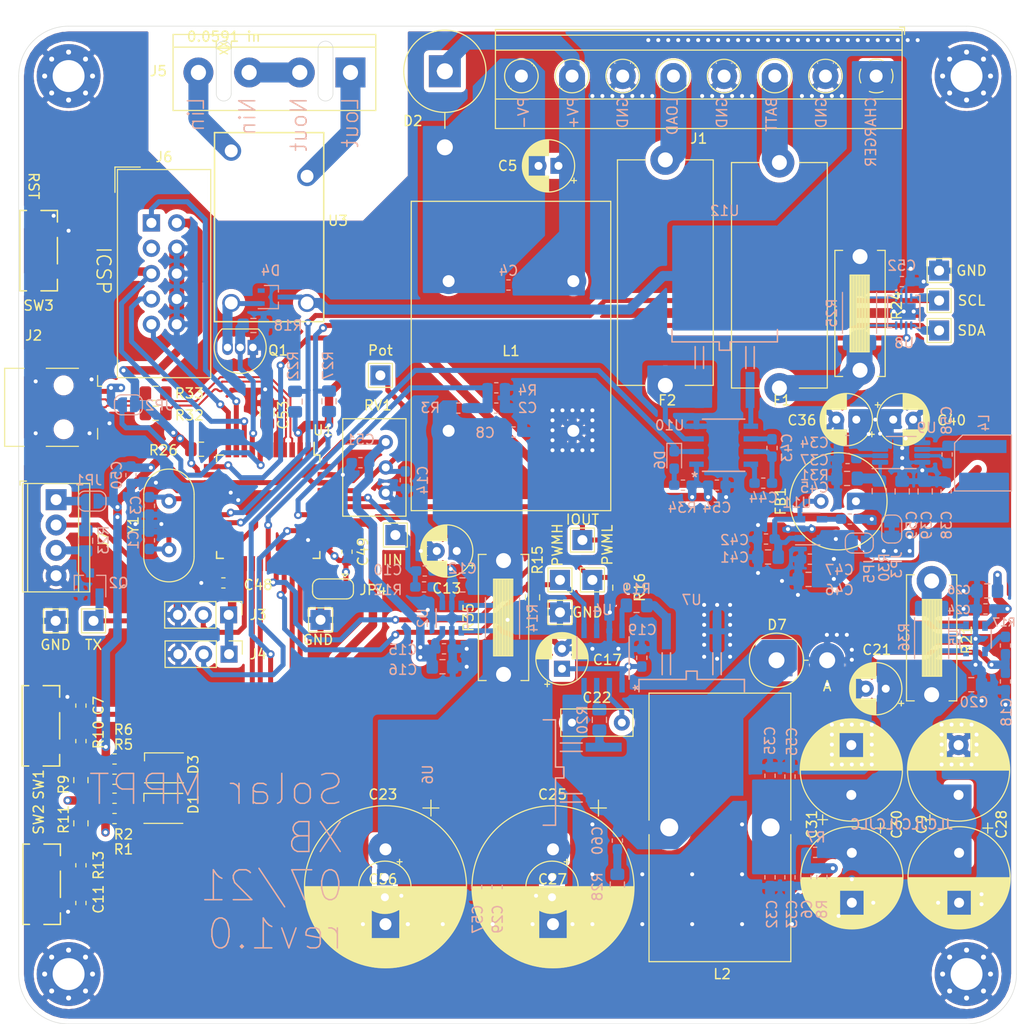
<source format=kicad_pcb>
(kicad_pcb (version 20171130) (host pcbnew 5.1.5+dfsg1-2build2)
  (layers (0 F.Cu signal) (1 In1.Cu power hide) (2 In2.Cu power hide) (31 B.Cu signal) (34 B.Paste user hide) (35 F.Paste user hide) (36 B.SilkS user) (37 F.SilkS user hide) (38 B.Mask user hide) (39 F.Mask user hide) (44 Edge.Cuts user))
  (net 0 "")
  (net 1 GND)
  (net 2 /Vin_sns)
  (net 3 /PV-)
  (net 4 /PV+)
  (net 5 /Vout_sns)
  (net 6 /SW1)
  (net 7 /Vpv)
  (net 8 /Iin_sns)
  (net 9 /SW2)
  (net 10 /Pot)
  (net 11 +5VA)
  (net 12 +12V)
  (net 13 /Iout_sns)
  (net 14 /Vout)
  (net 15 /Vin)
  (net 16 "Net-(C37-Pad1)")
  (net 17 +5VD)
  (net 18 "Net-(C43-Pad2)")
  (net 19 "Net-(C43-Pad1)")
  (net 20 "Net-(C44-Pad2)")
  (net 21 "Net-(D1-Pad2)")
  (net 22 "Net-(D1-Pad1)")
  (net 23 "Net-(D3-Pad1)")
  (net 24 /LED2)
  (net 25 /Load_cmd)
  (net 26 "Net-(D3-Pad2)")
  (net 27 "Net-(D4-Pad2)")
  (net 28 /Vbatt)
  (net 29 /Vbatt_fused)
  (net 30 /Load_fused)
  (net 31 /Load)
  (net 32 "Net-(J2-Pad4)")
  (net 33 /S2)
  (net 34 /S1)
  (net 35 /N)
  (net 36 /L)
  (net 37 /L_OUT)
  (net 38 /P_MOSI)
  (net 39 "Net-(J6-Pad3)")
  (net 40 /RESET)
  (net 41 /SCK)
  (net 42 /P_MISO)
  (net 43 /RX1)
  (net 44 /AC_cmd)
  (net 45 /TX1)
  (net 46 /LED0)
  (net 47 /LED1)
  (net 48 "Net-(R12-Pad1)")
  (net 49 /PWMH)
  (net 50 /PWML)
  (net 51 "Net-(R17-Pad1)")
  (net 52 /SCL)
  (net 53 /ALCC)
  (net 54 /SDA)
  (net 55 "Net-(U10-Pad5)")
  (net 56 /SW)
  (net 57 /HB)
  (net 58 /HO)
  (net 59 /LO)
  (net 60 "Net-(C53-Pad1)")
  (net 61 /VBUS)
  (net 62 /D+)
  (net 63 /D-)
  (net 64 "Net-(D6-Pad2)")
  (net 65 /XTAL1)
  (net 66 /XTAL2)
  (net 67 /Aux_Vout)
  (net 68 /5VA_IN)
  (net 69 /5VA_Byp)
  (net 70 /Relay_neg)
  (net 71 /Aux_SW)
  (net 72 /USB_D+)
  (net 73 /USB_D-)
  (net 74 /5V_Ext)
  (net 75 /TX_OD)
  (net 76 /HWB)
  (net 77 /User_SW1)
  (net 78 /User_SW2)
  (net 79 /LO_gate)
  (net 80 /HO_Gate)
  (net 81 /Aux_FB)
  (net 82 /Boot_LED)
  (net 83 "Net-(C58-Pad1)")
  (net 84 "Net-(C60-Pad2)")
  (module Resistor_SMD:R_0805_2012Metric_Pad1.15x1.40mm_HandSolder (layer B.Cu) (at 62.5 51.025 90)
    (fp_text reference R28 (at -0.225 -2 90) (layer B.SilkS) (effects (justify mirror)))
    (fp_text value DNP)
    (pad 2 smd roundrect (at 1.025 0 90) (size 1.15 1.4) (layers B.Cu B.Paste B.Mask) (roundrect_rratio 0.217391) (net 84 "Net-(C60-Pad2)"))
    (pad 1 smd roundrect (at -1.025 0 90) (size 1.15 1.4) (layers B.Cu B.Paste B.Mask) (roundrect_rratio 0.217391) (net 1 GND))
  )
  (module Capacitor_SMD:C_0603_1608Metric_Pad1.05x0.95mm_HandSolder (layer B.Cu) (at 62.5 46.625 270)
    (fp_text reference C60 (at 0 2 270) (layer B.SilkS) (effects (justify mirror)))
    (fp_text value DNP)
    (pad 2 smd roundrect (at 0.875 0 270) (size 1.05 0.95) (layers B.Cu B.Paste B.Mask) (net 84 "Net-(C60-Pad2)"))
    (pad 1 smd roundrect (at -0.875 0 270) (size 1.05 0.95) (layers B.Cu B.Paste B.Mask) (net 56 /SW))
  )
  (module Capacitor_SMD:C_0603_1608Metric_Pad1.05x0.95mm_HandSolder (layer B.Cu) (at 13.75 10 270)
    (fp_text reference C50 (at 0 1.43 270) (layer B.SilkS) (effects (justify mirror)))
    (fp_text value 100n)
    (pad 2 smd roundrect (at 0.875 0 270) (size 1.05 0.95) (layers B.Cu B.Paste B.Mask) (net 1 GND))
    (pad 1 smd roundrect (at -0.875 0 270) (size 1.05 0.95) (layers B.Cu B.Paste B.Mask) (net 17 +5VD))
  )
  (module solar_mppt1:BUK766R0-60E (layer B.Cu) (at 73.26 -8.188 180)
    (fp_text reference U12 (at 0 8.312) (layer B.SilkS) (effects (justify mirror)))
    (fp_text value BUK766R0-60E hide)
    (pad 2 smd rect (at 0 1.778 180) (size 10.3632 10.1092) (layers B.Cu B.Paste B.Mask) (net 12 +12V))
    (pad 3 smd rect (at 2.54 -9.652 180) (size 0.889 3.6068) (layers B.Cu B.Paste B.Mask) (net 31 /Load))
    (pad 1 smd rect (at -2.54 -9.652 180) (size 0.889 3.6068) (layers B.Cu B.Paste B.Mask) (net 55 "Net-(U10-Pad5)"))
  )
  (module solar_mppt1:BUK766R0-60E (layer B.Cu) (at 51.478 39.8 270)
    (fp_text reference U6 (at 0.2 7.978 90) (layer B.SilkS) (effects (justify mirror)))
    (fp_text value BUK766R0-60E hide)
    (pad 2 smd rect (at 0 1.778 270) (size 10.3632 10.1092) (layers B.Cu B.Paste B.Mask) (net 15 /Vin))
    (pad 3 smd rect (at 2.54 -9.652 270) (size 0.889 3.6068) (layers B.Cu B.Paste B.Mask) (net 56 /SW))
    (pad 1 smd rect (at -2.54 -9.652 270) (size 0.889 3.6068) (layers B.Cu B.Paste B.Mask) (net 80 /HO_Gate))
  )
  (module solar_mppt1:BUK766R0-60E (layer B.Cu) (at 69.95 35.3)
    (fp_text reference U7 (at 0 -12.8) (layer B.SilkS) (effects (justify mirror)))
    (fp_text value BUK766R0-60E hide)
    (pad 2 smd rect (at 0 1.778) (size 10.3632 10.1092) (layers B.Cu B.Paste B.Mask) (net 56 /SW))
    (pad 3 smd rect (at 2.54 -9.652) (size 0.889 3.6068) (layers B.Cu B.Paste B.Mask) (net 1 GND))
    (pad 1 smd rect (at -2.54 -9.652) (size 0.889 3.6068) (layers B.Cu B.Paste B.Mask) (net 79 /LO_gate))
  )
  (module solar_mppt1:TestPoint_THTPad_2.0x2.0mm_Drill1.0mm (layer F.Cu) (at 38.75 0 90)
    (fp_text reference TP12 hide)
    (fp_text value Pot (at 2.5 0 180) (layer F.SilkS))
    (pad 1 thru_hole rect (at 0 0 90) (size 2 2) (drill 1) (layers *.Cu *.Mask) (net 10 /Pot))
  )
  (module solar_mppt1:TestPoint_THTPad_2.0x2.0mm_Drill1.0mm (layer F.Cu) (at 32.75 24.5 270)
    (fp_text reference TP11 hide)
    (fp_text value GND (at 2 0.25 180) (layer F.SilkS))
    (pad 1 thru_hole rect (at 0 0 270) (size 2 2) (drill 1) (layers *.Cu *.Mask) (net 1 GND))
  )
  (module solar_mppt1:TestPoint_THTPad_2.0x2.0mm_Drill1.0mm (layer F.Cu) (at 6.2 24.6 180)
    (fp_text reference TP10 hide)
    (fp_text value GND (at 0 -2.4) (layer F.SilkS))
    (pad 1 thru_hole rect (at 0 0 180) (size 2 2) (drill 1) (layers *.Cu *.Mask) (net 1 GND))
  )
  (module solar_mppt1:TestPoint_THTPad_2.0x2.0mm_Drill1.0mm (layer F.Cu) (at 94.75 -10.5)
    (fp_text reference TP9 hide)
    (fp_text value GND (at 3.25 0) (layer F.SilkS))
    (pad 1 thru_hole rect (at 0 0) (size 2 2) (drill 1) (layers *.Cu *.Mask) (net 1 GND))
  )
  (module solar_mppt1:TestPoint_THTPad_2.0x2.0mm_Drill1.0mm (layer F.Cu) (at 56.75 23.75 270)
    (fp_text reference TP8 hide)
    (fp_text value GND (at 0 -2.75 180) (layer F.SilkS))
    (pad 1 thru_hole rect (at 0 0 270) (size 2 2) (drill 1) (layers *.Cu *.Mask) (net 1 GND))
  )
  (module solar_mppt1:TestPoint_THTPad_2.0x2.0mm_Drill1.0mm (layer F.Cu) (at 94.75 -4.5 270)
    (fp_text reference TP7 hide)
    (fp_text value SDA (at 0 -3.25 180) (layer F.SilkS))
    (pad 1 thru_hole rect (at 0 0 270) (size 2 2) (drill 1) (layers *.Cu *.Mask) (net 54 /SDA))
  )
  (module solar_mppt1:TestPoint_THTPad_2.0x2.0mm_Drill1.0mm (layer F.Cu) (at 94.75 -7.5 270)
    (fp_text reference TP6 hide)
    (fp_text value SCL (at 0 -3.25 180) (layer F.SilkS))
    (pad 1 thru_hole rect (at 0 0 270) (size 2 2) (drill 1) (layers *.Cu *.Mask) (net 52 /SCL))
  )
  (module solar_mppt1:TestPoint_THTPad_2.0x2.0mm_Drill1.0mm (layer F.Cu) (at 10 24.6 270)
    (fp_text reference TP5 hide)
    (fp_text value TX (at 2.4 0 180) (layer F.SilkS))
    (pad 1 thru_hole rect (at 0 0 270) (size 2 2) (drill 1) (layers *.Cu *.Mask) (net 45 /TX1))
  )
  (module solar_mppt1:TestPoint_THTPad_2.0x2.0mm_Drill1.0mm (layer F.Cu) (at 59 16.5 180)
    (fp_text reference TP4 hide)
    (fp_text value IOUT (at 0 2.05) (layer F.SilkS))
    (pad 1 thru_hole rect (at 0 0 180) (size 2 2) (drill 1) (layers *.Cu *.Mask) (net 13 /Iout_sns))
  )
  (module solar_mppt1:TestPoint_THTPad_2.0x2.0mm_Drill1.0mm (layer F.Cu) (at 40.25 16 90)
    (fp_text reference TP3 hide)
    (fp_text value IIN (at -2.5 -0.25 180) (layer F.SilkS))
    (pad 1 thru_hole rect (at 0 0 90) (size 2 2) (drill 1) (layers *.Cu *.Mask) (net 8 /Iin_sns))
  )
  (module solar_mppt1:TestPoint_THTPad_2.0x2.0mm_Drill1.0mm (layer F.Cu) (at 56.75 20.5 270)
    (fp_text reference TP2 hide)
    (fp_text value PWMH (at -3.5 0.25 90) (layer F.SilkS))
    (pad 1 thru_hole rect (at 0 0 270) (size 2 2) (drill 1) (layers *.Cu *.Mask) (net 49 /PWMH))
  )
  (module solar_mppt1:TestPoint_THTPad_2.0x2.0mm_Drill1.0mm (layer F.Cu) (at 60 20.5 270)
    (fp_text reference TP1 hide)
    (fp_text value PWML (at -3.5 -1.5 90) (layer F.SilkS))
    (pad 1 thru_hole rect (at 0 0 270) (size 2 2) (drill 1) (layers *.Cu *.Mask) (net 50 /PWML))
  )
  (module solar_mppt1:OJ-SH-112LM_relay (layer F.Cu) (at 31.4 -7.260001 180)
    (fp_text reference U3 (at -3.1 8.239999) (layer F.SilkS))
    (fp_text value 1461405-5 hide)
    (pad 4 thru_hole circle (at 7.6 -0.000001 180) (size 1.8034 1.8034) (drill 1.2954) (layers *.Cu *.Mask) (net 70 /Relay_neg))
    (pad 3 thru_hole circle (at 7.6 15.239999 180) (size 1.8034 1.8034) (drill 1.2954) (layers *.Cu *.Mask) (net 37 /L_OUT))
    (pad 2 thru_hole circle (at 0 12.699999 180) (size 1.8034 1.8034) (drill 1.2954) (layers *.Cu *.Mask) (net 36 /L))
    (pad 1 thru_hole circle (at 0 -0.000001 180) (size 1.8034 1.8034) (drill 1.2954) (layers *.Cu *.Mask) (net 12 +12V))
  )
  (module solar_mppt1:TL3330 (layer F.Cu) (at 4.5 -12.5 270)
    (fp_text reference SW3 (at 5.5 0 180) (layer F.SilkS))
    (fp_text value TL3330AF130QG hide)
    (pad 4 smd rect (at 3.3782 0.4953 270) (size 1.4478 0.7874) (layers F.Cu F.Paste F.Mask))
    (pad 3 smd rect (at -3.3782 0.4953 270) (size 1.4478 0.7874) (layers F.Cu F.Paste F.Mask))
    (pad 2 smd rect (at 2.0955 -1.397 270) (size 0.889 1.27) (layers F.Cu F.Paste F.Mask) (net 40 /RESET))
    (pad 1 smd rect (at -2.0955 -1.397 270) (size 0.889 1.27) (layers F.Cu F.Paste F.Mask) (net 1 GND))
  )
  (module solar_mppt1:TL3330 (layer F.Cu) (at 4.724 35.1225 270)
    (fp_text reference SW1 (at 5.8775 0.224 90) (layer F.SilkS))
    (fp_text value TL3330AF130QG hide)
    (pad 4 smd rect (at 3.3782 0.4953 270) (size 1.4478 0.7874) (layers F.Cu F.Paste F.Mask))
    (pad 3 smd rect (at -3.3782 0.4953 270) (size 1.4478 0.7874) (layers F.Cu F.Paste F.Mask))
    (pad 2 smd rect (at 2.0955 -1.397 270) (size 0.889 1.27) (layers F.Cu F.Paste F.Mask) (net 77 /User_SW1))
    (pad 1 smd rect (at -2.0955 -1.397 270) (size 0.889 1.27) (layers F.Cu F.Paste F.Mask) (net 1 GND))
  )
  (module solar_mppt1:TL3330 (layer F.Cu) (at 4.8 51 270)
    (fp_text reference SW2 (at -6.5 0.3 270) (layer F.SilkS))
    (fp_text value TL3330AF130QG hide)
    (pad 4 smd rect (at 3.3782 0.4953 270) (size 1.4478 0.7874) (layers F.Cu F.Paste F.Mask))
    (pad 3 smd rect (at -3.3782 0.4953 270) (size 1.4478 0.7874) (layers F.Cu F.Paste F.Mask))
    (pad 2 smd rect (at 2.0955 -1.397 270) (size 0.889 1.27) (layers F.Cu F.Paste F.Mask) (net 1 GND))
    (pad 1 smd rect (at -2.0955 -1.397 270) (size 0.889 1.27) (layers F.Cu F.Paste F.Mask) (net 78 /User_SW2))
  )
  (module Jumper:SolderJumper-2_P1.3mm_Open_RoundedPad1.0x1.5mm (layer B.Cu) (at 86.75 16.8 180)
    (fp_text reference JP5 (at -1 -2.7 90) (layer B.SilkS) (effects (justify mirror)))
    (fp_text value Jumper_NO_Small)
    (pad 2 smd custom (at 0.65 0 180) (size 1 0.5) (layers B.Cu B.Mask) (net 11 +5VA) (options (clearance outline) (anchor rect)) (primitives (gr_circle (center 0 -0.25) (end 0.5 -0.25) (width 0)) (gr_circle (center 0 0.25) (end 0.5 0.25) (width 0)) (gr_poly (pts (xy 0 0.75) (xy -0.5 0.75) (xy -0.5 -0.75) (xy 0 -0.75)) (width 0))))
    (pad 1 smd custom (at -0.65 0 180) (size 1 0.5) (layers B.Cu B.Mask) (net 17 +5VD) (options (clearance outline) (anchor rect)) (primitives (gr_circle (center 0 -0.25) (end 0.5 -0.25) (width 0)) (gr_circle (center 0 0.25) (end 0.5 0.25) (width 0)) (gr_poly (pts (xy 0 0.75) (xy 0.5 0.75) (xy 0.5 -0.75) (xy 0 -0.75)) (width 0))))
  )
  (module Jumper:SolderJumper-2_P1.3mm_Bridged_RoundedPad1.0x1.5mm (layer B.Cu) (at 90 15.4 270)
    (fp_text reference JP3 (at 3.6 -0.5 90) (layer B.SilkS) (effects (justify mirror)))
    (fp_text value Jumper_NC_Small)
    (fp_poly (pts (xy 0.25 0.3) (xy -0.25 0.3) (xy -0.25 -0.3) (xy 0.25 -0.3)) (layer B.Cu) (width 0))
    (pad 1 smd custom (at -0.65 0 270) (size 1 0.5) (layers B.Cu B.Mask) (net 67 /Aux_Vout) (options (clearance outline) (anchor rect)) (primitives (gr_circle (center 0 -0.25) (end 0.5 -0.25) (width 0)) (gr_circle (center 0 0.25) (end 0.5 0.25) (width 0)) (gr_poly (pts (xy 0 0.75) (xy 0.5 0.75) (xy 0.5 -0.75) (xy 0 -0.75)) (width 0))))
    (pad 2 smd custom (at 0.65 0 270) (size 1 0.5) (layers B.Cu B.Mask) (net 17 +5VD) (options (clearance outline) (anchor rect)) (primitives (gr_circle (center 0 -0.25) (end 0.5 -0.25) (width 0)) (gr_circle (center 0 0.25) (end 0.5 0.25) (width 0)) (gr_poly (pts (xy 0 0.75) (xy -0.5 0.75) (xy -0.5 -0.75) (xy 0 -0.75)) (width 0))))
  )
  (module Jumper:SolderJumper-2_P1.3mm_Open_RoundedPad1.0x1.5mm (layer B.Cu) (at 13.5 2.95)
    (fp_text reference JP2 (at 3 0.05) (layer B.SilkS) (effects (justify mirror)))
    (fp_text value Jumper_NO_Small)
    (pad 2 smd custom (at 0.65 0) (size 1 0.5) (layers B.Cu B.Mask) (net 17 +5VD) (options (clearance outline) (anchor rect)) (primitives (gr_circle (center 0 -0.25) (end 0.5 -0.25) (width 0)) (gr_circle (center 0 0.25) (end 0.5 0.25) (width 0)) (gr_poly (pts (xy 0 0.75) (xy -0.5 0.75) (xy -0.5 -0.75) (xy 0 -0.75)) (width 0))))
    (pad 1 smd custom (at -0.65 0) (size 1 0.5) (layers B.Cu B.Mask) (net 61 /VBUS) (options (clearance outline) (anchor rect)) (primitives (gr_circle (center 0 -0.25) (end 0.5 -0.25) (width 0)) (gr_circle (center 0 0.25) (end 0.5 0.25) (width 0)) (gr_poly (pts (xy 0 0.75) (xy 0.5 0.75) (xy 0.5 -0.75) (xy 0 -0.75)) (width 0))))
  )
  (module solar_mppt1:L_Toroid_Vertical_L26.7mm_W14.0mm_P10.16mm_Pulse_D (layer F.Cu) (at 67.7 45.3 90)
    (fp_text reference L2 (at -14.7 5.3 180) (layer F.SilkS))
    (fp_text value 75µ)
    (pad 1 thru_hole circle (at 0 0 90) (size 3.6 3.6) (drill 1.8) (layers *.Cu *.Mask) (net 56 /SW))
    (pad 2 thru_hole circle (at 0 10.16 90) (size 3.6 3.6) (drill 1.8) (layers *.Cu *.Mask) (net 14 /Vout))
  )
  (module Crystal:Crystal_HC49-U_Vertical (layer F.Cu) (at 17.556 12.6 270)
    (fp_text reference Y1 (at 2.4 3.556 90) (layer F.SilkS))
    (fp_text value 16MHz)
    (pad 2 thru_hole circle (at 4.88 0 270) (size 1.5 1.5) (drill 0.8) (layers *.Cu *.Mask) (net 65 /XTAL1))
    (pad 1 thru_hole circle (at 0 0 270) (size 1.5 1.5) (drill 0.8) (layers *.Cu *.Mask) (net 66 /XTAL2))
  )
  (module Package_SO:MSOP-8_3x3mm_P0.65mm (layer B.Cu) (at 90.95 7.73)
    (fp_text reference U9 (at 2.55 -2.48) (layer B.SilkS) (effects (justify mirror)))
    (fp_text value MCP16311MS)
    (pad 8 smd roundrect (at 2.1125 0.975) (size 1.625 0.5) (layers B.Cu B.Paste B.Mask) (net 1 GND))
    (pad 7 smd roundrect (at 2.1125 0.325) (size 1.625 0.5) (layers B.Cu B.Paste B.Mask) (net 83 "Net-(C58-Pad1)"))
    (pad 6 smd roundrect (at 2.1125 -0.325) (size 1.625 0.5) (layers B.Cu B.Paste B.Mask) (net 71 /Aux_SW))
    (pad 5 smd roundrect (at 2.1125 -0.975) (size 1.625 0.5) (layers B.Cu B.Paste B.Mask) (net 1 GND))
    (pad 4 smd roundrect (at -2.1125 -0.975) (size 1.625 0.5) (layers B.Cu B.Paste B.Mask) (net 12 +12V))
    (pad 3 smd roundrect (at -2.1125 -0.325) (size 1.625 0.5) (layers B.Cu B.Paste B.Mask) (net 12 +12V))
    (pad 2 smd roundrect (at -2.1125 0.325) (size 1.625 0.5) (layers B.Cu B.Paste B.Mask) (net 16 "Net-(C37-Pad1)"))
    (pad 1 smd roundrect (at -2.1125 0.975) (size 1.625 0.5) (layers B.Cu B.Paste B.Mask) (net 81 /Aux_FB))
  )
  (module Capacitor_SMD:C_0805_2012Metric_Pad1.15x1.40mm_HandSolder (layer B.Cu) (at 91.05 11.63 90)
    (fp_text reference C59 (at -3.37 0.95 90) (layer B.SilkS) (effects (justify mirror)))
    (fp_text value 10u)
    (pad 2 smd roundrect (at 1.025 0 90) (size 1.15 1.4) (layers B.Cu B.Paste B.Mask) (roundrect_rratio 0.217391) (net 1 GND))
    (pad 1 smd roundrect (at -1.025 0 90) (size 1.15 1.4) (layers B.Cu B.Paste B.Mask) (roundrect_rratio 0.217391) (net 67 /Aux_Vout))
  )
  (module Capacitor_SMD:C_0603_1608Metric_Pad1.05x0.95mm_HandSolder (layer B.Cu) (at 95.55 7.93 90)
    (fp_text reference C58 (at 3.43 -0.05 90) (layer B.SilkS) (effects (justify mirror)))
    (fp_text value 100n)
    (pad 2 smd roundrect (at 0.875 0 90) (size 1.05 0.95) (layers B.Cu B.Paste B.Mask) (net 71 /Aux_SW))
    (pad 1 smd roundrect (at -0.875 0 90) (size 1.05 0.95) (layers B.Cu B.Paste B.Mask) (net 83 "Net-(C58-Pad1)"))
  )
  (module Capacitor_THT:CP_Radial_D5.0mm_P2.00mm (layer F.Cu) (at 90.15 4.43)
    (fp_text reference C40 (at 5.85 0.07) (layer F.SilkS))
    (fp_text value 10u)
    (pad 2 thru_hole circle (at 2 0) (size 1.6 1.6) (drill 0.8) (layers *.Cu *.Mask) (net 1 GND))
    (pad 1 thru_hole rect (at 0 0) (size 1.6 1.6) (drill 0.8) (layers *.Cu *.Mask) (net 12 +12V))
  )
  (module solar_mppt1:TerminalBlock_bornier-4_P5.08mm (layer F.Cu) (at 35.751 -30.359 180)
    (fp_text reference J5 (at 19.251 0.141) (layer F.SilkS))
    (fp_text value AC_Charger)
    (pad 2 thru_hole circle (at 5.08 0 180) (size 3 3) (drill 1.52) (layers *.Cu *.Mask) (net 35 /N))
    (pad 3 thru_hole circle (at 10.16 0 180) (size 3 3) (drill 1.52) (layers *.Cu *.Mask) (net 35 /N))
    (pad 1 thru_hole rect (at 0 0 180) (size 3 3) (drill 1.52) (layers *.Cu *.Mask) (net 36 /L))
    (pad 4 thru_hole circle (at 15.24 0 180) (size 3 3) (drill 1.52) (layers *.Cu *.Mask) (net 37 /L_OUT))
  )
  (module Capacitor_SMD:C_0603_1608Metric_Pad1.05x0.95mm_HandSolder (layer B.Cu) (at 48.4 51.275 270)
    (fp_text reference C57 (at 3.225 -0.1 270) (layer B.SilkS) (effects (justify mirror)))
    (fp_text value 100n)
    (pad 2 smd roundrect (at 0.875 0 270) (size 1.05 0.95) (layers B.Cu B.Paste B.Mask) (net 1 GND))
    (pad 1 smd roundrect (at -0.875 0 270) (size 1.05 0.95) (layers B.Cu B.Paste B.Mask) (net 15 /Vin))
  )
  (module Capacitor_THT:CP_Radial_D5.0mm_P2.00mm (layer F.Cu) (at 39.2 50.3 270)
    (fp_text reference C56 (at 0.2 0.2 180) (layer F.SilkS))
    (fp_text value 10u)
    (pad 2 thru_hole circle (at 2 0 270) (size 1.6 1.6) (drill 0.8) (layers *.Cu *.Mask) (net 1 GND))
    (pad 1 thru_hole rect (at 0 0 270) (size 1.6 1.6) (drill 0.8) (layers *.Cu *.Mask) (net 15 /Vin))
  )
  (module Capacitor_THT:CP_Radial_D10.0mm_P5.00mm (layer F.Cu) (at 96.75 47.85 270)
    (fp_text reference C28 (at -2.85 -4.25 90) (layer F.SilkS))
    (fp_text value 1000u)
    (pad 2 thru_hole circle (at 5 0 270) (size 2 2) (drill 1) (layers *.Cu *.Mask) (net 1 GND))
    (pad 1 thru_hole rect (at 0 0 270) (size 2 2) (drill 1) (layers *.Cu *.Mask) (net 14 /Vout))
  )
  (module Capacitor_SMD:C_0603_1608Metric_Pad1.05x0.95mm_HandSolder (layer B.Cu) (at 79.8 40.2 90)
    (fp_text reference C55 (at 3.5 0.2 90) (layer B.SilkS) (effects (justify mirror)))
    (fp_text value 100n)
    (pad 2 smd roundrect (at 0.875 0 90) (size 1.05 0.95) (layers B.Cu B.Paste B.Mask) (net 1 GND))
    (pad 1 smd roundrect (at -0.875 0 90) (size 1.05 0.95) (layers B.Cu B.Paste B.Mask) (net 14 /Vout))
  )
  (module Capacitor_SMD:C_0603_1608Metric_Pad1.05x0.95mm_HandSolder (layer B.Cu) (at 77.8 50.3 270)
    (fp_text reference C32 (at 3.7 -0.2 90) (layer B.SilkS) (effects (justify mirror)))
    (fp_text value 100n)
    (pad 2 smd roundrect (at 0.875 0 270) (size 1.05 0.95) (layers B.Cu B.Paste B.Mask) (net 1 GND))
    (pad 1 smd roundrect (at -0.875 0 270) (size 1.05 0.95) (layers B.Cu B.Paste B.Mask) (net 14 /Vout))
  )
  (module Capacitor_THT:CP_Radial_D10.0mm_P5.00mm (layer F.Cu) (at 85.95 42.05 90)
    (fp_text reference C31 (at -2.95 -3.95 90) (layer F.SilkS))
    (fp_text value 1000u)
    (pad 2 thru_hole circle (at 5 0 90) (size 2 2) (drill 1) (layers *.Cu *.Mask) (net 1 GND))
    (pad 1 thru_hole rect (at 0 0 90) (size 2 2) (drill 1) (layers *.Cu *.Mask) (net 14 /Vout))
  )
  (module Capacitor_THT:CP_Radial_D10.0mm_P5.00mm (layer F.Cu) (at 86 47.85 270)
    (fp_text reference C30 (at -2.85 -4.5 90) (layer F.SilkS))
    (fp_text value 1000u)
    (pad 2 thru_hole circle (at 5 0 270) (size 2 2) (drill 1) (layers *.Cu *.Mask) (net 1 GND))
    (pad 1 thru_hole rect (at 0 0 270) (size 2 2) (drill 1) (layers *.Cu *.Mask) (net 14 /Vout))
  )
  (module Capacitor_THT:CP_Radial_D10.0mm_P5.00mm (layer F.Cu) (at 96.7 42.05 90)
    (fp_text reference C9 (at -2.95 -3.7 90) (layer F.SilkS))
    (fp_text value 1000u)
    (pad 2 thru_hole circle (at 5 0 90) (size 2 2) (drill 1) (layers *.Cu *.Mask) (net 1 GND))
    (pad 1 thru_hole rect (at 0 0 90) (size 2 2) (drill 1) (layers *.Cu *.Mask) (net 14 /Vout))
  )
  (module solar_mppt1:MIC5011YM-TR (layer B.Cu) (at 73.155 6.998)
    (fp_text reference U10 (at -5.405 -1.998) (layer B.SilkS) (effects (justify mirror)))
    (fp_text value MIC5011YM-TR)
    (fp_text user * (at -2.905 3.252) (layer B.SilkS) (effects (justify mirror)))
    (fp_text user * (at -2.905 3.252) (layer B.SilkS) (effects (justify mirror)))
    (pad 8 smd rect (at 2.72415 1.905) (size 1.4605 0.5334) (layers B.Cu B.Paste B.Mask) (net 20 "Net-(C44-Pad2)"))
    (pad 7 smd rect (at 2.72415 0.635) (size 1.4605 0.5334) (layers B.Cu B.Paste B.Mask) (net 18 "Net-(C43-Pad2)"))
    (pad 6 smd rect (at 2.72415 -0.635) (size 1.4605 0.5334) (layers B.Cu B.Paste B.Mask) (net 19 "Net-(C43-Pad1)"))
    (pad 5 smd rect (at 2.72415 -1.905) (size 1.4605 0.5334) (layers B.Cu B.Paste B.Mask) (net 55 "Net-(U10-Pad5)"))
    (pad 4 smd rect (at -2.72415 -1.905) (size 1.4605 0.5334) (layers B.Cu B.Paste B.Mask) (net 1 GND))
    (pad 3 smd rect (at -2.72415 -0.635) (size 1.4605 0.5334) (layers B.Cu B.Paste B.Mask) (net 31 /Load))
    (pad 2 smd rect (at -2.72415 0.635) (size 1.4605 0.5334) (layers B.Cu B.Paste B.Mask) (net 25 /Load_cmd))
    (pad 1 smd rect (at -2.72415 1.905) (size 1.4605 0.5334) (layers B.Cu B.Paste B.Mask) (net 17 +5VD))
  )
  (module solar_mppt1:MIC4605-1YM-TR (layer B.Cu) (at 61.065 28.32585 90)
    (fp_text reference U4 (at 4.82585 -0.065 180) (layer B.SilkS) (effects (justify mirror)))
    (fp_text value MIC4605-1YM-TR)
    (fp_text user * (at -2.97815 3.5814 90) (layer B.SilkS) (effects (justify mirror)))
    (pad 8 smd rect (at 2.72415 1.905 90) (size 1.4605 0.5334) (layers B.Cu B.Paste B.Mask) (net 59 /LO))
    (pad 7 smd rect (at 2.72415 0.635 90) (size 1.4605 0.5334) (layers B.Cu B.Paste B.Mask) (net 1 GND))
    (pad 6 smd rect (at 2.72415 -0.635 90) (size 1.4605 0.5334) (layers B.Cu B.Paste B.Mask) (net 50 /PWML))
    (pad 5 smd rect (at 2.72415 -1.905 90) (size 1.4605 0.5334) (layers B.Cu B.Paste B.Mask) (net 49 /PWMH))
    (pad 4 smd rect (at -2.72415 -1.905 90) (size 1.4605 0.5334) (layers B.Cu B.Paste B.Mask) (net 56 /SW))
    (pad 3 smd rect (at -2.72415 -0.635 90) (size 1.4605 0.5334) (layers B.Cu B.Paste B.Mask) (net 58 /HO))
    (pad 2 smd rect (at -2.72415 0.635 90) (size 1.4605 0.5334) (layers B.Cu B.Paste B.Mask) (net 57 /HB))
    (pad 1 smd rect (at -2.72415 1.905 90) (size 1.4605 0.5334) (layers B.Cu B.Paste B.Mask) (net 12 +12V))
  )
  (module Resistor_SMD:R_2512_6332Metric_Pad1.52x3.35mm_HandSolder (layer B.Cu) (at 94 26.3375 90)
    (fp_text reference R36 (at 0.0875 -2.75 90) (layer B.SilkS) (effects (justify mirror)))
    (fp_text value DNP)
    (pad 2 smd roundrect (at 2.9875 0 90) (size 1.525 3.35) (layers B.Cu B.Paste B.Mask) (roundrect_rratio 0.163934) (net 12 +12V))
    (pad 1 smd roundrect (at -2.9875 0 90) (size 1.525 3.35) (layers B.Cu B.Paste B.Mask) (roundrect_rratio 0.163934) (net 14 /Vout))
  )
  (module Resistor_THT:R_Bare_Metal_Element_L12.4mm_W4.8mm_P11.40mm (layer F.Cu) (at 51.094 29.962 90)
    (fp_text reference R35 (at 5.7 -3.52 90) (layer F.SilkS))
    (fp_text value DNP)
    (pad 2 thru_hole oval (at 11.4 0 90) (size 3 3) (drill 1.5) (layers *.Cu *.Mask) (net 7 /Vpv))
    (pad 1 thru_hole circle (at 0 0 90) (size 3 3) (drill 1.5) (layers *.Cu *.Mask) (net 15 /Vin))
  )
  (module Fuse:Fuseholder_Cylinder-5x20mm_Stelvio-Kontek_PTF78_Horizontal_Open (layer F.Cu) (at 67.31 1 90)
    (fp_text reference F2 (at -1.5 0.19 180) (layer F.SilkS))
    (fp_text value 10A)
    (pad 2 thru_hole circle (at 22.6 0 90) (size 3 3) (drill 1.5) (layers *.Cu *.Mask) (net 30 /Load_fused))
    (pad 1 thru_hole circle (at 0 0 90) (size 3 3) (drill 1.5) (layers *.Cu *.Mask) (net 31 /Load))
  )
  (module Fuse:Fuseholder_Cylinder-5x20mm_Stelvio-Kontek_PTF78_Horizontal_Open (layer F.Cu) (at 78.74 1.27 90)
    (fp_text reference F1 (at -1.23 0.26 180) (layer F.SilkS))
    (fp_text value 10A)
    (pad 2 thru_hole circle (at 22.6 0 90) (size 3 3) (drill 1.5) (layers *.Cu *.Mask) (net 29 /Vbatt_fused))
    (pad 1 thru_hole circle (at 0 0 90) (size 3 3) (drill 1.5) (layers *.Cu *.Mask) (net 28 /Vbatt))
  )
  (module LED_SMD:LED_Cree-PLCC4_3.2x2.8mm_CCW (layer F.Cu) (at 17.059 39.333)
    (fp_text reference D3 (at 2.941 -0.333 90) (layer F.SilkS))
    (fp_text value LED_Dual_AACC)
    (pad 2 smd rect (at -1.25 0.7) (size 1 0.8) (layers F.Cu F.Paste F.Mask) (net 26 "Net-(D3-Pad2)"))
    (pad 3 smd rect (at 1.25 0.7) (size 1 0.8) (layers F.Cu F.Paste F.Mask) (net 24 /LED2))
    (pad 4 smd rect (at 1.25 -0.7) (size 1 0.8) (layers F.Cu F.Paste F.Mask) (net 47 /LED1))
    (pad 1 smd rect (at -1.25 -0.7) (size 1 0.8) (layers F.Cu F.Paste F.Mask) (net 23 "Net-(D3-Pad1)"))
  )
  (module LED_SMD:LED_Cree-PLCC4_3.2x2.8mm_CCW (layer F.Cu) (at 17 43.396)
    (fp_text reference D1 (at 3 -0.396 90) (layer F.SilkS))
    (fp_text value LED_Dual_AACC)
    (pad 2 smd rect (at -1.25 0.7) (size 1 0.8) (layers F.Cu F.Paste F.Mask) (net 21 "Net-(D1-Pad2)"))
    (pad 3 smd rect (at 1.25 0.7) (size 1 0.8) (layers F.Cu F.Paste F.Mask) (net 46 /LED0))
    (pad 4 smd rect (at 1.25 -0.7) (size 1 0.8) (layers F.Cu F.Paste F.Mask) (net 82 /Boot_LED))
    (pad 1 smd rect (at -1.25 -0.7) (size 1 0.8) (layers F.Cu F.Paste F.Mask) (net 22 "Net-(D1-Pad1)"))
  )
  (module solar_mppt1:TerminalBlock_TE_282834-4_1x04_P2.54mm_Horizontal (layer F.Cu) (at 6.248 12.457 270)
    (fp_text reference J7 (at 4.043 -4.752 90) (layer F.SilkS))
    (fp_text value UART)
    (pad 4 thru_hole circle (at 7.62 0 270) (size 2.1 2.1) (drill 1.1) (layers *.Cu *.Mask) (net 1 GND))
    (pad 3 thru_hole circle (at 5.08 0 270) (size 2.1 2.1) (drill 1.1) (layers *.Cu *.Mask) (net 75 /TX_OD))
    (pad 2 thru_hole circle (at 2.54 0 270) (size 2.1 2.1) (drill 1.1) (layers *.Cu *.Mask) (net 43 /RX1))
    (pad 1 thru_hole rect (at 0 0 270) (size 2.1 2.1) (drill 1.1) (layers *.Cu *.Mask) (net 74 /5V_Ext))
  )
  (module solar_mppt1:Choke_toroidal (layer F.Cu) (at 51.84 -1.946 180)
    (fp_text reference L1 (at 0 0.5) (layer F.SilkS))
    (fp_text value L_Coupled)
    (pad 4 thru_hole circle (at -6.25 -7.5 180) (size 2 2) (drill 1.2) (layers *.Cu *.Mask) (net 1 GND))
    (pad 2 thru_hole circle (at 6.25 -7.5 180) (size 2 2) (drill 1.2) (layers *.Cu *.Mask) (net 7 /Vpv))
    (pad 3 thru_hole circle (at 6.25 7.5 180) (size 2 2) (drill 1.2) (layers *.Cu *.Mask) (net 3 /PV-))
    (pad 1 thru_hole circle (at -6.25 7.5 180) (size 2 2) (drill 1.2) (layers *.Cu *.Mask) (net 4 /PV+))
  )
  (module Diode_THT:D_DO-201AD_P5.08mm_Vertical_AnodeUp (layer F.Cu) (at 78.45 28.55)
    (fp_text reference D7 (at 0.05 -3.55) (layer F.SilkS))
    (fp_text value SB540)
    (fp_text user A (at 5.08 2.6) (layer F.SilkS))
    (pad 2 thru_hole oval (at 5.08 0) (size 3.2 3.2) (drill 1.6) (layers *.Cu *.Mask) (net 1 GND))
    (pad 1 thru_hole rect (at 0 0) (size 3.2 3.2) (drill 1.6) (layers *.Cu *.Mask) (net 56 /SW))
  )
  (module Package_TO_SOT_SMD:SOT-323_SC-70 (layer B.Cu) (at 27.8 -7.85)
    (fp_text reference D4 (at -0.05 -2.65) (layer B.SilkS) (effects (justify mirror)))
    (fp_text value BAT54W)
    (pad 3 smd rect (at 1 0 90) (size 0.45 0.7) (layers B.Cu B.Paste B.Mask) (net 12 +12V))
    (pad 2 smd rect (at -1 -0.65 90) (size 0.45 0.7) (layers B.Cu B.Paste B.Mask) (net 27 "Net-(D4-Pad2)"))
    (pad 1 smd rect (at -1 0.65 90) (size 0.45 0.7) (layers B.Cu B.Paste B.Mask) (net 70 /Relay_neg))
  )
  (module Connector_IDC:IDC-Header_2x05_P2.54mm_Vertical (layer F.Cu) (at 15.8 -15.28)
    (fp_text reference J6 (at 1.27 -6.604) (layer F.SilkS))
    (fp_text value ICSP)
    (pad 10 thru_hole oval (at 2.54 10.16) (size 1.7272 1.7272) (drill 1.016) (layers *.Cu *.Mask) (net 1 GND))
    (pad 9 thru_hole oval (at 0 10.16) (size 1.7272 1.7272) (drill 1.016) (layers *.Cu *.Mask) (net 42 /P_MISO))
    (pad 8 thru_hole oval (at 2.54 7.62) (size 1.7272 1.7272) (drill 1.016) (layers *.Cu *.Mask) (net 1 GND))
    (pad 7 thru_hole oval (at 0 7.62) (size 1.7272 1.7272) (drill 1.016) (layers *.Cu *.Mask) (net 41 /SCK))
    (pad 6 thru_hole oval (at 2.54 5.08) (size 1.7272 1.7272) (drill 1.016) (layers *.Cu *.Mask) (net 1 GND))
    (pad 5 thru_hole oval (at 0 5.08) (size 1.7272 1.7272) (drill 1.016) (layers *.Cu *.Mask) (net 40 /RESET))
    (pad 4 thru_hole oval (at 2.54 2.54) (size 1.7272 1.7272) (drill 1.016) (layers *.Cu *.Mask) (net 1 GND))
    (pad 3 thru_hole oval (at 0 2.54) (size 1.7272 1.7272) (drill 1.016) (layers *.Cu *.Mask) (net 39 "Net-(J6-Pad3)"))
    (pad 2 thru_hole oval (at 2.54 0) (size 1.7272 1.7272) (drill 1.016) (layers *.Cu *.Mask) (net 17 +5VD))
    (pad 1 thru_hole rect (at 0 0) (size 1.7272 1.7272) (drill 1.016) (layers *.Cu *.Mask) (net 38 /P_MOSI))
  )
  (module Capacitor_SMD:C_0603_1608Metric_Pad1.05x0.95mm_HandSolder (layer B.Cu) (at 72.475 11)
    (fp_text reference C54 (at 0 2.25) (layer B.SilkS) (effects (justify mirror)))
    (fp_text value 100n)
    (pad 2 smd roundrect (at 0.875 0) (size 1.05 0.95) (layers B.Cu B.Paste B.Mask) (net 1 GND))
    (pad 1 smd roundrect (at -0.875 0) (size 1.05 0.95) (layers B.Cu B.Paste B.Mask) (net 17 +5VD))
  )
  (module Resistor_SMD:R_0603_1608Metric_Pad1.05x0.95mm_HandSolder (layer B.Cu) (at 69.075 11 180)
    (fp_text reference R34 (at 0.075 -2.25) (layer B.SilkS) (effects (justify mirror)))
    (fp_text value 470)
    (pad 2 smd roundrect (at 0.875 0 180) (size 1.05 0.95) (layers B.Cu B.Paste B.Mask) (net 64 "Net-(D6-Pad2)"))
    (pad 1 smd roundrect (at -0.875 0 180) (size 1.05 0.95) (layers B.Cu B.Paste B.Mask) (net 17 +5VD))
  )
  (module Jumper:SolderJumper-3_P1.3mm_Bridged12_RoundedPad1.0x1.5mm (layer F.Cu) (at 34 21.4 180)
    (fp_text reference JP4 (at -4 -0.1 180) (layer F.SilkS))
    (fp_text value Jumper_3_Bridged12)
    (fp_poly (pts (xy -0.9 -0.3) (xy -0.4 -0.3) (xy -0.4 0.3) (xy -0.9 0.3)) (layer F.Cu) (width 0))
    (pad 1 smd custom (at -1.3 0 180) (size 1 0.5) (layers F.Cu F.Mask) (net 17 +5VD) (options (clearance outline) (anchor rect)) (primitives (gr_circle (center 0 0.25) (end 0.5 0.25) (width 0)) (gr_circle (center 0 -0.25) (end 0.5 -0.25) (width 0)) (gr_poly (pts (xy 0.55 -0.75) (xy 0 -0.75) (xy 0 0.75) (xy 0.55 0.75)) (width 0))))
    (pad 2 smd rect (at 0 0 180) (size 1 1.5) (layers F.Cu F.Mask) (net 76 /HWB))
    (pad 3 smd custom (at 1.3 0 180) (size 1 0.5) (layers F.Cu F.Mask) (net 1 GND) (options (clearance outline) (anchor rect)) (primitives (gr_circle (center 0 0.25) (end 0.5 0.25) (width 0)) (gr_circle (center 0 -0.25) (end 0.5 -0.25) (width 0)) (gr_poly (pts (xy -0.55 -0.75) (xy 0 -0.75) (xy 0 0.75) (xy -0.55 0.75)) (width 0))))
  )
  (module LED_SMD:LED_0603_1608Metric_Pad1.05x0.95mm_HandSolder (layer B.Cu) (at 68.2 8.475 270)
    (fp_text reference D6 (at 0 1.43 90) (layer B.SilkS) (effects (justify mirror)))
    (fp_text value LED)
    (pad 2 smd roundrect (at 0.875 0 270) (size 1.05 0.95) (layers B.Cu B.Paste B.Mask) (net 64 "Net-(D6-Pad2)"))
    (pad 1 smd roundrect (at -0.875 0 270) (size 1.05 0.95) (layers B.Cu B.Paste B.Mask) (net 25 /Load_cmd))
  )
  (module Package_QFP:TQFP-44_10x10mm_P0.8mm (layer F.Cu) (at 27.508 13.16 270)
    (fp_text reference U1 (at -7.66 -5.492 180) (layer F.SilkS))
    (fp_text value ATmega32U4RC-AU)
    (pad 44 smd rect (at -4 -5.7) (size 1.5 0.55) (layers F.Cu F.Paste F.Mask) (net 11 +5VA))
    (pad 43 smd rect (at -3.2 -5.7) (size 1.5 0.55) (layers F.Cu F.Paste F.Mask) (net 1 GND))
    (pad 42 smd rect (at -2.4 -5.7) (size 1.5 0.55) (layers F.Cu F.Paste F.Mask) (net 11 +5VA))
    (pad 41 smd rect (at -1.6 -5.7) (size 1.5 0.55) (layers F.Cu F.Paste F.Mask) (net 10 /Pot))
    (pad 40 smd rect (at -0.8 -5.7) (size 1.5 0.55) (layers F.Cu F.Paste F.Mask) (net 8 /Iin_sns))
    (pad 39 smd rect (at 0 -5.7) (size 1.5 0.55) (layers F.Cu F.Paste F.Mask) (net 13 /Iout_sns))
    (pad 38 smd rect (at 0.8 -5.7) (size 1.5 0.55) (layers F.Cu F.Paste F.Mask) (net 2 /Vin_sns))
    (pad 37 smd rect (at 1.6 -5.7) (size 1.5 0.55) (layers F.Cu F.Paste F.Mask) (net 5 /Vout_sns))
    (pad 36 smd rect (at 2.4 -5.7) (size 1.5 0.55) (layers F.Cu F.Paste F.Mask) (net 34 /S1))
    (pad 35 smd rect (at 3.2 -5.7) (size 1.5 0.55) (layers F.Cu F.Paste F.Mask) (net 1 GND))
    (pad 34 smd rect (at 4 -5.7) (size 1.5 0.55) (layers F.Cu F.Paste F.Mask) (net 17 +5VD))
    (pad 33 smd rect (at 5.7 -4 270) (size 1.5 0.55) (layers F.Cu F.Paste F.Mask) (net 76 /HWB))
    (pad 32 smd rect (at 5.7 -3.2 270) (size 1.5 0.55) (layers F.Cu F.Paste F.Mask) (net 9 /SW2))
    (pad 31 smd rect (at 5.7 -2.4 270) (size 1.5 0.55) (layers F.Cu F.Paste F.Mask) (net 46 /LED0))
    (pad 30 smd rect (at 5.7 -1.6 270) (size 1.5 0.55) (layers F.Cu F.Paste F.Mask) (net 49 /PWMH))
    (pad 29 smd rect (at 5.7 -0.8 270) (size 1.5 0.55) (layers F.Cu F.Paste F.Mask) (net 50 /PWML))
    (pad 28 smd rect (at 5.7 0 270) (size 1.5 0.55) (layers F.Cu F.Paste F.Mask) (net 25 /Load_cmd))
    (pad 27 smd rect (at 5.7 0.8 270) (size 1.5 0.55) (layers F.Cu F.Paste F.Mask) (net 24 /LED2))
    (pad 26 smd rect (at 5.7 1.6 270) (size 1.5 0.55) (layers F.Cu F.Paste F.Mask) (net 47 /LED1))
    (pad 25 smd rect (at 5.7 2.4 270) (size 1.5 0.55) (layers F.Cu F.Paste F.Mask) (net 33 /S2))
    (pad 24 smd rect (at 5.7 3.2 270) (size 1.5 0.55) (layers F.Cu F.Paste F.Mask) (net 11 +5VA))
    (pad 23 smd rect (at 5.7 4 270) (size 1.5 0.55) (layers F.Cu F.Paste F.Mask) (net 1 GND))
    (pad 22 smd rect (at 4 5.7) (size 1.5 0.55) (layers F.Cu F.Paste F.Mask) (net 6 /SW1))
    (pad 21 smd rect (at 3.2 5.7) (size 1.5 0.55) (layers F.Cu F.Paste F.Mask) (net 45 /TX1))
    (pad 20 smd rect (at 2.4 5.7) (size 1.5 0.55) (layers F.Cu F.Paste F.Mask) (net 43 /RX1))
    (pad 19 smd rect (at 1.6 5.7) (size 1.5 0.55) (layers F.Cu F.Paste F.Mask) (net 54 /SDA))
    (pad 18 smd rect (at 0.8 5.7) (size 1.5 0.55) (layers F.Cu F.Paste F.Mask) (net 52 /SCL))
    (pad 17 smd rect (at 0 5.7) (size 1.5 0.55) (layers F.Cu F.Paste F.Mask) (net 65 /XTAL1))
    (pad 16 smd rect (at -0.8 5.7) (size 1.5 0.55) (layers F.Cu F.Paste F.Mask) (net 66 /XTAL2))
    (pad 15 smd rect (at -1.6 5.7) (size 1.5 0.55) (layers F.Cu F.Paste F.Mask) (net 1 GND))
    (pad 14 smd rect (at -2.4 5.7) (size 1.5 0.55) (layers F.Cu F.Paste F.Mask) (net 17 +5VD))
    (pad 13 smd rect (at -3.2 5.7) (size 1.5 0.55) (layers F.Cu F.Paste F.Mask) (net 40 /RESET))
    (pad 12 smd rect (at -4 5.7) (size 1.5 0.55) (layers F.Cu F.Paste F.Mask) (net 53 /ALCC))
    (pad 11 smd rect (at -5.7 4 270) (size 1.5 0.55) (layers F.Cu F.Paste F.Mask) (net 42 /P_MISO))
    (pad 10 smd rect (at -5.7 3.2 270) (size 1.5 0.55) (layers F.Cu F.Paste F.Mask) (net 38 /P_MOSI))
    (pad 9 smd rect (at -5.7 2.4 270) (size 1.5 0.55) (layers F.Cu F.Paste F.Mask) (net 41 /SCK))
    (pad 8 smd rect (at -5.7 1.6 270) (size 1.5 0.55) (layers F.Cu F.Paste F.Mask) (net 44 /AC_cmd))
    (pad 7 smd rect (at -5.7 0.8 270) (size 1.5 0.55) (layers F.Cu F.Paste F.Mask) (net 61 /VBUS))
    (pad 6 smd rect (at -5.7 0 270) (size 1.5 0.55) (layers F.Cu F.Paste F.Mask) (net 60 "Net-(C53-Pad1)"))
    (pad 5 smd rect (at -5.7 -0.8 270) (size 1.5 0.55) (layers F.Cu F.Paste F.Mask) (net 1 GND))
    (pad 4 smd rect (at -5.7 -1.6 270) (size 1.5 0.55) (layers F.Cu F.Paste F.Mask) (net 62 /D+))
    (pad 3 smd rect (at -5.7 -2.4 270) (size 1.5 0.55) (layers F.Cu F.Paste F.Mask) (net 63 /D-))
    (pad 2 smd rect (at -5.7 -3.2 270) (size 1.5 0.55) (layers F.Cu F.Paste F.Mask) (net 17 +5VD))
    (pad 1 smd rect (at -5.7 -4 270) (size 1.5 0.55) (layers F.Cu F.Paste F.Mask) (net 82 /Boot_LED))
  )
  (module Resistor_SMD:R_0805_2012Metric_Pad1.15x1.40mm_HandSolder (layer F.Cu) (at 16.225 1.8 180)
    (fp_text reference R33 (at -3.375 0) (layer F.SilkS))
    (fp_text value 22)
    (pad 2 smd roundrect (at 1.025 0 180) (size 1.15 1.4) (layers F.Cu F.Paste F.Mask) (roundrect_rratio 0.217391) (net 73 /USB_D-))
    (pad 1 smd roundrect (at -1.025 0 180) (size 1.15 1.4) (layers F.Cu F.Paste F.Mask) (roundrect_rratio 0.217391) (net 63 /D-))
  )
  (module Resistor_SMD:R_0805_2012Metric_Pad1.15x1.40mm_HandSolder (layer F.Cu) (at 16.225 3.8 180)
    (fp_text reference R32 (at -3.375 -0.2) (layer F.SilkS))
    (fp_text value 22)
    (pad 2 smd roundrect (at 1.025 0 180) (size 1.15 1.4) (layers F.Cu F.Paste F.Mask) (roundrect_rratio 0.217391) (net 72 /USB_D+))
    (pad 1 smd roundrect (at -1.025 0 180) (size 1.15 1.4) (layers F.Cu F.Paste F.Mask) (roundrect_rratio 0.217391) (net 62 /D+))
  )
  (module Connector_USB:USB_Mini-B_Lumberg_2486_01_Horizontal (layer F.Cu) (at 7 3.2 270)
    (fp_text reference J2 (at -7.2 3) (layer F.SilkS))
    (fp_text value USB_B_Mini)
    (pad "" np_thru_hole circle (at 2.2 0 270) (size 1 1) (drill 1) (layers *.Cu *.Mask))
    (pad "" np_thru_hole circle (at -2.2 0 270) (size 1 1) (drill 1) (layers *.Cu *.Mask))
    (pad 6 smd rect (at 4.45 2.85 270) (size 2 1.7) (layers F.Cu F.Paste F.Mask) (net 1 GND))
    (pad 6 smd rect (at 4.45 -2.6 270) (size 2 1.7) (layers F.Cu F.Paste F.Mask) (net 1 GND))
    (pad 6 smd rect (at -4.45 2.85 270) (size 2 1.7) (layers F.Cu F.Paste F.Mask) (net 1 GND))
    (pad 6 smd rect (at -4.45 -2.6 270) (size 2 1.7) (layers F.Cu F.Paste F.Mask) (net 1 GND))
    (pad 5 smd rect (at 1.6 -2.7 270) (size 0.5 2) (layers F.Cu F.Paste F.Mask) (net 1 GND))
    (pad 4 smd rect (at 0.8 -2.7 270) (size 0.5 2) (layers F.Cu F.Paste F.Mask) (net 32 "Net-(J2-Pad4)"))
    (pad 3 smd rect (at 0 -2.7 270) (size 0.5 2) (layers F.Cu F.Paste F.Mask) (net 72 /USB_D+))
    (pad 2 smd rect (at -0.8 -2.7 270) (size 0.5 2) (layers F.Cu F.Paste F.Mask) (net 73 /USB_D-))
    (pad 1 smd rect (at -1.6 -2.7 270) (size 0.5 2) (layers F.Cu F.Paste F.Mask) (net 61 /VBUS))
  )
  (module Capacitor_SMD:C_0805_2012Metric_Pad1.15x1.40mm_HandSolder (layer F.Cu) (at 27.4 3.8 90)
    (fp_text reference C53 (at -0.175 1.6 270) (layer F.SilkS))
    (fp_text value 1u)
    (pad 2 smd roundrect (at 1.025 0 90) (size 1.15 1.4) (layers F.Cu F.Paste F.Mask) (roundrect_rratio 0.217391) (net 1 GND))
    (pad 1 smd roundrect (at -1.025 0 90) (size 1.15 1.4) (layers F.Cu F.Paste F.Mask) (roundrect_rratio 0.217391) (net 60 "Net-(C53-Pad1)"))
  )
  (module Capacitor_SMD:C_0603_1608Metric_Pad1.05x0.95mm_HandSolder (layer B.Cu) (at 91.014 -9.4)
    (fp_text reference C52 (at -0.014 -1.6) (layer B.SilkS) (effects (justify mirror)))
    (fp_text value 100n)
    (pad 2 smd roundrect (at 0.875 0) (size 1.05 0.95) (layers B.Cu B.Paste B.Mask) (net 1 GND))
    (pad 1 smd roundrect (at -0.875 0) (size 1.05 0.95) (layers B.Cu B.Paste B.Mask) (net 12 +12V))
  )
  (module Capacitor_SMD:C_0603_1608Metric_Pad1.05x0.95mm_HandSolder (layer B.Cu) (at 36.75 8.75 180)
    (fp_text reference C51 (at 0 2.3 180) (layer B.SilkS) (effects (justify mirror)))
    (fp_text value 100n)
    (pad 2 smd roundrect (at 0.875 0 180) (size 1.05 0.95) (layers B.Cu B.Paste B.Mask) (net 1 GND))
    (pad 1 smd roundrect (at -0.875 0 180) (size 1.05 0.95) (layers B.Cu B.Paste B.Mask) (net 11 +5VA))
  )
  (module Capacitor_SMD:C_0603_1608Metric_Pad1.05x0.95mm_HandSolder (layer F.Cu) (at 35.4 17.675 90)
    (fp_text reference C49 (at 0 1.6 90) (layer F.SilkS))
    (fp_text value 100n)
    (pad 2 smd roundrect (at 0.875 0 90) (size 1.05 0.95) (layers F.Cu F.Paste F.Mask) (net 1 GND))
    (pad 1 smd roundrect (at -0.875 0 90) (size 1.05 0.95) (layers F.Cu F.Paste F.Mask) (net 17 +5VD))
  )
  (module Capacitor_SMD:C_0603_1608Metric_Pad1.05x0.95mm_HandSolder (layer F.Cu) (at 23.013 20.8 180)
    (fp_text reference C48 (at -3.487 -0.2) (layer F.SilkS))
    (fp_text value 100n)
    (pad 2 smd roundrect (at 0.875 0 180) (size 1.05 0.95) (layers F.Cu F.Paste F.Mask) (net 1 GND))
    (pad 1 smd roundrect (at -0.875 0 180) (size 1.05 0.95) (layers F.Cu F.Paste F.Mask) (net 11 +5VA))
  )
  (module Capacitor_SMD:C_0603_1608Metric_Pad1.05x0.95mm_HandSolder (layer B.Cu) (at 81.793 18.416 180)
    (fp_text reference C47 (at -2.957 -1.084) (layer B.SilkS) (effects (justify mirror)))
    (fp_text value 100n)
    (pad 2 smd roundrect (at 0.875 0 180) (size 1.05 0.95) (layers B.Cu B.Paste B.Mask) (net 1 GND))
    (pad 1 smd roundrect (at -0.875 0 180) (size 1.05 0.95) (layers B.Cu B.Paste B.Mask) (net 11 +5VA))
  )
  (module Capacitor_SMD:C_0603_1608Metric_Pad1.05x0.95mm_HandSolder (layer B.Cu) (at 85.8 14.4)
    (fp_text reference C45 (at -3.55 -3.15) (layer B.SilkS) (effects (justify mirror)))
    (fp_text value 100n)
    (pad 2 smd roundrect (at 0.875 0) (size 1.05 0.95) (layers B.Cu B.Paste B.Mask) (net 1 GND))
    (pad 1 smd roundrect (at -0.875 0) (size 1.05 0.95) (layers B.Cu B.Paste B.Mask) (net 69 /5VA_Byp))
  )
  (module Capacitor_SMD:C_0603_1608Metric_Pad1.05x0.95mm_HandSolder (layer B.Cu) (at 77.4 16.4 180)
    (fp_text reference C42 (at 3.15 -0.1) (layer B.SilkS) (effects (justify mirror)))
    (fp_text value 100n)
    (pad 2 smd roundrect (at 0.875 0 180) (size 1.05 0.95) (layers B.Cu B.Paste B.Mask) (net 1 GND))
    (pad 1 smd roundrect (at -0.875 0 180) (size 1.05 0.95) (layers B.Cu B.Paste B.Mask) (net 68 /5VA_IN))
  )
  (module Capacitor_SMD:C_0603_1608Metric_Pad1.05x0.95mm_HandSolder (layer B.Cu) (at 95.45 11.63 90)
    (fp_text reference C38 (at -3.37 0.05 90) (layer B.SilkS) (effects (justify mirror)))
    (fp_text value 100n)
    (pad 2 smd roundrect (at 0.875 0 90) (size 1.05 0.95) (layers B.Cu B.Paste B.Mask) (net 1 GND))
    (pad 1 smd roundrect (at -0.875 0 90) (size 1.05 0.95) (layers B.Cu B.Paste B.Mask) (net 67 /Aux_Vout))
  )
  (module Capacitor_SMD:C_0603_1608Metric_Pad1.05x0.95mm_HandSolder (layer B.Cu) (at 85.575 8.33 180)
    (fp_text reference C37 (at 3.325 -0.17) (layer B.SilkS) (effects (justify mirror)))
    (fp_text value 1u)
    (pad 2 smd roundrect (at 0.875 0 180) (size 1.05 0.95) (layers B.Cu B.Paste B.Mask) (net 1 GND))
    (pad 1 smd roundrect (at -0.875 0 180) (size 1.05 0.95) (layers B.Cu B.Paste B.Mask) (net 16 "Net-(C37-Pad1)"))
  )
  (module Capacitor_SMD:C_0603_1608Metric_Pad1.05x0.95mm_HandSolder (layer B.Cu) (at 77.8 40.125 90)
    (fp_text reference C35 (at 3.525 0 90) (layer B.SilkS) (effects (justify mirror)))
    (fp_text value 100n)
    (pad 2 smd roundrect (at 0.875 0 90) (size 1.05 0.95) (layers B.Cu B.Paste B.Mask) (net 1 GND))
    (pad 1 smd roundrect (at -0.875 0 90) (size 1.05 0.95) (layers B.Cu B.Paste B.Mask) (net 14 /Vout))
  )
  (module Capacitor_SMD:C_0603_1608Metric_Pad1.05x0.95mm_HandSolder (layer B.Cu) (at 85.55 6.53 180)
    (fp_text reference C34 (at 3.3 -0.22) (layer B.SilkS) (effects (justify mirror)))
    (fp_text value 100n)
    (pad 2 smd roundrect (at 0.875 0 180) (size 1.05 0.95) (layers B.Cu B.Paste B.Mask) (net 1 GND))
    (pad 1 smd roundrect (at -0.875 0 180) (size 1.05 0.95) (layers B.Cu B.Paste B.Mask) (net 12 +12V))
  )
  (module Capacitor_SMD:C_0603_1608Metric_Pad1.05x0.95mm_HandSolder (layer B.Cu) (at 79.8 50.3 270)
    (fp_text reference C33 (at 3.7 -0.2 270) (layer B.SilkS) (effects (justify mirror)))
    (fp_text value 100n)
    (pad 2 smd roundrect (at 0.875 0 270) (size 1.05 0.95) (layers B.Cu B.Paste B.Mask) (net 1 GND))
    (pad 1 smd roundrect (at -0.875 0 270) (size 1.05 0.95) (layers B.Cu B.Paste B.Mask) (net 14 /Vout))
  )
  (module Capacitor_SMD:C_0603_1608Metric_Pad1.05x0.95mm_HandSolder (layer B.Cu) (at 50.45 51.275 270)
    (fp_text reference C29 (at 3.225 -0.05 270) (layer B.SilkS) (effects (justify mirror)))
    (fp_text value 100n)
    (pad 2 smd roundrect (at 0.875 0 270) (size 1.05 0.95) (layers B.Cu B.Paste B.Mask) (net 1 GND))
    (pad 1 smd roundrect (at -0.875 0 270) (size 1.05 0.95) (layers B.Cu B.Paste B.Mask) (net 15 /Vin))
  )
  (module Capacitor_SMD:C_0603_1608Metric_Pad1.05x0.95mm_HandSolder (layer B.Cu) (at 99.4 23.4 180)
    (fp_text reference C24 (at 2.65 -0.1 180) (layer B.SilkS) (effects (font (size 0.8 0.8)) (justify mirror)))
    (fp_text value 100n)
    (pad 2 smd roundrect (at 0.875 0 180) (size 1.05 0.95) (layers B.Cu B.Paste B.Mask) (net 1 GND))
    (pad 1 smd roundrect (at -0.875 0 180) (size 1.05 0.95) (layers B.Cu B.Paste B.Mask) (net 11 +5VA))
  )
  (module Capacitor_SMD:C_0603_1608Metric_Pad1.05x0.95mm_HandSolder (layer B.Cu) (at 64.95 28.3 90)
    (fp_text reference C19 (at 2.8 0.05 180) (layer B.SilkS) (effects (justify mirror)))
    (fp_text value 100n)
    (pad 2 smd roundrect (at 0.875 0 90) (size 1.05 0.95) (layers B.Cu B.Paste B.Mask) (net 1 GND))
    (pad 1 smd roundrect (at -0.875 0 90) (size 1.05 0.95) (layers B.Cu B.Paste B.Mask) (net 12 +12V))
  )
  (module Capacitor_SMD:C_0603_1608Metric_Pad1.05x0.95mm_HandSolder (layer B.Cu) (at 101.4 30.675 270)
    (fp_text reference C18 (at 3.075 -0.1 90) (layer B.SilkS) (effects (justify mirror)))
    (fp_text value 100n)
    (pad 2 smd roundrect (at 0.875 0 270) (size 1.05 0.95) (layers B.Cu B.Paste B.Mask) (net 1 GND))
    (pad 1 smd roundrect (at -0.875 0 270) (size 1.05 0.95) (layers B.Cu B.Paste B.Mask) (net 13 /Iout_sns))
  )
  (module Capacitor_SMD:C_0603_1608Metric_Pad1.05x0.95mm_HandSolder (layer B.Cu) (at 45.125 27.4)
    (fp_text reference C15 (at -4.125 0.1) (layer B.SilkS) (effects (justify mirror)))
    (fp_text value 100n)
    (pad 2 smd roundrect (at 0.875 0) (size 1.05 0.95) (layers B.Cu B.Paste B.Mask) (net 1 GND))
    (pad 1 smd roundrect (at -0.875 0) (size 1.05 0.95) (layers B.Cu B.Paste B.Mask) (net 11 +5VA))
  )
  (module Capacitor_SMD:C_0603_1608Metric_Pad1.05x0.95mm_HandSolder (layer B.Cu) (at 43.2 19.6)
    (fp_text reference C10 (at -3.7 -0.1) (layer B.SilkS) (effects (justify mirror)))
    (fp_text value 100n)
    (pad 2 smd roundrect (at 0.875 0) (size 1.05 0.95) (layers B.Cu B.Paste B.Mask) (net 1 GND))
    (pad 1 smd roundrect (at -0.875 0) (size 1.05 0.95) (layers B.Cu B.Paste B.Mask) (net 8 /Iin_sns))
  )
  (module Capacitor_SMD:C_0603_1608Metric_Pad1.05x0.95mm_HandSolder (layer B.Cu) (at 52.094 5.674)
    (fp_text reference C8 (at -2.844 0.076) (layer B.SilkS) (effects (justify mirror)))
    (fp_text value 100n)
    (pad 2 smd roundrect (at 0.875 0) (size 1.05 0.95) (layers B.Cu B.Paste B.Mask) (net 1 GND))
    (pad 1 smd roundrect (at -0.875 0) (size 1.05 0.95) (layers B.Cu B.Paste B.Mask) (net 7 /Vpv))
  )
  (module Capacitor_SMD:C_0603_1608Metric_Pad1.05x0.95mm_HandSolder (layer B.Cu) (at 51.586 -9.058 180)
    (fp_text reference C4 (at 0 1.43) (layer B.SilkS) (effects (justify mirror)))
    (fp_text value 100n)
    (pad 2 smd roundrect (at 0.875 0 180) (size 1.05 0.95) (layers B.Cu B.Paste B.Mask) (net 3 /PV-))
    (pad 1 smd roundrect (at -0.875 0 180) (size 1.05 0.95) (layers B.Cu B.Paste B.Mask) (net 4 /PV+))
  )
  (module Resistor_SMD:R_0603_1608Metric_Pad1.05x0.95mm_HandSolder (layer B.Cu) (at 101.4 27.075 270)
    (fp_text reference R17 (at -2.325 0.15 180) (layer B.SilkS) (effects (font (size 0.8 0.8)) (justify mirror)))
    (fp_text value 1k87)
    (pad 2 smd roundrect (at 0.875 0 270) (size 1.05 0.95) (layers B.Cu B.Paste B.Mask) (net 13 /Iout_sns))
    (pad 1 smd roundrect (at -0.875 0 270) (size 1.05 0.95) (layers B.Cu B.Paste B.Mask) (net 51 "Net-(R17-Pad1)"))
  )
  (module Resistor_SMD:R_0603_1608Metric_Pad1.05x0.95mm_HandSolder (layer F.Cu) (at 8.734 49.097 270)
    (fp_text reference R13 (at 0 -1.766 90) (layer F.SilkS))
    (fp_text value 470)
    (pad 2 smd roundrect (at 0.875 0 270) (size 1.05 0.95) (layers F.Cu F.Paste F.Mask) (net 9 /SW2))
    (pad 1 smd roundrect (at -0.875 0 270) (size 1.05 0.95) (layers F.Cu F.Paste F.Mask) (net 78 /User_SW2))
  )
  (module Resistor_SMD:R_0603_1608Metric_Pad1.05x0.95mm_HandSolder (layer B.Cu) (at 43.125 21.2 180)
    (fp_text reference R12 (at 3.625 -0.3) (layer B.SilkS) (effects (justify mirror)))
    (fp_text value 1k87)
    (pad 2 smd roundrect (at 0.875 0 180) (size 1.05 0.95) (layers B.Cu B.Paste B.Mask) (net 8 /Iin_sns))
    (pad 1 smd roundrect (at -0.875 0 180) (size 1.05 0.95) (layers B.Cu B.Paste B.Mask) (net 48 "Net-(R12-Pad1)"))
  )
  (module Resistor_SMD:R_0603_1608Metric_Pad1.05x0.95mm_HandSolder (layer F.Cu) (at 8.734 36.651 90)
    (fp_text reference R10 (at 0.651 1.766 90) (layer F.SilkS))
    (fp_text value 470)
    (pad 2 smd roundrect (at 0.875 0 90) (size 1.05 0.95) (layers F.Cu F.Paste F.Mask) (net 6 /SW1))
    (pad 1 smd roundrect (at -0.875 0 90) (size 1.05 0.95) (layers F.Cu F.Paste F.Mask) (net 77 /User_SW1))
  )
  (module Resistor_SMD:R_0603_1608Metric_Pad1.05x0.95mm_HandSolder (layer B.Cu) (at 83 50.275 90)
    (fp_text reference R8 (at -3.225 0 90) (layer B.SilkS) (effects (justify mirror)))
    (fp_text value 1k87)
    (pad 2 smd roundrect (at 0.875 0 90) (size 1.05 0.95) (layers B.Cu B.Paste B.Mask) (net 5 /Vout_sns))
    (pad 1 smd roundrect (at -0.875 0 90) (size 1.05 0.95) (layers B.Cu B.Paste B.Mask) (net 1 GND))
  )
  (module Resistor_SMD:R_0603_1608Metric_Pad1.05x0.95mm_HandSolder (layer B.Cu) (at 82.325 47.8)
    (fp_text reference R7 (at 0.075 -1.5) (layer B.SilkS) (effects (justify mirror)))
    (fp_text value 1k87)
    (pad 2 smd roundrect (at 0.875 0) (size 1.05 0.95) (layers B.Cu B.Paste B.Mask) (net 14 /Vout))
    (pad 1 smd roundrect (at -0.875 0) (size 1.05 0.95) (layers B.Cu B.Paste B.Mask) (net 5 /Vout_sns))
  )
  (module Resistor_SMD:R_0603_1608Metric_Pad1.05x0.95mm_HandSolder (layer F.Cu) (at 12.106 38.444 180)
    (fp_text reference R6 (at -0.894 2.944) (layer F.SilkS))
    (fp_text value 470)
    (pad 2 smd roundrect (at 0.875 0 180) (size 1.05 0.95) (layers F.Cu F.Paste F.Mask) (net 17 +5VD))
    (pad 1 smd roundrect (at -0.875 0 180) (size 1.05 0.95) (layers F.Cu F.Paste F.Mask) (net 23 "Net-(D3-Pad1)"))
  )
  (module Resistor_SMD:R_0603_1608Metric_Pad1.05x0.95mm_HandSolder (layer F.Cu) (at 12.106 40.476 180)
    (fp_text reference R5 (at -0.894 3.476) (layer F.SilkS))
    (fp_text value 470)
    (pad 2 smd roundrect (at 0.875 0 180) (size 1.05 0.95) (layers F.Cu F.Paste F.Mask) (net 17 +5VD))
    (pad 1 smd roundrect (at -0.875 0 180) (size 1.05 0.95) (layers F.Cu F.Paste F.Mask) (net 26 "Net-(D3-Pad2)"))
  )
  (module Resistor_SMD:R_0603_1608Metric_Pad1.05x0.95mm_HandSolder (layer B.Cu) (at 50.366 1.244 180)
    (fp_text reference R4 (at -3.134 -0.256) (layer B.SilkS) (effects (justify mirror)))
    (fp_text value 1k87)
    (pad 2 smd roundrect (at 0.875 0 180) (size 1.05 0.95) (layers B.Cu B.Paste B.Mask) (net 2 /Vin_sns))
    (pad 1 smd roundrect (at -0.875 0 180) (size 1.05 0.95) (layers B.Cu B.Paste B.Mask) (net 1 GND))
  )
  (module Resistor_SMD:R_0603_1608Metric_Pad1.05x0.95mm_HandSolder (layer B.Cu) (at 46.556 3.276 180)
    (fp_text reference R3 (at 2.806 0.026) (layer B.SilkS) (effects (justify mirror)))
    (fp_text value 1k87)
    (pad 2 smd roundrect (at 0.875 0 180) (size 1.05 0.95) (layers B.Cu B.Paste B.Mask) (net 7 /Vpv))
    (pad 1 smd roundrect (at -0.875 0 180) (size 1.05 0.95) (layers B.Cu B.Paste B.Mask) (net 2 /Vin_sns))
  )
  (module Resistor_SMD:R_0603_1608Metric_Pad1.05x0.95mm_HandSolder (layer F.Cu) (at 12.106 42.38 180)
    (fp_text reference R2 (at -0.894 -3.62) (layer F.SilkS))
    (fp_text value 470)
    (pad 2 smd roundrect (at 0.875 0 180) (size 1.05 0.95) (layers F.Cu F.Paste F.Mask) (net 17 +5VD))
    (pad 1 smd roundrect (at -0.875 0 180) (size 1.05 0.95) (layers F.Cu F.Paste F.Mask) (net 22 "Net-(D1-Pad1)"))
  )
  (module Resistor_SMD:R_0603_1608Metric_Pad1.05x0.95mm_HandSolder (layer F.Cu) (at 12.106 44.412 180)
    (fp_text reference R1 (at -0.894 -3.088) (layer F.SilkS))
    (fp_text value 470)
    (pad 2 smd roundrect (at 0.875 0 180) (size 1.05 0.95) (layers F.Cu F.Paste F.Mask) (net 17 +5VD))
    (pad 1 smd roundrect (at -0.875 0 180) (size 1.05 0.95) (layers F.Cu F.Paste F.Mask) (net 21 "Net-(D1-Pad2)"))
  )
  (module solar_mppt1:MCP6C04T- (layer B.Cu) (at 45.908 24.326 270)
    (fp_text reference U2 (at 0 2.908 270) (layer B.SilkS) (effects (justify mirror)))
    (fp_text value MCP6C04T-100E_CHY)
    (pad 6 smd rect (at 1.27635 0.950001 270) (size 0.9525 0.5588) (layers B.Cu B.Paste B.Mask) (net 11 +5VA))
    (pad 5 smd rect (at 1.27635 0 270) (size 0.9525 0.5588) (layers B.Cu B.Paste B.Mask) (net 1 GND))
    (pad 4 smd rect (at 1.27635 -0.950001 270) (size 0.9525 0.5588) (layers B.Cu B.Paste B.Mask) (net 15 /Vin))
    (pad 3 smd rect (at -1.27635 -0.950001 270) (size 0.9525 0.5588) (layers B.Cu B.Paste B.Mask) (net 7 /Vpv))
    (pad 2 smd rect (at -1.27635 0 270) (size 0.9525 0.5588) (layers B.Cu B.Paste B.Mask) (net 1 GND))
    (pad 1 smd rect (at -1.27635 0.950001 270) (size 0.9525 0.5588) (layers B.Cu B.Paste B.Mask) (net 48 "Net-(R12-Pad1)"))
  )
  (module solar_mppt1:MCP6C04T- (layer B.Cu) (at 98.4 26.4 90)
    (fp_text reference U5 (at 0.15 -2.15 90) (layer B.SilkS) (effects (font (size 0.8 0.8)) (justify mirror)))
    (fp_text value MCP6C04T-100E_CHY)
    (pad 6 smd rect (at 1.27635 0.950001 90) (size 0.9525 0.5588) (layers B.Cu B.Paste B.Mask) (net 11 +5VA))
    (pad 5 smd rect (at 1.27635 0 90) (size 0.9525 0.5588) (layers B.Cu B.Paste B.Mask) (net 1 GND))
    (pad 4 smd rect (at 1.27635 -0.950001 90) (size 0.9525 0.5588) (layers B.Cu B.Paste B.Mask) (net 12 +12V))
    (pad 3 smd rect (at -1.27635 -0.950001 90) (size 0.9525 0.5588) (layers B.Cu B.Paste B.Mask) (net 14 /Vout))
    (pad 2 smd rect (at -1.27635 0 90) (size 0.9525 0.5588) (layers B.Cu B.Paste B.Mask) (net 1 GND))
    (pad 1 smd rect (at -1.27635 0.950001 90) (size 0.9525 0.5588) (layers B.Cu B.Paste B.Mask) (net 51 "Net-(R17-Pad1)"))
  )
  (module solar_mppt1:LTC2944CDD-PBF (layer B.Cu) (at 91.2 -6.4 270)
    (fp_text reference U8 (at 3.15 -0.05 180) (layer B.SilkS) (effects (justify mirror)))
    (fp_text value LTC2944CDD-PBF hide)
    (pad 9 smd rect (at 0 0 270) (size 1.651 2.3876) (layers B.Cu B.Paste B.Mask) (net 1 GND))
    (pad 8 smd rect (at 1.397 0.750001 270) (size 0.8128 0.2286) (layers B.Cu B.Paste B.Mask) (net 28 /Vbatt))
    (pad 7 smd rect (at 1.397 0.25 270) (size 0.8128 0.2286) (layers B.Cu B.Paste B.Mask) (net 1 GND))
    (pad 6 smd rect (at 1.397 -0.25 270) (size 0.8128 0.2286) (layers B.Cu B.Paste B.Mask) (net 53 /ALCC))
    (pad 5 smd rect (at 1.397 -0.750001 270) (size 0.8128 0.2286) (layers B.Cu B.Paste B.Mask) (net 54 /SDA))
    (pad 4 smd rect (at -1.397 -0.750001 270) (size 0.8128 0.2286) (layers B.Cu B.Paste B.Mask) (net 52 /SCL))
    (pad 3 smd rect (at -1.397 -0.25 270) (size 0.8128 0.2286) (layers B.Cu B.Paste B.Mask) (net 1 GND))
    (pad 2 smd rect (at -1.397 0.25 270) (size 0.8128 0.2286) (layers B.Cu B.Paste B.Mask) (net 1 GND))
    (pad 1 smd rect (at -1.397 0.750001 270) (size 0.8128 0.2286) (layers B.Cu B.Paste B.Mask) (net 12 +12V))
  )
  (module Diode_THT:D_5KPW_P7.62mm_Vertical_AnodeUp (layer F.Cu) (at 45.212 -30.48 270)
    (fp_text reference D2 (at 4.98 3.212 180) (layer F.SilkS))
    (fp_text value 50V)
    (fp_text user A (at -0.02 0.212 90) (layer F.SilkS))
    (pad 2 thru_hole oval (at 7.62 0 270) (size 3.2 3.2) (drill 1.6) (layers *.Cu *.Mask) (net 3 /PV-))
    (pad 1 thru_hole rect (at 0 0 270) (size 3.2 3.2) (drill 1.6) (layers *.Cu *.Mask) (net 4 /PV+))
  )
  (module Capacitor_SMD:C_0603_1608Metric_Pad1.05x0.95mm_HandSolder (layer B.Cu) (at 15.6 16.525 90)
    (fp_text reference C1 (at 0.025 -1.6 270) (layer B.SilkS) (effects (justify mirror)))
    (fp_text value 22p)
    (pad 2 smd roundrect (at 0.875 0 90) (size 1.05 0.95) (layers B.Cu B.Paste B.Mask) (net 1 GND))
    (pad 1 smd roundrect (at -0.875 0 90) (size 1.05 0.95) (layers B.Cu B.Paste B.Mask) (net 65 /XTAL1))
  )
  (module Capacitor_SMD:C_0603_1608Metric_Pad1.05x0.95mm_HandSolder (layer B.Cu) (at 50.366 3.276)
    (fp_text reference C2 (at 3.134 -0.026) (layer B.SilkS) (effects (justify mirror)))
    (fp_text value 100n)
    (pad 2 smd roundrect (at 0.875 0) (size 1.05 0.95) (layers B.Cu B.Paste B.Mask) (net 1 GND))
    (pad 1 smd roundrect (at -0.875 0) (size 1.05 0.95) (layers B.Cu B.Paste B.Mask) (net 2 /Vin_sns))
  )
  (module Capacitor_SMD:C_0603_1608Metric_Pad1.05x0.95mm_HandSolder (layer B.Cu) (at 15.6 13.075 270)
    (fp_text reference C3 (at -0.075 1.35 270) (layer B.SilkS) (effects (justify mirror)))
    (fp_text value 22p)
    (pad 2 smd roundrect (at 0.875 0 270) (size 1.05 0.95) (layers B.Cu B.Paste B.Mask) (net 1 GND))
    (pad 1 smd roundrect (at -0.875 0 270) (size 1.05 0.95) (layers B.Cu B.Paste B.Mask) (net 66 /XTAL2))
  )
  (module Capacitor_THT:CP_Radial_D5.0mm_P2.00mm (layer F.Cu) (at 56.6 -21 180)
    (fp_text reference C5 (at 5.1 0) (layer F.SilkS))
    (fp_text value 10u)
    (pad 2 thru_hole circle (at 2 0 180) (size 1.6 1.6) (drill 0.8) (layers *.Cu *.Mask) (net 3 /PV-))
    (pad 1 thru_hole rect (at 0 0 180) (size 1.6 1.6) (drill 0.8) (layers *.Cu *.Mask) (net 4 /PV+))
  )
  (module Capacitor_SMD:C_0603_1608Metric_Pad1.05x0.95mm_HandSolder (layer B.Cu) (at 81.4 50.275 270)
    (fp_text reference C6 (at 3.225 -0.1 90) (layer B.SilkS) (effects (justify mirror)))
    (fp_text value 100n)
    (pad 2 smd roundrect (at 0.875 0 270) (size 1.05 0.95) (layers B.Cu B.Paste B.Mask) (net 1 GND))
    (pad 1 smd roundrect (at -0.875 0 270) (size 1.05 0.95) (layers B.Cu B.Paste B.Mask) (net 5 /Vout_sns))
  )
  (module Capacitor_SMD:C_0603_1608Metric_Pad1.05x0.95mm_HandSolder (layer F.Cu) (at 8.734 33.095 90)
    (fp_text reference C7 (at 0 1.766 90) (layer F.SilkS))
    (fp_text value 100n)
    (pad 2 smd roundrect (at 0.875 0 90) (size 1.05 0.95) (layers F.Cu F.Paste F.Mask) (net 1 GND))
    (pad 1 smd roundrect (at -0.875 0 90) (size 1.05 0.95) (layers F.Cu F.Paste F.Mask) (net 6 /SW1))
  )
  (module Capacitor_SMD:C_0603_1608Metric_Pad1.05x0.95mm_HandSolder (layer F.Cu) (at 8.734 52.879 270)
    (fp_text reference C11 (at -0.379 -1.766 90) (layer F.SilkS))
    (fp_text value 100n)
    (pad 2 smd roundrect (at 0.875 0 270) (size 1.05 0.95) (layers F.Cu F.Paste F.Mask) (net 1 GND))
    (pad 1 smd roundrect (at -0.875 0 270) (size 1.05 0.95) (layers F.Cu F.Paste F.Mask) (net 9 /SW2))
  )
  (module Capacitor_SMD:C_0805_2012Metric_Pad1.15x1.40mm_HandSolder (layer B.Cu) (at 46.975 21 180)
    (fp_text reference C12 (at 0 1.65) (layer B.SilkS) (effects (justify mirror)))
    (fp_text value 10n)
    (pad 2 smd roundrect (at 1.025 0 180) (size 1.15 1.4) (layers B.Cu B.Paste B.Mask) (roundrect_rratio 0.217391) (net 1 GND))
    (pad 1 smd roundrect (at -1.025 0 180) (size 1.15 1.4) (layers B.Cu B.Paste B.Mask) (roundrect_rratio 0.217391) (net 7 /Vpv))
  )
  (module Capacitor_THT:CP_Radial_D5.0mm_P2.00mm (layer F.Cu) (at 46.4 17.6 180)
    (fp_text reference C13 (at 1 -3.75) (layer F.SilkS))
    (fp_text value 1u)
    (pad 2 thru_hole circle (at 2 0 180) (size 1.6 1.6) (drill 0.8) (layers *.Cu *.Mask) (net 1 GND))
    (pad 1 thru_hole rect (at 0 0 180) (size 1.6 1.6) (drill 0.8) (layers *.Cu *.Mask) (net 7 /Vpv))
  )
  (module Capacitor_SMD:C_0603_1608Metric_Pad1.05x0.95mm_HandSolder (layer B.Cu) (at 41.25 10.5 270)
    (fp_text reference C14 (at 0 -1.75 90) (layer B.SilkS) (effects (justify mirror)))
    (fp_text value 100n)
    (pad 2 smd roundrect (at 0.875 0 270) (size 1.05 0.95) (layers B.Cu B.Paste B.Mask) (net 1 GND))
    (pad 1 smd roundrect (at -0.875 0 270) (size 1.05 0.95) (layers B.Cu B.Paste B.Mask) (net 10 /Pot))
  )
  (module Capacitor_SMD:C_0805_2012Metric_Pad1.15x1.40mm_HandSolder (layer B.Cu) (at 44.975 29.2)
    (fp_text reference C16 (at -3.975 0.3) (layer B.SilkS) (effects (justify mirror)))
    (fp_text value 2.2u)
    (pad 2 smd roundrect (at 1.025 0) (size 1.15 1.4) (layers B.Cu B.Paste B.Mask) (roundrect_rratio 0.217391) (net 1 GND))
    (pad 1 smd roundrect (at -1.025 0) (size 1.15 1.4) (layers B.Cu B.Paste B.Mask) (roundrect_rratio 0.217391) (net 11 +5VA))
  )
  (module Capacitor_THT:CP_Radial_D5.0mm_P2.00mm (layer F.Cu) (at 56.95 29.4 90)
    (fp_text reference C17 (at 0.9 4.55 180) (layer F.SilkS))
    (fp_text value 10u)
    (pad 2 thru_hole circle (at 2 0 90) (size 1.6 1.6) (drill 0.8) (layers *.Cu *.Mask) (net 1 GND))
    (pad 1 thru_hole rect (at 0 0 90) (size 1.6 1.6) (drill 0.8) (layers *.Cu *.Mask) (net 12 +12V))
  )
  (module Capacitor_SMD:C_0805_2012Metric_Pad1.15x1.40mm_HandSolder (layer B.Cu) (at 97.975 31)
    (fp_text reference C20 (at 0.275 1.75) (layer B.SilkS) (effects (justify mirror)))
    (fp_text value 10n)
    (pad 2 smd roundrect (at 1.025 0) (size 1.15 1.4) (layers B.Cu B.Paste B.Mask) (roundrect_rratio 0.217391) (net 1 GND))
    (pad 1 smd roundrect (at -1.025 0) (size 1.15 1.4) (layers B.Cu B.Paste B.Mask) (roundrect_rratio 0.217391) (net 14 /Vout))
  )
  (module Capacitor_THT:CP_Radial_D5.0mm_P2.00mm (layer F.Cu) (at 89.4 31.4 180)
    (fp_text reference C21 (at 0.9 3.9) (layer F.SilkS))
    (fp_text value 1u)
    (pad 2 thru_hole circle (at 2 0 180) (size 1.6 1.6) (drill 0.8) (layers *.Cu *.Mask) (net 1 GND))
    (pad 1 thru_hole rect (at 0 0 180) (size 1.6 1.6) (drill 0.8) (layers *.Cu *.Mask) (net 14 /Vout))
  )
  (module Capacitor_THT:C_Rect_L7.0mm_W2.5mm_P5.00mm (layer F.Cu) (at 57.95 34.8)
    (fp_text reference C22 (at 2.5 -2.5) (layer F.SilkS))
    (fp_text value 220n)
    (pad 2 thru_hole circle (at 5 0) (size 1.6 1.6) (drill 0.8) (layers *.Cu *.Mask) (net 57 /HB))
    (pad 1 thru_hole circle (at 0 0) (size 1.6 1.6) (drill 0.8) (layers *.Cu *.Mask) (net 56 /SW))
  )
  (module Capacitor_THT:CP_Radial_D16.0mm_P7.50mm (layer F.Cu) (at 39.262 47.498 270)
    (fp_text reference C23 (at -5.498 0.262 180) (layer F.SilkS))
    (fp_text value 1000u)
    (pad 2 thru_hole circle (at 7.5 0 270) (size 2.4 2.4) (drill 1.2) (layers *.Cu *.Mask) (net 1 GND))
    (pad 1 thru_hole rect (at 0 0 270) (size 2.4 2.4) (drill 1.2) (layers *.Cu *.Mask) (net 15 /Vin))
  )
  (module Capacitor_THT:CP_Radial_D16.0mm_P7.50mm (layer F.Cu) (at 56.05 47.498 270)
    (fp_text reference C25 (at -5.498 0.05 180) (layer F.SilkS))
    (fp_text value 1000u)
    (pad 2 thru_hole circle (at 7.5 0 270) (size 2.4 2.4) (drill 1.2) (layers *.Cu *.Mask) (net 1 GND))
    (pad 1 thru_hole rect (at 0 0 270) (size 2.4 2.4) (drill 1.2) (layers *.Cu *.Mask) (net 15 /Vin))
  )
  (module Capacitor_SMD:C_0805_2012Metric_Pad1.15x1.40mm_HandSolder (layer B.Cu) (at 99.575 21.6 180)
    (fp_text reference C26 (at 2.825 0.1) (layer B.SilkS) (effects (font (size 0.8 0.8)) (justify mirror)))
    (fp_text value 2.2u)
    (pad 2 smd roundrect (at 1.025 0 180) (size 1.15 1.4) (layers B.Cu B.Paste B.Mask) (roundrect_rratio 0.217391) (net 1 GND))
    (pad 1 smd roundrect (at -1.025 0 180) (size 1.15 1.4) (layers B.Cu B.Paste B.Mask) (roundrect_rratio 0.217391) (net 11 +5VA))
  )
  (module Capacitor_THT:CP_Radial_D5.0mm_P2.00mm (layer F.Cu) (at 55.95 50.3 270)
    (fp_text reference C27 (at 0.2 -0.05 180) (layer F.SilkS))
    (fp_text value 10u)
    (pad 2 thru_hole circle (at 2 0 270) (size 1.6 1.6) (drill 0.8) (layers *.Cu *.Mask) (net 1 GND))
    (pad 1 thru_hole rect (at 0 0 270) (size 1.6 1.6) (drill 0.8) (layers *.Cu *.Mask) (net 15 /Vin))
  )
  (module Capacitor_THT:CP_Radial_D5.0mm_P2.00mm (layer F.Cu) (at 86.45 4.43 180)
    (fp_text reference C36 (at 5.45 -0.07) (layer F.SilkS))
    (fp_text value 10u)
    (pad 2 thru_hole circle (at 2 0 180) (size 1.6 1.6) (drill 0.8) (layers *.Cu *.Mask) (net 1 GND))
    (pad 1 thru_hole rect (at 0 0 180) (size 1.6 1.6) (drill 0.8) (layers *.Cu *.Mask) (net 12 +12V))
  )
  (module Capacitor_SMD:C_0805_2012Metric_Pad1.15x1.40mm_HandSolder (layer B.Cu) (at 93.35 11.63 90)
    (fp_text reference C39 (at -3.37 0.15 90) (layer B.SilkS) (effects (justify mirror)))
    (fp_text value 10u)
    (pad 2 smd roundrect (at 1.025 0 90) (size 1.15 1.4) (layers B.Cu B.Paste B.Mask) (roundrect_rratio 0.217391) (net 1 GND))
    (pad 1 smd roundrect (at -1.025 0 90) (size 1.15 1.4) (layers B.Cu B.Paste B.Mask) (roundrect_rratio 0.217391) (net 67 /Aux_Vout))
  )
  (module Capacitor_SMD:C_0805_2012Metric_Pad1.15x1.40mm_HandSolder (layer B.Cu) (at 77.6 18.2 180)
    (fp_text reference C41 (at 3.35 -0.05) (layer B.SilkS) (effects (justify mirror)))
    (fp_text value 10u)
    (pad 2 smd roundrect (at 1.025 0 180) (size 1.15 1.4) (layers B.Cu B.Paste B.Mask) (roundrect_rratio 0.217391) (net 1 GND))
    (pad 1 smd roundrect (at -1.025 0 180) (size 1.15 1.4) (layers B.Cu B.Paste B.Mask) (roundrect_rratio 0.217391) (net 68 /5VA_IN))
  )
  (module Capacitor_SMD:C_0603_1608Metric_Pad1.05x0.95mm_HandSolder (layer B.Cu) (at 78 7.275 270)
    (fp_text reference C43 (at -0.025 -1.5 90) (layer B.SilkS) (effects (justify mirror)))
    (fp_text value 1nDNP)
    (pad 2 smd roundrect (at 0.875 0 270) (size 1.05 0.95) (layers B.Cu B.Paste B.Mask) (net 18 "Net-(C43-Pad2)"))
    (pad 1 smd roundrect (at -0.875 0 270) (size 1.05 0.95) (layers B.Cu B.Paste B.Mask) (net 19 "Net-(C43-Pad1)"))
  )
  (module Capacitor_SMD:C_0603_1608Metric_Pad1.05x0.95mm_HandSolder (layer B.Cu) (at 77.125 10.8 180)
    (fp_text reference C44 (at 0 -1.45) (layer B.SilkS) (effects (justify mirror)))
    (fp_text value 1nDNP)
    (pad 2 smd roundrect (at 0.875 0 180) (size 1.05 0.95) (layers B.Cu B.Paste B.Mask) (net 20 "Net-(C44-Pad2)"))
    (pad 1 smd roundrect (at -0.875 0 180) (size 1.05 0.95) (layers B.Cu B.Paste B.Mask) (net 18 "Net-(C43-Pad2)"))
  )
  (module Capacitor_SMD:C_0805_2012Metric_Pad1.15x1.40mm_HandSolder (layer B.Cu) (at 81.661 20.448 180)
    (fp_text reference C46 (at -3.089 -1.052) (layer B.SilkS) (effects (justify mirror)))
    (fp_text value 10u)
    (pad 2 smd roundrect (at 1.025 0 180) (size 1.15 1.4) (layers B.Cu B.Paste B.Mask) (roundrect_rratio 0.217391) (net 1 GND))
    (pad 1 smd roundrect (at -1.025 0 180) (size 1.15 1.4) (layers B.Cu B.Paste B.Mask) (roundrect_rratio 0.217391) (net 11 +5VA))
  )
  (module solar_mppt1:FerriteBead (layer F.Cu) (at 84.662 12.618 90)
    (fp_text reference FB1 (at 0 -5.795 90) (layer F.SilkS))
    (fp_text value Ferrite_Bead)
    (pad 2 thru_hole oval (at 0 1.75 90) (size 1.5 1.5) (drill 0.8) (layers *.Cu *.Mask) (net 67 /Aux_Vout))
    (pad 1 thru_hole oval (at 0 -1.75 90) (size 1.5 1.5) (drill 0.8) (layers *.Cu *.Mask) (net 68 /5VA_IN))
  )
  (module MountingHole:MountingHole_3.2mm_M3_Pad_Via (layer F.Cu) (at 97.5 -30)
    (fp_text reference H1 hide)
    (fp_text value M3)
    (pad 1 thru_hole circle (at 1.697056 -1.697056) (size 0.8 0.8) (drill 0.5) (layers *.Cu *.Mask) (net 1 GND))
    (pad 1 thru_hole circle (at 0 -2.4) (size 0.8 0.8) (drill 0.5) (layers *.Cu *.Mask) (net 1 GND))
    (pad 1 thru_hole circle (at -1.697056 -1.697056) (size 0.8 0.8) (drill 0.5) (layers *.Cu *.Mask) (net 1 GND))
    (pad 1 thru_hole circle (at -2.4 0) (size 0.8 0.8) (drill 0.5) (layers *.Cu *.Mask) (net 1 GND))
    (pad 1 thru_hole circle (at -1.697056 1.697056) (size 0.8 0.8) (drill 0.5) (layers *.Cu *.Mask) (net 1 GND))
    (pad 1 thru_hole circle (at 0 2.4) (size 0.8 0.8) (drill 0.5) (layers *.Cu *.Mask) (net 1 GND))
    (pad 1 thru_hole circle (at 1.697056 1.697056) (size 0.8 0.8) (drill 0.5) (layers *.Cu *.Mask) (net 1 GND))
    (pad 1 thru_hole circle (at 2.4 0) (size 0.8 0.8) (drill 0.5) (layers *.Cu *.Mask) (net 1 GND))
    (pad 1 thru_hole circle (at 0 0) (size 6.4 6.4) (drill 3.2) (layers *.Cu *.Mask) (net 1 GND))
  )
  (module MountingHole:MountingHole_3.2mm_M3_Pad_Via (layer F.Cu) (at 97.5 60)
    (fp_text reference H2 hide)
    (fp_text value M3)
    (pad 1 thru_hole circle (at 1.697056 -1.697056) (size 0.8 0.8) (drill 0.5) (layers *.Cu *.Mask) (net 1 GND))
    (pad 1 thru_hole circle (at 0 -2.4) (size 0.8 0.8) (drill 0.5) (layers *.Cu *.Mask) (net 1 GND))
    (pad 1 thru_hole circle (at -1.697056 -1.697056) (size 0.8 0.8) (drill 0.5) (layers *.Cu *.Mask) (net 1 GND))
    (pad 1 thru_hole circle (at -2.4 0) (size 0.8 0.8) (drill 0.5) (layers *.Cu *.Mask) (net 1 GND))
    (pad 1 thru_hole circle (at -1.697056 1.697056) (size 0.8 0.8) (drill 0.5) (layers *.Cu *.Mask) (net 1 GND))
    (pad 1 thru_hole circle (at 0 2.4) (size 0.8 0.8) (drill 0.5) (layers *.Cu *.Mask) (net 1 GND))
    (pad 1 thru_hole circle (at 1.697056 1.697056) (size 0.8 0.8) (drill 0.5) (layers *.Cu *.Mask) (net 1 GND))
    (pad 1 thru_hole circle (at 2.4 0) (size 0.8 0.8) (drill 0.5) (layers *.Cu *.Mask) (net 1 GND))
    (pad 1 thru_hole circle (at 0 0) (size 6.4 6.4) (drill 3.2) (layers *.Cu *.Mask) (net 1 GND))
  )
  (module MountingHole:MountingHole_3.2mm_M3_Pad_Via (layer F.Cu) (at 7.5 -30)
    (fp_text reference H3 hide)
    (fp_text value M3)
    (pad 1 thru_hole circle (at 1.697056 -1.697056) (size 0.8 0.8) (drill 0.5) (layers *.Cu *.Mask) (net 1 GND))
    (pad 1 thru_hole circle (at 0 -2.4) (size 0.8 0.8) (drill 0.5) (layers *.Cu *.Mask) (net 1 GND))
    (pad 1 thru_hole circle (at -1.697056 -1.697056) (size 0.8 0.8) (drill 0.5) (layers *.Cu *.Mask) (net 1 GND))
    (pad 1 thru_hole circle (at -2.4 0) (size 0.8 0.8) (drill 0.5) (layers *.Cu *.Mask) (net 1 GND))
    (pad 1 thru_hole circle (at -1.697056 1.697056) (size 0.8 0.8) (drill 0.5) (layers *.Cu *.Mask) (net 1 GND))
    (pad 1 thru_hole circle (at 0 2.4) (size 0.8 0.8) (drill 0.5) (layers *.Cu *.Mask) (net 1 GND))
    (pad 1 thru_hole circle (at 1.697056 1.697056) (size 0.8 0.8) (drill 0.5) (layers *.Cu *.Mask) (net 1 GND))
    (pad 1 thru_hole circle (at 2.4 0) (size 0.8 0.8) (drill 0.5) (layers *.Cu *.Mask) (net 1 GND))
    (pad 1 thru_hole circle (at 0 0) (size 6.4 6.4) (drill 3.2) (layers *.Cu *.Mask) (net 1 GND))
  )
  (module MountingHole:MountingHole_3.2mm_M3_Pad_Via (layer F.Cu) (at 7.5 60)
    (fp_text reference H4 hide)
    (fp_text value M3)
    (pad 1 thru_hole circle (at 1.697056 -1.697056) (size 0.8 0.8) (drill 0.5) (layers *.Cu *.Mask) (net 1 GND))
    (pad 1 thru_hole circle (at 0 -2.4) (size 0.8 0.8) (drill 0.5) (layers *.Cu *.Mask) (net 1 GND))
    (pad 1 thru_hole circle (at -1.697056 -1.697056) (size 0.8 0.8) (drill 0.5) (layers *.Cu *.Mask) (net 1 GND))
    (pad 1 thru_hole circle (at -2.4 0) (size 0.8 0.8) (drill 0.5) (layers *.Cu *.Mask) (net 1 GND))
    (pad 1 thru_hole circle (at -1.697056 1.697056) (size 0.8 0.8) (drill 0.5) (layers *.Cu *.Mask) (net 1 GND))
    (pad 1 thru_hole circle (at 0 2.4) (size 0.8 0.8) (drill 0.5) (layers *.Cu *.Mask) (net 1 GND))
    (pad 1 thru_hole circle (at 1.697056 1.697056) (size 0.8 0.8) (drill 0.5) (layers *.Cu *.Mask) (net 1 GND))
    (pad 1 thru_hole circle (at 2.4 0) (size 0.8 0.8) (drill 0.5) (layers *.Cu *.Mask) (net 1 GND))
    (pad 1 thru_hole circle (at 0 0) (size 6.4 6.4) (drill 3.2) (layers *.Cu *.Mask) (net 1 GND))
  )
  (module TerminalBlock_Phoenix:TerminalBlock_Phoenix_MKDS-1,5-8-5.08_1x08_P5.08mm_Horizontal (layer F.Cu) (at 88.44 -30 180)
    (fp_text reference J1 (at 17.78 -6.26) (layer F.SilkS))
    (fp_text value Screw_Terminal_01x08)
    (pad 8 thru_hole circle (at 35.56 0 180) (size 2.6 2.6) (drill 1.3) (layers *.Cu *.Mask) (net 3 /PV-))
    (pad 7 thru_hole circle (at 30.48 0 180) (size 2.6 2.6) (drill 1.3) (layers *.Cu *.Mask) (net 4 /PV+))
    (pad 6 thru_hole circle (at 25.4 0 180) (size 2.6 2.6) (drill 1.3) (layers *.Cu *.Mask) (net 1 GND))
    (pad 5 thru_hole circle (at 20.32 0 180) (size 2.6 2.6) (drill 1.3) (layers *.Cu *.Mask) (net 30 /Load_fused))
    (pad 4 thru_hole circle (at 15.24 0 180) (size 2.6 2.6) (drill 1.3) (layers *.Cu *.Mask) (net 1 GND))
    (pad 3 thru_hole circle (at 10.16 0 180) (size 2.6 2.6) (drill 1.3) (layers *.Cu *.Mask) (net 29 /Vbatt_fused))
    (pad 2 thru_hole circle (at 5.08 0 180) (size 2.6 2.6) (drill 1.3) (layers *.Cu *.Mask) (net 1 GND))
    (pad 1 thru_hole rect (at 0 0 180) (size 2.6 2.6) (drill 1.3) (layers *.Cu *.Mask) (net 12 +12V))
  )
  (module Connector_PinHeader_2.54mm:PinHeader_1x03_P2.54mm_Vertical (layer F.Cu) (at 23.54 24 270)
    (fp_text reference J3 (at 0 -2.96 180) (layer F.SilkS))
    (fp_text value S2)
    (pad 3 thru_hole oval (at 0 5.08 270) (size 1.7 1.7) (drill 1) (layers *.Cu *.Mask) (net 1 GND))
    (pad 2 thru_hole oval (at 0 2.54 270) (size 1.7 1.7) (drill 1) (layers *.Cu *.Mask) (net 33 /S2))
    (pad 1 thru_hole rect (at 0 0 270) (size 1.7 1.7) (drill 1) (layers *.Cu *.Mask) (net 11 +5VA))
  )
  (module Connector_PinHeader_2.54mm:PinHeader_1x03_P2.54mm_Vertical (layer F.Cu) (at 23.58 27.94 270)
    (fp_text reference J4 (at 0 -2.92 180) (layer F.SilkS))
    (fp_text value S1)
    (pad 3 thru_hole oval (at 0 5.08 270) (size 1.7 1.7) (drill 1) (layers *.Cu *.Mask) (net 1 GND))
    (pad 2 thru_hole oval (at 0 2.54 270) (size 1.7 1.7) (drill 1) (layers *.Cu *.Mask) (net 34 /S1))
    (pad 1 thru_hole rect (at 0 0 270) (size 1.7 1.7) (drill 1) (layers *.Cu *.Mask) (net 11 +5VA))
  )
  (module Jumper:SolderJumper-2_P1.3mm_Open_RoundedPad1.0x1.5mm (layer B.Cu) (at 9.85 12.6 180)
    (fp_text reference JP1 (at 0.35 2.1) (layer B.SilkS) (effects (justify mirror)))
    (fp_text value 5VExt)
    (pad 2 smd custom (at 0.65 0 180) (size 1 0.5) (layers B.Cu B.Mask) (net 74 /5V_Ext) (options (clearance outline) (anchor rect)) (primitives (gr_circle (center 0 -0.25) (end 0.5 -0.25) (width 0)) (gr_circle (center 0 0.25) (end 0.5 0.25) (width 0)) (gr_poly (pts (xy 0 0.75) (xy -0.5 0.75) (xy -0.5 -0.75) (xy 0 -0.75)) (width 0))))
    (pad 1 smd custom (at -0.65 0 180) (size 1 0.5) (layers B.Cu B.Mask) (net 17 +5VD) (options (clearance outline) (anchor rect)) (primitives (gr_circle (center 0 -0.25) (end 0.5 -0.25) (width 0)) (gr_circle (center 0 0.25) (end 0.5 0.25) (width 0)) (gr_poly (pts (xy 0 0.75) (xy 0.5 0.75) (xy 0.5 -0.75) (xy 0 -0.75)) (width 0))))
  )
  (module solar_mppt1:LPC4545 (layer B.Cu) (at 99.15 8.78)
    (fp_text reference L4 (at 0.1 -4.03 270) (layer B.SilkS) (effects (justify mirror)))
    (fp_text value 100u)
    (pad 1 smd rect (at 0 -1.65) (size 4.7 1.3) (layers B.Cu B.Paste B.Mask) (net 71 /Aux_SW))
    (pad 2 smd rect (at 0 1.65) (size 4.7 1.3) (layers B.Cu B.Paste B.Mask) (net 67 /Aux_Vout))
  )
  (module Package_TO_SOT_THT:TO-92_Inline (layer F.Cu) (at 25.97 -2.8 180)
    (fp_text reference Q1 (at -2.53 -0.3) (layer F.SilkS))
    (fp_text value 2N7000)
    (pad 1 thru_hole rect (at 0 0 180) (size 1.05 1.5) (drill 0.75) (layers *.Cu *.Mask) (net 1 GND))
    (pad 3 thru_hole oval (at 2.54 0 180) (size 1.05 1.5) (drill 0.75) (layers *.Cu *.Mask) (net 70 /Relay_neg))
    (pad 2 thru_hole oval (at 1.27 0 180) (size 1.05 1.5) (drill 0.75) (layers *.Cu *.Mask) (net 44 /AC_cmd))
  )
  (module Package_TO_SOT_SMD:SOT-23 (layer B.Cu) (at 9.65 20.8 90)
    (fp_text reference Q2 (at 0 2.85) (layer B.SilkS) (effects (justify mirror)))
    (fp_text value 2N7002)
    (pad 3 smd rect (at 1 0 90) (size 0.9 0.8) (layers B.Cu B.Paste B.Mask) (net 75 /TX_OD))
    (pad 2 smd rect (at -1 -0.95 90) (size 0.9 0.8) (layers B.Cu B.Paste B.Mask) (net 1 GND))
    (pad 1 smd rect (at -1 0.95 90) (size 0.9 0.8) (layers B.Cu B.Paste B.Mask) (net 45 /TX1))
  )
  (module Resistor_SMD:R_0805_2012Metric_Pad1.15x1.40mm_HandSolder (layer F.Cu) (at 8.734 40.565 270)
    (fp_text reference R9 (at 0.435 1.734 90) (layer F.SilkS))
    (fp_text value 10k)
    (pad 2 smd roundrect (at 1.025 0 270) (size 1.15 1.4) (layers F.Cu F.Paste F.Mask) (roundrect_rratio 0.217391) (net 17 +5VD))
    (pad 1 smd roundrect (at -1.025 0 270) (size 1.15 1.4) (layers F.Cu F.Paste F.Mask) (roundrect_rratio 0.217391) (net 77 /User_SW1))
  )
  (module Resistor_SMD:R_0805_2012Metric_Pad1.15x1.40mm_HandSolder (layer F.Cu) (at 8.734 44.892 90)
    (fp_text reference R11 (at 0.392 -1.734 90) (layer F.SilkS))
    (fp_text value 10k)
    (pad 2 smd roundrect (at 1.025 0 90) (size 1.15 1.4) (layers F.Cu F.Paste F.Mask) (roundrect_rratio 0.217391) (net 17 +5VD))
    (pad 1 smd roundrect (at -1.025 0 90) (size 1.15 1.4) (layers F.Cu F.Paste F.Mask) (roundrect_rratio 0.217391) (net 78 /User_SW2))
  )
  (module Resistor_SMD:R_2512_6332Metric_Pad1.52x3.35mm_HandSolder (layer B.Cu) (at 50.988 24.326 90)
    (fp_text reference R14 (at 0 3.012 90) (layer B.SilkS) (effects (justify mirror)))
    (fp_text value 10m)
    (pad 2 smd roundrect (at 2.9875 0 90) (size 1.525 3.35) (layers B.Cu B.Paste B.Mask) (roundrect_rratio 0.163934) (net 7 /Vpv))
    (pad 1 smd roundrect (at -2.9875 0 90) (size 1.525 3.35) (layers B.Cu B.Paste B.Mask) (roundrect_rratio 0.163934) (net 15 /Vin))
  )
  (module Resistor_SMD:R_0805_2012Metric_Pad1.15x1.40mm_HandSolder (layer F.Cu) (at 54 22.25 270)
    (fp_text reference R15 (at -3.75 -0.5 270) (layer F.SilkS))
    (fp_text value 100k)
    (pad 2 smd roundrect (at 1.025 0 270) (size 1.15 1.4) (layers F.Cu F.Paste F.Mask) (roundrect_rratio 0.217391) (net 1 GND))
    (pad 1 smd roundrect (at -1.025 0 270) (size 1.15 1.4) (layers F.Cu F.Paste F.Mask) (roundrect_rratio 0.217391) (net 49 /PWMH))
  )
  (module Resistor_SMD:R_0805_2012Metric_Pad1.15x1.40mm_HandSolder (layer F.Cu) (at 62.75 21.275 270)
    (fp_text reference R16 (at -0.025 -2 90) (layer F.SilkS))
    (fp_text value 100k)
    (pad 2 smd roundrect (at 1.025 0 270) (size 1.15 1.4) (layers F.Cu F.Paste F.Mask) (roundrect_rratio 0.217391) (net 1 GND))
    (pad 1 smd roundrect (at -1.025 0 270) (size 1.15 1.4) (layers F.Cu F.Paste F.Mask) (roundrect_rratio 0.217391) (net 50 /PWML))
  )
  (module Resistor_SMD:R_0805_2012Metric_Pad1.15x1.40mm_HandSolder (layer B.Cu) (at 26.025 -5)
    (fp_text reference R18 (at 3.475 0) (layer B.SilkS) (effects (justify mirror)))
    (fp_text value 100k)
    (pad 2 smd roundrect (at 1.025 0) (size 1.15 1.4) (layers B.Cu B.Paste B.Mask) (roundrect_rratio 0.217391) (net 1 GND))
    (pad 1 smd roundrect (at -1.025 0) (size 1.15 1.4) (layers B.Cu B.Paste B.Mask) (roundrect_rratio 0.217391) (net 44 /AC_cmd))
  )
  (module Resistor_SMD:R_0805_2012Metric_Pad1.15x1.40mm_HandSolder (layer B.Cu) (at 64.425 23.05 180)
    (fp_text reference R19 (at 0 1.65) (layer B.SilkS) (effects (justify mirror)))
    (fp_text value 1)
    (pad 2 smd roundrect (at 1.025 0 180) (size 1.15 1.4) (layers B.Cu B.Paste B.Mask) (roundrect_rratio 0.217391) (net 59 /LO))
    (pad 1 smd roundrect (at -1.025 0 180) (size 1.15 1.4) (layers B.Cu B.Paste B.Mask) (roundrect_rratio 0.217391) (net 79 /LO_gate))
  )
  (module Resistor_SMD:R_0805_2012Metric_Pad1.15x1.40mm_HandSolder (layer B.Cu) (at 60.7 34.525 90)
    (fp_text reference R20 (at 0 -1.7 90) (layer B.SilkS) (effects (justify mirror)))
    (fp_text value 1)
    (pad 2 smd roundrect (at 1.025 0 90) (size 1.15 1.4) (layers B.Cu B.Paste B.Mask) (roundrect_rratio 0.217391) (net 58 /HO))
    (pad 1 smd roundrect (at -1.025 0 90) (size 1.15 1.4) (layers B.Cu B.Paste B.Mask) (roundrect_rratio 0.217391) (net 80 /HO_Gate))
  )
  (module Resistor_THT:R_Bare_Metal_Element_L12.4mm_W4.8mm_P11.40mm (layer F.Cu) (at 94 20.6 270)
    (fp_text reference R21 (at 5.9 -3.52 90) (layer F.SilkS))
    (fp_text value 5m)
    (pad 2 thru_hole oval (at 11.4 0 270) (size 3 3) (drill 1.5) (layers *.Cu *.Mask) (net 14 /Vout))
    (pad 1 thru_hole circle (at 0 0 270) (size 3 3) (drill 1.5) (layers *.Cu *.Mask) (net 12 +12V))
  )
  (module Resistor_SMD:R_0805_2012Metric_Pad1.15x1.40mm_HandSolder (layer B.Cu) (at 30.2 2.625 270)
    (fp_text reference R22 (at -3.625 0.2 90) (layer B.SilkS) (effects (justify mirror)))
    (fp_text value 3k9)
    (pad 2 smd roundrect (at 1.025 0 270) (size 1.15 1.4) (layers B.Cu B.Paste B.Mask) (roundrect_rratio 0.217391) (net 17 +5VD))
    (pad 1 smd roundrect (at -1.025 0 270) (size 1.15 1.4) (layers B.Cu B.Paste B.Mask) (roundrect_rratio 0.217391) (net 52 /SCL))
  )
  (module Resistor_SMD:R_0805_2012Metric_Pad1.15x1.40mm_HandSolder (layer B.Cu) (at 9.2 16.575 270)
    (fp_text reference R23 (at -0.075 -1.8 270) (layer B.SilkS) (effects (justify mirror)))
    (fp_text value 10k)
    (pad 2 smd roundrect (at 1.025 0 270) (size 1.15 1.4) (layers B.Cu B.Paste B.Mask) (roundrect_rratio 0.217391) (net 75 /TX_OD))
    (pad 1 smd roundrect (at -1.025 0 270) (size 1.15 1.4) (layers B.Cu B.Paste B.Mask) (roundrect_rratio 0.217391) (net 74 /5V_Ext))
  )
  (module Resistor_THT:R_Bare_Metal_Element_L12.4mm_W4.8mm_P11.40mm (layer F.Cu) (at 86.823 -0.51 90)
    (fp_text reference R24 (at 6.49 3.677 90) (layer F.SilkS))
    (fp_text value 5mDNP)
    (pad 2 thru_hole oval (at 11.4 0 90) (size 3 3) (drill 1.5) (layers *.Cu *.Mask) (net 12 +12V))
    (pad 1 thru_hole circle (at 0 0 90) (size 3 3) (drill 1.5) (layers *.Cu *.Mask) (net 28 /Vbatt))
  )
  (module Resistor_SMD:R_2512_6332Metric_Pad1.52x3.35mm_HandSolder (layer B.Cu) (at 86.772 -6.268 90)
    (fp_text reference R25 (at -0.018 -2.772 90) (layer B.SilkS) (effects (justify mirror)))
    (fp_text value 10m)
    (pad 2 smd roundrect (at 2.9875 0 90) (size 1.525 3.35) (layers B.Cu B.Paste B.Mask) (roundrect_rratio 0.163934) (net 12 +12V))
    (pad 1 smd roundrect (at -2.9875 0 90) (size 1.525 3.35) (layers B.Cu B.Paste B.Mask) (roundrect_rratio 0.163934) (net 28 /Vbatt))
  )
  (module Resistor_SMD:R_0805_2012Metric_Pad1.15x1.40mm_HandSolder (layer F.Cu) (at 20.775 7.4 180)
    (fp_text reference R26 (at 3.775 -0.1) (layer F.SilkS))
    (fp_text value 3k9)
    (pad 2 smd roundrect (at 1.025 0 180) (size 1.15 1.4) (layers F.Cu F.Paste F.Mask) (roundrect_rratio 0.217391) (net 17 +5VD))
    (pad 1 smd roundrect (at -1.025 0 180) (size 1.15 1.4) (layers F.Cu F.Paste F.Mask) (roundrect_rratio 0.217391) (net 53 /ALCC))
  )
  (module Resistor_SMD:R_0805_2012Metric_Pad1.15x1.40mm_HandSolder (layer B.Cu) (at 33.6 2.6 270)
    (fp_text reference R27 (at -3.6 0.1 90) (layer B.SilkS) (effects (justify mirror)))
    (fp_text value 3k9)
    (pad 2 smd roundrect (at 1.025 0 270) (size 1.15 1.4) (layers B.Cu B.Paste B.Mask) (roundrect_rratio 0.217391) (net 17 +5VD))
    (pad 1 smd roundrect (at -1.025 0 270) (size 1.15 1.4) (layers B.Cu B.Paste B.Mask) (roundrect_rratio 0.217391) (net 54 /SDA))
  )
  (module Resistor_SMD:R_0805_2012Metric_Pad1.15x1.40mm_HandSolder (layer B.Cu) (at 88.75 11.605 270)
    (fp_text reference R30 (at 7.645 -0.5 90) (layer B.SilkS) (effects (justify mirror)))
    (fp_text value 21k)
    (pad 2 smd roundrect (at 1.025 0 270) (size 1.15 1.4) (layers B.Cu B.Paste B.Mask) (roundrect_rratio 0.217391) (net 67 /Aux_Vout))
    (pad 1 smd roundrect (at -1.025 0 270) (size 1.15 1.4) (layers B.Cu B.Paste B.Mask) (roundrect_rratio 0.217391) (net 81 /Aux_FB))
  )
  (module Resistor_SMD:R_0805_2012Metric_Pad1.15x1.40mm_HandSolder (layer B.Cu) (at 85.525 10.33)
    (fp_text reference R31 (at -3.275 -0.33) (layer B.SilkS) (effects (justify mirror)))
    (fp_text value 3k9)
    (pad 2 smd roundrect (at 1.025 0) (size 1.15 1.4) (layers B.Cu B.Paste B.Mask) (roundrect_rratio 0.217391) (net 81 /Aux_FB))
    (pad 1 smd roundrect (at -1.025 0) (size 1.15 1.4) (layers B.Cu B.Paste B.Mask) (roundrect_rratio 0.217391) (net 1 GND))
  )
  (module Potentiometer_THT:Potentiometer_Bourns_3299W_Vertical (layer F.Cu) (at 39.286 11.766 270)
    (fp_text reference RV1 (at -8.766 0.786 180) (layer F.SilkS))
    (fp_text value R_POT)
    (pad 3 thru_hole circle (at -5.08 0 270) (size 1.44 1.44) (drill 0.8) (layers *.Cu *.Mask) (net 11 +5VA))
    (pad 2 thru_hole circle (at -2.54 0 270) (size 1.44 1.44) (drill 0.8) (layers *.Cu *.Mask) (net 10 /Pot))
    (pad 1 thru_hole circle (at 0 0 270) (size 1.44 1.44) (drill 0.8) (layers *.Cu *.Mask) (net 1 GND))
  )
  (module Package_TO_SOT_SMD:SOT-23-5 (layer B.Cu) (at 81.906 15.368)
    (fp_text reference U11 (at -1.406 -2.618) (layer B.SilkS) (effects (justify mirror)))
    (fp_text value MIC5205-5.0YM5)
    (pad 5 smd rect (at 1.1 0.95) (size 1.06 0.65) (layers B.Cu B.Paste B.Mask) (net 11 +5VA))
    (pad 4 smd rect (at 1.1 -0.95) (size 1.06 0.65) (layers B.Cu B.Paste B.Mask) (net 69 /5VA_Byp))
    (pad 3 smd rect (at -1.1 -0.95) (size 1.06 0.65) (layers B.Cu B.Paste B.Mask) (net 68 /5VA_IN))
    (pad 2 smd rect (at -1.1 0) (size 1.06 0.65) (layers B.Cu B.Paste B.Mask) (net 1 GND))
    (pad 1 smd rect (at -1.1 0.95) (size 1.06 0.65) (layers B.Cu B.Paste B.Mask) (net 68 /5VA_IN))
  )
  (dimension 1.5 (width 0.12) (layer F.SilkS) (gr_text "1,500 mm" (at 23.05 -34.07) (layer F.SilkS) (effects (font (size 1 1) (thickness 0.15)))) (feature1 (pts (xy 23.8 -32.75) (xy 23.8 -33.386421))) (feature2 (pts (xy 22.3 -32.75) (xy 22.3 -33.386421))) (crossbar (pts (xy 22.3 -32.8) (xy 23.8 -32.8))) (arrow1a (pts (xy 23.8 -32.8) (xy 22.673496 -32.213579))) (arrow1b (pts (xy 23.8 -32.8) (xy 22.673496 -33.386421))) (arrow2a (pts (xy 22.3 -32.8) (xy 23.426504 -32.213579))) (arrow2b (pts (xy 22.3 -32.8) (xy 23.426504 -33.386421))))
  (gr_text JLCJLCJLCJLC (at 91 45) (layer B.SilkS) (effects (font (size 1 1) (thickness 0.17)) (justify mirror)))
  (gr_text "Solar MPPT\nXB\n07/21\nrev1.0" (at 35.25 48.75) (layer B.SilkS) (effects (font (size 3 3)) (justify left mirror)))
  (gr_text RST (at 4 -19 270) (layer F.SilkS) (effects (font (size 1 1))))
  (gr_text ICSP (at 11 -10.5 270) (layer F.SilkS) (effects (font (size 1.4 1.4))))
  (gr_text "Lin\n\nNin\n\nNout\n\nLout" (at 28 -28 90) (layer B.SilkS) (effects (font (size 1.6 1.6)) (justify left mirror)))
  (gr_text "PV-\n\n\nPV+ \n\n\nGND \n\n\nLOAD \n\n\nGND \n\n\nBATT \n\n\nGND \n\n\nCHARGER" (at 70.5 -28 90) (layer B.SilkS) (effects (font (size 1.03 1.03)) (justify left mirror)))
  (gr_arc (start 33.25 -28.25) (end 32.5 -28.25) (angle -180) (layer Edge.Cuts) (width 0.05))
  (gr_line (start 34 -28.25) (end 34 -32.75) (layer Edge.Cuts) (width 0.05))
  (gr_line (start 32.5 -32.75) (end 32.5 -28.25) (layer Edge.Cuts) (width 0.05))
  (gr_arc (start 33.25 -32.75) (end 34 -32.75) (angle -180) (layer Edge.Cuts) (width 0.05))
  (gr_line (start 23.8 -28.25) (end 23.8 -32.75) (layer Edge.Cuts) (width 0.05))
  (gr_line (start 22.3 -32.75) (end 22.3 -28.25) (layer Edge.Cuts) (width 0.05))
  (gr_arc (start 23.05 -32.75) (end 23.8 -32.75) (angle -180) (layer Edge.Cuts) (width 0.05))
  (gr_arc (start 23.05 -28.25) (end 22.3 -28.25) (angle -180) (layer Edge.Cuts) (width 0.05))
  (gr_arc (start 97.5 60) (end 97.5 65) (angle -90) (layer Edge.Cuts) (width 0.05))
  (gr_arc (start 7.5 60) (end 2.5 60) (angle -90) (layer Edge.Cuts) (width 0.05))
  (gr_arc (start 7.5 -30) (end 7.5 -35) (angle -90) (layer Edge.Cuts) (width 0.05))
  (gr_arc (start 97.5 -30) (end 102.5 -30) (angle -90) (layer Edge.Cuts) (width 0.05))
  (gr_line (start 2.5 -30) (end 2.5 60) (layer Edge.Cuts) (width 0.05))
  (gr_line (start 97.5 -35) (end 7.5 -35) (layer Edge.Cuts) (width 0.05))
  (gr_line (start 102.5 60) (end 102.5 -30) (layer Edge.Cuts) (width 0.05))
  (gr_line (start 7.5 65) (end 97.5 65) (layer Edge.Cuts) (width 0.05))
  (via (at 92.2 -6.4) (size 0.8) (drill 0.4) (layers F.Cu B.Cu) (net 1))
  (via (at 90.2 -6.4) (size 0.8) (drill 0.4) (layers F.Cu B.Cu) (net 1))
  (via (at 80.6 22) (size 0.8) (drill 0.4) (layers F.Cu B.Cu) (net 1))
  (via (at 76.6 15) (size 0.8) (drill 0.4) (layers F.Cu B.Cu) (net 1))
  (via (at 76.6 19.8) (size 0.8) (drill 0.4) (layers F.Cu B.Cu) (net 1))
  (via (at 79 20.6) (size 0.8) (drill 0.4) (layers F.Cu B.Cu) (net 1))
  (via (at 82 15.4) (size 0.8) (drill 0.4) (layers F.Cu B.Cu) (net 1))
  (via (at 79.6 15.4) (size 0.8) (drill 0.4) (layers F.Cu B.Cu) (net 1))
  (segment (start 39.2 54.936) (end 39.262 54.998) (width 1.5) (layer B.Cu) (net 1))
  (segment (start 39.2 52.3) (end 39.2 54.936) (width 1.5) (layer B.Cu) (net 1))
  (segment (start 55.95 54.898) (end 56.05 54.998) (width 1.5) (layer B.Cu) (net 1))
  (segment (start 55.95 52.3) (end 55.95 54.898) (width 1.5) (layer B.Cu) (net 1))
  (segment (start 48.4 52.15) (end 50.45 52.15) (width 1) (layer B.Cu) (net 1))
  (segment (start 39.35 52.15) (end 39.2 52.3) (width 1) (layer B.Cu) (net 1))
  (segment (start 48.4 52.15) (end 40.85 52.15) (width 1) (layer B.Cu) (net 1))
  (segment (start 55.8 52.15) (end 55.95 52.3) (width 1) (layer B.Cu) (net 1))
  (segment (start 50.45 52.15) (end 54.35 52.15) (width 1) (layer B.Cu) (net 1))
  (segment (start 86 52.85) (end 88.15 52.85) (width 3.5) (layer B.Cu) (net 1))
  (segment (start 39.262 54.998) (end 41.502 54.998) (width 3.5) (layer B.Cu) (net 1))
  (segment (start 77.8 51.2) (end 79.8 51.2) (width 1) (layer B.Cu) (net 1))
  (segment (start 79.725 39.25) (end 79.8 39.325) (width 1) (layer B.Cu) (net 1))
  (segment (start 77.8 39.25) (end 79.725 39.25) (width 1) (layer B.Cu) (net 1))
  (segment (start 83.852 54.998) (end 84.675 54.175) (width 3.5) (layer B.Cu) (net 1))
  (segment (start 79.8 39.325) (end 79.8 38.8) (width 1) (layer B.Cu) (net 1))
  (segment (start 77.8 55.321) (end 77.8 51.2) (width 1) (layer B.Cu) (net 1))
  (segment (start 56.05 54.998) (end 58.002 54.998) (width 3.5) (layer B.Cu) (net 1))
  (segment (start 77.802 54.998) (end 77.8 54.996) (width 1) (layer B.Cu) (net 1))
  (segment (start 79.802 54.998) (end 79.8 54.996) (width 1) (layer B.Cu) (net 1))
  (segment (start 77.802 54.998) (end 79.802 54.998) (width 3.5) (layer B.Cu) (net 1))
  (segment (start 79.8 55.321) (end 79.8 51.2) (width 1) (layer B.Cu) (net 1))
  (segment (start 79.802 54.998) (end 80.002 54.998) (width 3.5) (layer B.Cu) (net 1))
  (segment (start 93.0625 8.705) (end 93.0625 9.5175) (width 0.35) (layer B.Cu) (net 1))
  (segment (start 93.0625 5.3425) (end 92.15 4.43) (width 0.35) (layer B.Cu) (net 1))
  (segment (start 93.0625 6.755) (end 93.0625 5.3425) (width 0.35) (layer B.Cu) (net 1))
  (segment (start 84.675 8.305) (end 84.7 8.33) (width 1) (layer B.Cu) (net 1))
  (segment (start 84.675 6.53) (end 84.675 8.305) (width 1) (layer B.Cu) (net 1))
  (segment (start 84.5 8.53) (end 84.7 8.33) (width 1) (layer B.Cu) (net 1))
  (segment (start 84.5 10.33) (end 84.5 8.53) (width 1) (layer B.Cu) (net 1))
  (segment (start 84.675 4.655) (end 84.45 4.43) (width 1) (layer B.Cu) (net 1))
  (segment (start 84.675 6.53) (end 84.675 4.655) (width 1) (layer B.Cu) (net 1))
  (segment (start 91.05 9.28) (end 91.05 10.605) (width 1) (layer B.Cu) (net 1))
  (via (at 91.05 9.28) (size 0.8) (drill 0.4) (layers F.Cu B.Cu) (net 1))
  (segment (start 92.15 5.56137) (end 92.15 4.43) (width 1) (layer B.Cu) (net 1))
  (segment (start 91.05 6.66137) (end 91.390685 6.320685) (width 1) (layer B.Cu) (net 1))
  (segment (start 91.05 9.28) (end 91.05 8.28) (width 1) (layer B.Cu) (net 1))
  (segment (start 91.05 8.28) (end 91.05 7.28) (width 1) (layer B.Cu) (net 1))
  (via (at 91.05 8.28) (size 0.8) (drill 0.4) (layers F.Cu B.Cu) (net 1))
  (segment (start 91.05 7.28) (end 91.05 6.66137) (width 1) (layer B.Cu) (net 1))
  (via (at 91.05 7.28) (size 0.8) (drill 0.4) (layers F.Cu B.Cu) (net 1))
  (segment (start 91.390685 6.320685) (end 92.15 5.56137) (width 1) (layer B.Cu) (net 1))
  (via (at 91.390685 6.320685) (size 0.8) (drill 0.4) (layers F.Cu B.Cu) (net 1))
  (via (at 93.0625 9.5175) (size 0.8) (drill 0.4) (layers F.Cu B.Cu) (net 1))
  (segment (start 91.475 8.705) (end 91.05 8.28) (width 0.35) (layer B.Cu) (net 1))
  (segment (start 93.0625 8.705) (end 91.475 8.705) (width 0.35) (layer B.Cu) (net 1))
  (segment (start 91.825 6.755) (end 91.390685 6.320685) (width 0.35) (layer B.Cu) (net 1))
  (segment (start 93.0625 6.755) (end 91.825 6.755) (width 0.35) (layer B.Cu) (net 1))
  (segment (start 93.0625 10.3175) (end 93.35 10.605) (width 1) (layer B.Cu) (net 1))
  (segment (start 93.0625 9.5175) (end 93.0625 10.3175) (width 1) (layer B.Cu) (net 1))
  (segment (start 95.3 10.605) (end 95.45 10.755) (width 1) (layer B.Cu) (net 1))
  (segment (start 93.35 10.605) (end 95.3 10.605) (width 1) (layer B.Cu) (net 1))
  (segment (start 90.95 -6.15) (end 91.2 -6.4) (width 0.23) (layer B.Cu) (net 1))
  (segment (start 90.95 -5.003) (end 90.95 -6.15) (width 0.23) (layer B.Cu) (net 1))
  (segment (start 90.95 -6.65) (end 91.2 -6.4) (width 0.23) (layer B.Cu) (net 1))
  (segment (start 90.95 -7.797) (end 90.95 -6.65) (width 0.23) (layer B.Cu) (net 1))
  (segment (start 91.45 -6.65) (end 91.2 -6.4) (width 0.23) (layer B.Cu) (net 1))
  (segment (start 91.45 -7.797) (end 91.45 -6.65) (width 0.23) (layer B.Cu) (net 1))
  (segment (start 91.45 -7.797) (end 91.45 -8.961) (width 0.23) (layer B.Cu) (net 1))
  (segment (start 90.95 -8.55) (end 90.95 -7.797) (width 0.23) (layer B.Cu) (net 1))
  (segment (start 91.361 -8.961) (end 90.95 -8.55) (width 0.23) (layer B.Cu) (net 1))
  (segment (start 91.45 -8.961) (end 91.361 -8.961) (width 0.23) (layer B.Cu) (net 1))
  (segment (start 91.45 -8.961) (end 91.889 -9.4) (width 0.23) (layer B.Cu) (net 1))
  (segment (start 27.05 -3.88) (end 27.05 -5) (width 1) (layer B.Cu) (net 1))
  (segment (start 25.97 -2.8) (end 27.05 -3.88) (width 1) (layer B.Cu) (net 1))
  (segment (start 6.928 32.22) (end 6.121 33.027) (width 0.8) (layer F.Cu) (net 1))
  (segment (start 8.734 32.22) (end 7.38 32.22) (width 0.8) (layer F.Cu) (net 1))
  (segment (start 6.8555 53.754) (end 6.197 53.0955) (width 0.8) (layer F.Cu) (net 1))
  (segment (start 8.734 53.754) (end 7.446 53.754) (width 0.8) (layer F.Cu) (net 1))
  (segment (start 7.446 53.754) (end 6.8555 53.754) (width 0.8) (layer F.Cu) (net 1))
  (via (at 7.446 53.754) (size 0.8) (drill 0.4) (layers F.Cu B.Cu) (net 1))
  (segment (start 7.38 32.22) (end 6.928 32.22) (width 0.8) (layer F.Cu) (net 1))
  (via (at 7.38 32.22) (size 0.8) (drill 0.4) (layers F.Cu B.Cu) (net 1))
  (segment (start 64.925 27.4) (end 64.95 27.425) (width 0.5) (layer B.Cu) (net 1))
  (segment (start 61.7 27.1) (end 61.7 25.6017) (width 0.5) (layer B.Cu) (net 1))
  (segment (start 61.4 27.4) (end 61.7 27.1) (width 0.5) (layer B.Cu) (net 1))
  (segment (start 56.95 27.4) (end 60 27.4) (width 0.5) (layer B.Cu) (net 1))
  (segment (start 61.4 27.4) (end 62.6 27.4) (width 0.5) (layer B.Cu) (net 1))
  (segment (start 60 27.4) (end 61.4 27.4) (width 0.5) (layer B.Cu) (net 1))
  (via (at 60 27.4) (size 0.8) (drill 0.4) (layers F.Cu B.Cu) (net 1))
  (segment (start 62.6 27.4) (end 64.925 27.4) (width 0.5) (layer B.Cu) (net 1))
  (via (at 62.6 27.4) (size 0.8) (drill 0.4) (layers F.Cu B.Cu) (net 1))
  (segment (start 73.35 10.525) (end 73.35 11) (width 0.5) (layer B.Cu) (net 1))
  (segment (start 73.35 6.7819) (end 73.35 10.525) (width 0.5) (layer B.Cu) (net 1))
  (segment (start 71.6611 5.093) (end 73.35 6.7819) (width 0.5) (layer B.Cu) (net 1))
  (segment (start 70.43085 5.093) (end 71.6611 5.093) (width 0.5) (layer B.Cu) (net 1))
  (segment (start 80.636 18.698) (end 80.918 18.416) (width 0.8) (layer B.Cu) (net 1))
  (segment (start 80.636 20.448) (end 80.636 18.698) (width 0.8) (layer B.Cu) (net 1))
  (segment (start 76.575 18.2) (end 76.575 16.825) (width 0.8) (layer B.Cu) (net 1))
  (segment (start 81.968 15.368) (end 82 15.4) (width 0.5) (layer B.Cu) (net 1))
  (segment (start 80.806 15.368) (end 81.968 15.368) (width 0.5) (layer B.Cu) (net 1))
  (segment (start 80.774 15.4) (end 80.806 15.368) (width 0.5) (layer B.Cu) (net 1))
  (segment (start 79.6 15.4) (end 80.774 15.4) (width 0.5) (layer B.Cu) (net 1))
  (segment (start 80.484 20.6) (end 80.636 20.448) (width 0.85) (layer B.Cu) (net 1))
  (segment (start 79 20.6) (end 80.484 20.6) (width 0.85) (layer B.Cu) (net 1))
  (segment (start 76.6 18.225) (end 76.575 18.2) (width 0.85) (layer B.Cu) (net 1))
  (segment (start 76.6 19.8) (end 76.6 18.225) (width 0.85) (layer B.Cu) (net 1))
  (segment (start 76.6 16.325) (end 76.525 16.4) (width 0.85) (layer B.Cu) (net 1))
  (segment (start 76.6 15) (end 76.6 16.325) (width 0.85) (layer B.Cu) (net 1))
  (segment (start 7.971 21.8) (end 6.248 20.077) (width 0.8) (layer B.Cu) (net 1))
  (segment (start 8.7 21.8) (end 7.971 21.8) (width 0.8) (layer B.Cu) (net 1))
  (segment (start 15.6 13.85) (end 15.6 15.55) (width 0.8) (layer B.Cu) (net 1))
  (segment (start 34.96 16.36) (end 35.4 16.8) (width 0.5) (layer F.Cu) (net 1))
  (segment (start 33.208 16.36) (end 34.96 16.36) (width 0.5) (layer F.Cu) (net 1))
  (segment (start 33.208 9.96) (end 34.99 9.96) (width 0.5) (layer F.Cu) (net 1))
  (segment (start 28.308 7.46) (end 28.308 5.892) (width 0.5) (layer F.Cu) (net 1))
  (segment (start 28.308 5.892) (end 28.6 5.6) (width 0.5) (layer F.Cu) (net 1))
  (segment (start 28.1 2.775) (end 27.4 2.775) (width 0.5) (layer F.Cu) (net 1))
  (segment (start 28.6 3.275) (end 28.1 2.775) (width 0.5) (layer F.Cu) (net 1))
  (segment (start 28.6 5.6) (end 28.6 3.275) (width 0.5) (layer F.Cu) (net 1))
  (segment (start 52.969 5.674) (end 52.969 3.969) (width 1) (layer B.Cu) (net 1))
  (segment (start 52.276 3.276) (end 51.241 3.276) (width 1) (layer B.Cu) (net 1))
  (segment (start 52.969 3.969) (end 52.276 3.276) (width 1) (layer B.Cu) (net 1))
  (segment (start 51.241 3.276) (end 51.241 1.244) (width 1) (layer B.Cu) (net 1))
  (via (at 47.4 27.4) (size 0.8) (drill 0.4) (layers F.Cu B.Cu) (net 1))
  (via (at 47.4 29.2) (size 0.8) (drill 0.4) (layers F.Cu B.Cu) (net 1))
  (via (at 45.8 19.4) (size 0.8) (drill 0.4) (layers F.Cu B.Cu) (net 1))
  (segment (start 22.138 20.23) (end 23.508 18.86) (width 0.5) (layer F.Cu) (net 1))
  (segment (start 22.138 20.8) (end 22.138 20.23) (width 0.5) (layer F.Cu) (net 1))
  (segment (start 21.808 11.56) (end 18.41 11.56) (width 0.5) (layer F.Cu) (net 1))
  (via (at 11.6 4.8) (size 0.8) (drill 0.4) (layers F.Cu B.Cu) (net 1))
  (via (at 9.6 5.8) (size 0.8) (drill 0.4) (layers F.Cu B.Cu) (net 1))
  (via (at 4.2 5.8) (size 0.8) (drill 0.4) (layers F.Cu B.Cu) (net 1))
  (via (at 4.2 0.6) (size 0.8) (drill 0.4) (layers F.Cu B.Cu) (net 1))
  (via (at 9.8 0.4) (size 0.8) (drill 0.4) (layers F.Cu B.Cu) (net 1))
  (segment (start 9.8 -1.05) (end 9.6 -1.25) (width 0.85) (layer F.Cu) (net 1))
  (segment (start 9.8 0.4) (end 9.8 -1.05) (width 0.85) (layer F.Cu) (net 1))
  (segment (start 4.2 -1.2) (end 4.15 -1.25) (width 0.85) (layer F.Cu) (net 1))
  (segment (start 4.2 0.6) (end 4.2 -1.2) (width 0.85) (layer F.Cu) (net 1))
  (segment (start 4.2 7.6) (end 4.15 7.65) (width 0.85) (layer F.Cu) (net 1))
  (segment (start 4.2 5.8) (end 4.2 7.6) (width 0.85) (layer F.Cu) (net 1))
  (segment (start 9.6 5.8) (end 9.6 7.65) (width 0.85) (layer F.Cu) (net 1))
  (segment (start 9.7 4.8) (end 11.6 4.8) (width 0.5) (layer F.Cu) (net 1))
  (segment (start 9.7 5.7) (end 9.6 5.8) (width 0.5) (layer F.Cu) (net 1))
  (segment (start 9.7 4.8) (end 9.7 5.7) (width 0.5) (layer F.Cu) (net 1))
  (segment (start 18.34 -12.74) (end 18.34 -10.2) (width 1.5) (layer F.Cu) (net 1))
  (segment (start 18.34 -7.66) (end 18.34 -10.2) (width 1.5) (layer F.Cu) (net 1))
  (segment (start 18.34 -5.12) (end 18.34 -7.66) (width 1.5) (layer F.Cu) (net 1))
  (via (at 27.2 1.4) (size 0.8) (drill 0.4) (layers F.Cu B.Cu) (net 1))
  (segment (start 27.2 2.575) (end 27.4 2.775) (width 0.85) (layer F.Cu) (net 1))
  (segment (start 27.2 1.4) (end 27.2 2.575) (width 0.85) (layer F.Cu) (net 1))
  (segment (start 80.6 20.484) (end 80.636 20.448) (width 0.85) (layer B.Cu) (net 1))
  (segment (start 80.6 22) (end 80.6 20.484) (width 0.85) (layer B.Cu) (net 1))
  (via (at 88 14.4) (size 0.8) (drill 0.4) (layers F.Cu B.Cu) (net 1))
  (segment (start 88 14.4) (end 86.675 14.4) (width 0.85) (layer B.Cu) (net 1))
  (via (at 71.2 27) (size 0.8) (drill 0.4) (layers F.Cu B.Cu) (net 1))
  (via (at 71.2 26) (size 0.8) (drill 0.4) (layers F.Cu B.Cu) (net 1))
  (via (at 71.2 25) (size 0.8) (drill 0.4) (layers F.Cu B.Cu) (net 1))
  (via (at 71.2 24) (size 0.8) (drill 0.4) (layers F.Cu B.Cu) (net 1))
  (via (at 73.8 24) (size 0.8) (drill 0.4) (layers F.Cu B.Cu) (net 1))
  (via (at 73.8 25) (size 0.8) (drill 0.4) (layers F.Cu B.Cu) (net 1))
  (via (at 73.8 26) (size 0.8) (drill 0.4) (layers F.Cu B.Cu) (net 1))
  (via (at 73.8 27) (size 0.8) (drill 0.4) (layers F.Cu B.Cu) (net 1))
  (via (at 71.2 28.2) (size 0.8) (drill 0.4) (layers F.Cu B.Cu) (net 1))
  (via (at 72.5 28.4) (size 0.8) (drill 0.4) (layers F.Cu B.Cu) (net 1))
  (via (at 73.8 28.2) (size 0.8) (drill 0.4) (layers F.Cu B.Cu) (net 1))
  (via (at 71.2 23) (size 0.8) (drill 0.4) (layers F.Cu B.Cu) (net 1))
  (via (at 72.5 23) (size 0.8) (drill 0.4) (layers F.Cu B.Cu) (net 1))
  (via (at 73.8 23) (size 0.8) (drill 0.4) (layers F.Cu B.Cu) (net 1))
  (segment (start 72.5 25.638) (end 72.49 25.648) (width 0.85) (layer B.Cu) (net 1))
  (segment (start 72.5 23) (end 72.5 25.638) (width 0.85) (layer B.Cu) (net 1))
  (segment (start 72.5 25.658) (end 72.49 25.648) (width 0.85) (layer B.Cu) (net 1))
  (segment (start 72.5 28.4) (end 72.5 25.658) (width 0.85) (layer B.Cu) (net 1))
  (segment (start 83 51.15) (end 81.4 51.15) (width 0.85) (layer B.Cu) (net 1))
  (segment (start 81.375 51.175) (end 81.4 51.15) (width 0.85) (layer B.Cu) (net 1))
  (segment (start 79.8 51.175) (end 81.375 51.175) (width 0.85) (layer B.Cu) (net 1))
  (via (at 98.4 26.4) (size 0.8) (drill 0.4) (layers F.Cu B.Cu) (net 1))
  (via (at 97.2 23.4) (size 0.8) (drill 0.4) (layers F.Cu B.Cu) (net 1))
  (via (at 97.2 21.6) (size 0.8) (drill 0.4) (layers F.Cu B.Cu) (net 1))
  (via (at 98.4 29) (size 0.8) (drill 0.4) (layers F.Cu B.Cu) (net 1))
  (via (at 99 32.6) (size 0.8) (drill 0.4) (layers F.Cu B.Cu) (net 1))
  (via (at 101.4 33) (size 0.8) (drill 0.4) (layers F.Cu B.Cu) (net 1))
  (segment (start 99 32.6) (end 99 31) (width 0.85) (layer B.Cu) (net 1))
  (segment (start 101.4 33) (end 101.4 31.55) (width 0.85) (layer B.Cu) (net 1))
  (segment (start 97.2 23.4) (end 98.525 23.4) (width 0.85) (layer B.Cu) (net 1))
  (segment (start 97.2 21.6) (end 98.55 21.6) (width 0.85) (layer B.Cu) (net 1))
  (segment (start 98.4 23.525) (end 98.525 23.4) (width 0.5) (layer B.Cu) (net 1))
  (segment (start 98.4 25.12365) (end 98.4 23.525) (width 0.5) (layer B.Cu) (net 1))
  (segment (start 98.4 26.4) (end 98.4 25.12365) (width 0.5) (layer B.Cu) (net 1))
  (segment (start 98.4 26.4) (end 98.4 27.67635) (width 0.5) (layer B.Cu) (net 1))
  (segment (start 98.4 29) (end 98.4 27.67635) (width 0.5) (layer B.Cu) (net 1))
  (segment (start 99 29.6) (end 98.4 29) (width 0.85) (layer B.Cu) (net 1))
  (segment (start 99 31) (end 99 29.6) (width 0.85) (layer B.Cu) (net 1))
  (segment (start 99.55 31.55) (end 99 31) (width 0.85) (layer B.Cu) (net 1))
  (segment (start 101.4 31.55) (end 99.55 31.55) (width 0.85) (layer B.Cu) (net 1))
  (segment (start 83.6 31.4) (end 87.4 31.4) (width 1.5) (layer B.Cu) (net 1))
  (segment (start 83.53 31.33) (end 83.6 31.4) (width 1.5) (layer B.Cu) (net 1))
  (segment (start 83.53 28.55) (end 83.53 30.97) (width 3.5) (layer B.Cu) (net 1))
  (via (at 73.4 12.2) (size 0.8) (drill 0.4) (layers F.Cu B.Cu) (net 1))
  (segment (start 73.4 11.05) (end 73.35 11) (width 0.85) (layer B.Cu) (net 1))
  (segment (start 73.4 12.2) (end 73.4 11.05) (width 0.85) (layer B.Cu) (net 1))
  (segment (start 18.46 24) (end 18.46 22.74) (width 0.85) (layer F.Cu) (net 1))
  (segment (start 20.4 20.8) (end 20.8 20.8) (width 0.85) (layer F.Cu) (net 1))
  (segment (start 18.46 22.74) (end 20.4 20.8) (width 0.85) (layer F.Cu) (net 1))
  (via (at 16.8 14.9) (size 0.8) (drill 0.4) (layers F.Cu B.Cu) (net 1))
  (via (at 14.2 14.9) (size 0.8) (drill 0.4) (layers F.Cu B.Cu) (net 1))
  (segment (start 15.6 15.025) (end 15.6 14.9) (width 0.85) (layer B.Cu) (net 1))
  (segment (start 15.6 15.55) (end 15.6 15.025) (width 0.85) (layer B.Cu) (net 1))
  (segment (start 14.2 14.9) (end 15.6 14.9) (width 0.85) (layer B.Cu) (net 1))
  (segment (start 47.4 29.2) (end 46 29.2) (width 0.85) (layer B.Cu) (net 1))
  (segment (start 47.4 27.4) (end 46 27.4) (width 0.85) (layer B.Cu) (net 1))
  (segment (start 46 29.2) (end 46 27.4) (width 0.85) (layer B.Cu) (net 1))
  (segment (start 45.6 19.6) (end 45.8 19.4) (width 0.85) (layer B.Cu) (net 1))
  (segment (start 44.075 19.6) (end 45.6 19.6) (width 0.85) (layer B.Cu) (net 1))
  (segment (start 45.95 19.55) (end 45.8 19.4) (width 0.85) (layer B.Cu) (net 1))
  (segment (start 45.95 21) (end 45.95 19.55) (width 0.85) (layer B.Cu) (net 1))
  (segment (start 44.075 17.925) (end 44.4 17.6) (width 0.85) (layer B.Cu) (net 1))
  (segment (start 44.075 19.6) (end 44.075 17.925) (width 0.85) (layer B.Cu) (net 1))
  (segment (start 45.908 21.042) (end 45.95 21) (width 0.5) (layer B.Cu) (net 1))
  (segment (start 45.908 23.04965) (end 45.908 21.042) (width 0.5) (layer B.Cu) (net 1))
  (segment (start 45.908 27.308) (end 46 27.4) (width 0.5) (layer B.Cu) (net 1))
  (segment (start 45.908 25.60235) (end 45.908 27.308) (width 0.5) (layer B.Cu) (net 1))
  (via (at 42.8 17.6) (size 0.8) (drill 0.4) (layers F.Cu B.Cu) (net 1))
  (segment (start 42.8 17.6) (end 44.4 17.6) (width 0.85) (layer B.Cu) (net 1))
  (via (at 56 5.5) (size 0.8) (drill 0.4) (layers F.Cu B.Cu) (net 1))
  (via (at 56 4.5) (size 0.8) (drill 0.4) (layers F.Cu B.Cu) (net 1))
  (via (at 56 3.5) (size 0.8) (drill 0.4) (layers F.Cu B.Cu) (net 1))
  (via (at 57 3.5) (size 0.8) (drill 0.4) (layers F.Cu B.Cu) (net 1))
  (via (at 58 3.5) (size 0.8) (drill 0.4) (layers F.Cu B.Cu) (net 1))
  (via (at 59 3.5) (size 0.8) (drill 0.4) (layers F.Cu B.Cu) (net 1))
  (via (at 60 3.5) (size 0.8) (drill 0.4) (layers F.Cu B.Cu) (net 1))
  (via (at 60 4.5) (size 0.8) (drill 0.4) (layers F.Cu B.Cu) (net 1))
  (via (at 60 5.5) (size 0.8) (drill 0.4) (layers F.Cu B.Cu) (net 1))
  (via (at 60 6.5) (size 0.8) (drill 0.4) (layers F.Cu B.Cu) (net 1))
  (via (at 60 7.5) (size 0.8) (drill 0.4) (layers F.Cu B.Cu) (net 1))
  (via (at 59 7.5) (size 0.8) (drill 0.4) (layers F.Cu B.Cu) (net 1))
  (via (at 58 7.5) (size 0.8) (drill 0.4) (layers F.Cu B.Cu) (net 1))
  (via (at 57 7.5) (size 0.8) (drill 0.4) (layers F.Cu B.Cu) (net 1))
  (via (at 56 7.5) (size 0.8) (drill 0.4) (layers F.Cu B.Cu) (net 1))
  (via (at 56 6.5) (size 0.8) (drill 0.4) (layers F.Cu B.Cu) (net 1))
  (segment (start 57.97 5.674) (end 58.09 5.554) (width 1) (layer B.Cu) (net 1))
  (segment (start 52.969 5.674) (end 57.97 5.674) (width 1) (layer B.Cu) (net 1))
  (segment (start 58 5.464) (end 58.09 5.554) (width 0.85) (layer B.Cu) (net 1))
  (segment (start 58 3.5) (end 58 5.464) (width 0.85) (layer B.Cu) (net 1))
  (segment (start 58.144 5.5) (end 58.09 5.554) (width 0.85) (layer B.Cu) (net 1))
  (segment (start 60 5.5) (end 58.144 5.5) (width 0.85) (layer B.Cu) (net 1))
  (segment (start 58 5.644) (end 58.09 5.554) (width 0.85) (layer B.Cu) (net 1))
  (segment (start 58 7.5) (end 58 5.644) (width 0.85) (layer B.Cu) (net 1))
  (via (at 7.5 -14.5) (size 0.8) (drill 0.4) (layers F.Cu B.Cu) (net 1))
  (via (at 6 -16) (size 0.8) (drill 0.4) (layers F.Cu B.Cu) (net 1))
  (segment (start 5.897 -15.897) (end 6 -16) (width 0.85) (layer F.Cu) (net 1))
  (segment (start 5.897 -14.5955) (end 5.897 -15.897) (width 0.85) (layer F.Cu) (net 1))
  (segment (start 5.9925 -14.5) (end 5.897 -14.5955) (width 0.85) (layer F.Cu) (net 1))
  (segment (start 7.5 -14.5) (end 5.9925 -14.5) (width 0.85) (layer F.Cu) (net 1))
  (via (at 61.75 23.75) (size 0.8) (drill 0.4) (layers F.Cu B.Cu) (net 1))
  (segment (start 61.7 23.8) (end 61.75 23.75) (width 0.5) (layer B.Cu) (net 1))
  (segment (start 61.7 25.6017) (end 61.7 23.8) (width 0.5) (layer B.Cu) (net 1))
  (segment (start 61.75 23.3) (end 62.75 22.3) (width 0.5) (layer F.Cu) (net 1))
  (segment (start 61.75 23.75) (end 61.75 23.3) (width 0.5) (layer F.Cu) (net 1))
  (segment (start 56.025 23.025) (end 56.75 23.75) (width 0.5) (layer F.Cu) (net 1))
  (segment (start 54 23.025) (end 56.025 23.025) (width 0.5) (layer F.Cu) (net 1))
  (segment (start 91.2 -6.4) (end 91.2 -6.4) (width 0.23) (layer B.Cu) (net 1))
  (via (at 91.2 -6.4) (size 0.8) (drill 0.4) (layers F.Cu B.Cu) (net 1))
  (via (at 91.9 -10.7) (size 0.8) (drill 0.4) (layers F.Cu B.Cu) (net 1))
  (via (at 93.2 -9.4) (size 0.8) (drill 0.4) (layers F.Cu B.Cu) (net 1))
  (segment (start 93.2 -9.4) (end 91.889 -9.4) (width 0.85) (layer B.Cu) (net 1))
  (segment (start 91.9 -9.411) (end 91.889 -9.4) (width 0.85) (layer B.Cu) (net 1))
  (segment (start 91.9 -10.7) (end 91.9 -9.411) (width 0.85) (layer B.Cu) (net 1))
  (segment (start 92.1 -10.5) (end 91.9 -10.7) (width 0.85) (layer B.Cu) (net 1))
  (segment (start 93.2 -9.4) (end 93.2 -10.5) (width 0.85) (layer B.Cu) (net 1))
  (segment (start 93.2 -10.5) (end 92.1 -10.5) (width 0.85) (layer B.Cu) (net 1))
  (segment (start 94.75 -10.5) (end 93.2 -10.5) (width 0.85) (layer B.Cu) (net 1))
  (segment (start 20.8 20.8) (end 22.138 20.8) (width 0.85) (layer F.Cu) (net 1))
  (via (at 20.8 20.8) (size 0.8) (drill 0.4) (layers F.Cu B.Cu) (net 1))
  (segment (start 39.677 11.375) (end 39.286 11.766) (width 0.5) (layer B.Cu) (net 1))
  (segment (start 41.25 11.375) (end 39.677 11.375) (width 0.5) (layer B.Cu) (net 1))
  (segment (start 21.808 11.56) (end 23.56 11.56) (width 0.5) (layer F.Cu) (net 1))
  (segment (start 23.56 11.56) (end 23.75 11.75) (width 0.5) (layer F.Cu) (net 1))
  (segment (start 23.75 11.75) (end 23.75 11.75) (width 0.5) (layer F.Cu) (net 1))
  (via (at 23.75 11.75) (size 0.8) (drill 0.4) (layers F.Cu B.Cu) (net 1))
  (via (at 24.5 12.5) (size 0.8) (drill 0.4) (layers F.Cu B.Cu) (net 1))
  (segment (start 23.75 11.75) (end 24.5 12.5) (width 0.85) (layer F.Cu) (net 1))
  (via (at 36.75 16.75) (size 0.8) (drill 0.4) (layers F.Cu B.Cu) (net 1))
  (via (at 31.5 16.5) (size 0.8) (drill 0.4) (layers F.Cu B.Cu) (net 1))
  (segment (start 32.7 24.45) (end 32.75 24.5) (width 0.85) (layer F.Cu) (net 1))
  (segment (start 32.7 21.4) (end 32.7 24.45) (width 0.85) (layer F.Cu) (net 1))
  (segment (start 35.45 16.75) (end 35.4 16.8) (width 0.85) (layer F.Cu) (net 1))
  (segment (start 36.75 16.75) (end 35.45 16.75) (width 0.85) (layer F.Cu) (net 1))
  (segment (start 31.64 16.36) (end 31.5 16.5) (width 0.5) (layer F.Cu) (net 1))
  (segment (start 33.208 16.36) (end 31.64 16.36) (width 0.5) (layer F.Cu) (net 1))
  (segment (start 63.04 -31.838477) (end 64.801523 -33.6) (width 1.5) (layer B.Cu) (net 1))
  (segment (start 63.04 -30) (end 63.04 -31.838477) (width 1.5) (layer B.Cu) (net 1))
  (segment (start 93.9 -33.6) (end 97.5 -30) (width 1.5) (layer B.Cu) (net 1))
  (segment (start 64.801523 -33.6) (end 65.6 -33.6) (width 1.5) (layer B.Cu) (net 1))
  (segment (start 83.36 -33.36) (end 83.36 -30) (width 1.5) (layer B.Cu) (net 1))
  (segment (start 83.6 -33.6) (end 83.6 -33.6) (width 1.5) (layer B.Cu) (net 1))
  (segment (start 83.6 -33.6) (end 84.6 -33.6) (width 1.5) (layer B.Cu) (net 1))
  (segment (start 65.6 -33.6) (end 66.6 -33.6) (width 1.5) (layer B.Cu) (net 1))
  (via (at 65.6 -33.6) (size 0.8) (drill 0.4) (layers F.Cu B.Cu) (net 1))
  (segment (start 66.6 -33.6) (end 67.6 -33.6) (width 1.5) (layer B.Cu) (net 1))
  (via (at 66.6 -33.6) (size 0.8) (drill 0.4) (layers F.Cu B.Cu) (net 1))
  (segment (start 67.6 -33.6) (end 68.6 -33.6) (width 1.5) (layer B.Cu) (net 1))
  (via (at 67.6 -33.6) (size 0.8) (drill 0.4) (layers F.Cu B.Cu) (net 1))
  (segment (start 68.6 -33.6) (end 69.6 -33.6) (width 1.5) (layer B.Cu) (net 1))
  (via (at 68.6 -33.6) (size 0.8) (drill 0.4) (layers F.Cu B.Cu) (net 1))
  (segment (start 69.6 -33.6) (end 70.6 -33.6) (width 1.5) (layer B.Cu) (net 1))
  (via (at 69.6 -33.6) (size 0.8) (drill 0.4) (layers F.Cu B.Cu) (net 1))
  (segment (start 70.6 -33.6) (end 71.6 -33.6) (width 1.5) (layer B.Cu) (net 1))
  (via (at 70.6 -33.6) (size 0.8) (drill 0.4) (layers F.Cu B.Cu) (net 1))
  (via (at 71.6 -33.6) (size 0.8) (drill 0.4) (layers F.Cu B.Cu) (net 1))
  (segment (start 73.6 -33.6) (end 74.6 -33.6) (width 1.5) (layer B.Cu) (net 1))
  (via (at 73.6 -33.6) (size 0.8) (drill 0.4) (layers F.Cu B.Cu) (net 1))
  (segment (start 74.6 -33.6) (end 75.6 -33.6) (width 1.5) (layer B.Cu) (net 1))
  (via (at 74.6 -33.6) (size 0.8) (drill 0.4) (layers F.Cu B.Cu) (net 1))
  (segment (start 75.6 -33.6) (end 76.6 -33.6) (width 1.5) (layer B.Cu) (net 1))
  (via (at 75.6 -33.6) (size 0.8) (drill 0.4) (layers F.Cu B.Cu) (net 1))
  (segment (start 76.6 -33.6) (end 77.6 -33.6) (width 1.5) (layer B.Cu) (net 1))
  (via (at 76.6 -33.6) (size 0.8) (drill 0.4) (layers F.Cu B.Cu) (net 1))
  (segment (start 77.6 -33.6) (end 78.6 -33.6) (width 1.5) (layer B.Cu) (net 1))
  (via (at 77.6 -33.6) (size 0.8) (drill 0.4) (layers F.Cu B.Cu) (net 1))
  (segment (start 78.6 -33.6) (end 79.6 -33.6) (width 1.5) (layer B.Cu) (net 1))
  (via (at 78.6 -33.6) (size 0.8) (drill 0.4) (layers F.Cu B.Cu) (net 1))
  (segment (start 79.6 -33.6) (end 80.6 -33.6) (width 1.5) (layer B.Cu) (net 1))
  (via (at 79.6 -33.6) (size 0.8) (drill 0.4) (layers F.Cu B.Cu) (net 1))
  (segment (start 80.6 -33.6) (end 81.6 -33.6) (width 1.5) (layer B.Cu) (net 1))
  (via (at 80.6 -33.6) (size 0.8) (drill 0.4) (layers F.Cu B.Cu) (net 1))
  (segment (start 81.6 -33.6) (end 82.6 -33.6) (width 1.5) (layer B.Cu) (net 1))
  (via (at 81.6 -33.6) (size 0.8) (drill 0.4) (layers F.Cu B.Cu) (net 1))
  (segment (start 82.6 -33.6) (end 83.6 -33.6) (width 1.5) (layer B.Cu) (net 1))
  (via (at 82.6 -33.6) (size 0.8) (drill 0.4) (layers F.Cu B.Cu) (net 1))
  (segment (start 83.6 -33.6) (end 83.36 -33.36) (width 1.5) (layer B.Cu) (net 1))
  (via (at 83.6 -33.6) (size 0.8) (drill 0.4) (layers F.Cu B.Cu) (net 1))
  (segment (start 84.6 -33.6) (end 85.6 -33.6) (width 1.5) (layer B.Cu) (net 1))
  (via (at 84.6 -33.6) (size 0.8) (drill 0.4) (layers F.Cu B.Cu) (net 1))
  (segment (start 85.6 -33.6) (end 86.6 -33.6) (width 1.5) (layer B.Cu) (net 1))
  (via (at 85.6 -33.6) (size 0.8) (drill 0.4) (layers F.Cu B.Cu) (net 1))
  (segment (start 86.6 -33.6) (end 87.6 -33.6) (width 1.5) (layer B.Cu) (net 1))
  (via (at 86.6 -33.6) (size 0.8) (drill 0.4) (layers F.Cu B.Cu) (net 1))
  (segment (start 87.6 -33.6) (end 88.6 -33.6) (width 1.5) (layer B.Cu) (net 1))
  (via (at 87.6 -33.6) (size 0.8) (drill 0.4) (layers F.Cu B.Cu) (net 1))
  (segment (start 88.6 -33.6) (end 89.6 -33.6) (width 1.5) (layer B.Cu) (net 1))
  (via (at 88.6 -33.6) (size 0.8) (drill 0.4) (layers F.Cu B.Cu) (net 1))
  (segment (start 89.6 -33.6) (end 90.6 -33.6) (width 1.5) (layer B.Cu) (net 1))
  (via (at 89.6 -33.6) (size 0.8) (drill 0.4) (layers F.Cu B.Cu) (net 1))
  (segment (start 90.6 -33.6) (end 91.6 -33.6) (width 1.5) (layer B.Cu) (net 1))
  (via (at 90.6 -33.6) (size 0.8) (drill 0.4) (layers F.Cu B.Cu) (net 1))
  (segment (start 91.6 -33.6) (end 92.6 -33.6) (width 1.5) (layer B.Cu) (net 1))
  (via (at 91.6 -33.6) (size 0.8) (drill 0.4) (layers F.Cu B.Cu) (net 1))
  (segment (start 92.6 -33.6) (end 93.9 -33.6) (width 1.5) (layer B.Cu) (net 1))
  (via (at 92.6 -33.6) (size 0.8) (drill 0.4) (layers F.Cu B.Cu) (net 1))
  (segment (start 71.6 -33.6) (end 72.6 -33.6) (width 1.5) (layer B.Cu) (net 1))
  (segment (start 72.6 -33.6) (end 73.6 -33.6) (width 1.5) (layer B.Cu) (net 1))
  (via (at 72.6 -33.6) (size 0.8) (drill 0.4) (layers F.Cu B.Cu) (net 1))
  (segment (start 73.2 -33.2) (end 73.6 -33.6) (width 1.5) (layer B.Cu) (net 1))
  (segment (start 73.2 -30) (end 73.2 -33.2) (width 1.5) (layer B.Cu) (net 1))
  (segment (start 41.502 54.998) (end 41.502 54.998) (width 3.5) (layer B.Cu) (net 1))
  (via (at 41.502 54.998) (size 0.8) (drill 0.4) (layers F.Cu B.Cu) (net 1))
  (segment (start 41.502 54.998) (end 45.002 54.998) (width 3.5) (layer B.Cu) (net 1))
  (via (at 41.502 54.998) (size 0.8) (drill 0.4) (layers F.Cu B.Cu) (net 1))
  (via (at 37 55) (size 0.8) (drill 0.4) (layers F.Cu B.Cu) (net 1))
  (segment (start 54.002 54.998) (end 56.05 54.998) (width 3.5) (layer B.Cu) (net 1))
  (via (at 54.002 54.998) (size 0.8) (drill 0.4) (layers F.Cu B.Cu) (net 1))
  (via (at 58.002 54.998) (size 0.8) (drill 0.4) (layers F.Cu B.Cu) (net 1))
  (segment (start 54.35 52.15) (end 55.8 52.15) (width 1) (layer B.Cu) (net 1))
  (via (at 54.35 52.15) (size 0.8) (drill 0.4) (layers F.Cu B.Cu) (net 1))
  (segment (start 40.85 52.15) (end 39.35 52.15) (width 1) (layer B.Cu) (net 1))
  (via (at 40.85 52.15) (size 0.8) (drill 0.4) (layers F.Cu B.Cu) (net 1))
  (segment (start 88.15 52.85) (end 94.65 52.85) (width 3.5) (layer B.Cu) (net 1))
  (via (at 88.15 52.85) (size 0.8) (drill 0.4) (layers F.Cu B.Cu) (net 1))
  (segment (start 84.675 54.175) (end 86 52.85) (width 3.5) (layer B.Cu) (net 1))
  (via (at 84.675 54.175) (size 0.8) (drill 0.4) (layers F.Cu B.Cu) (net 1))
  (segment (start 94.65 52.85) (end 96.75 52.85) (width 3.5) (layer B.Cu) (net 1))
  (via (at 94.65 52.85) (size 0.8) (drill 0.4) (layers F.Cu B.Cu) (net 1))
  (via (at 99 53) (size 0.8) (drill 0.4) (layers F.Cu B.Cu) (net 1))
  (via (at 99 52) (size 0.8) (drill 0.4) (layers F.Cu B.Cu) (net 1))
  (via (at 86 50.5) (size 0.8) (drill 0.4) (layers F.Cu B.Cu) (net 1))
  (via (at 83.5 26) (size 0.8) (drill 0.4) (layers F.Cu B.Cu) (net 1))
  (via (at 86 28.5) (size 0.8) (drill 0.4) (layers F.Cu B.Cu) (net 1))
  (segment (start 83.53 30.97) (end 83.53 31.33) (width 3.5) (layer B.Cu) (net 1))
  (via (at 83.53 30.97) (size 0.8) (drill 0.4) (layers F.Cu B.Cu) (net 1))
  (via (at 84.5 26) (size 0.8) (drill 0.4) (layers F.Cu B.Cu) (net 1))
  (via (at 85.5 26) (size 0.8) (drill 0.4) (layers F.Cu B.Cu) (net 1))
  (via (at 86 27.5) (size 0.8) (drill 0.4) (layers F.Cu B.Cu) (net 1))
  (via (at 43.5 23.5) (size 0.8) (drill 0.4) (layers F.Cu B.Cu) (net 1))
  (via (at 51.5 24.5) (size 0.8) (drill 0.4) (layers F.Cu B.Cu) (net 1))
  (via (at 88 37) (size 0.8) (drill 0.4) (layers F.Cu B.Cu) (net 1))
  (via (at 88 36) (size 0.8) (drill 0.4) (layers F.Cu B.Cu) (net 1))
  (via (at 88 35) (size 0.8) (drill 0.4) (layers F.Cu B.Cu) (net 1))
  (via (at 87 35) (size 0.8) (drill 0.4) (layers F.Cu B.Cu) (net 1))
  (via (at 86 35) (size 0.8) (drill 0.4) (layers F.Cu B.Cu) (net 1))
  (via (at 85 35) (size 0.8) (drill 0.4) (layers F.Cu B.Cu) (net 1))
  (via (at 84 37) (size 0.8) (drill 0.4) (layers F.Cu B.Cu) (net 1))
  (via (at 84 36) (size 0.8) (drill 0.4) (layers F.Cu B.Cu) (net 1))
  (via (at 84 38) (size 0.8) (drill 0.4) (layers F.Cu B.Cu) (net 1))
  (via (at 84 39) (size 0.8) (drill 0.4) (layers F.Cu B.Cu) (net 1))
  (via (at 85 39) (size 0.8) (drill 0.4) (layers F.Cu B.Cu) (net 1))
  (via (at 86 39) (size 0.8) (drill 0.4) (layers F.Cu B.Cu) (net 1))
  (via (at 87 39) (size 0.8) (drill 0.4) (layers F.Cu B.Cu) (net 1))
  (via (at 88 39) (size 0.8) (drill 0.4) (layers F.Cu B.Cu) (net 1))
  (via (at 88 38) (size 0.8) (drill 0.4) (layers F.Cu B.Cu) (net 1))
  (via (at 84 35) (size 0.8) (drill 0.4) (layers F.Cu B.Cu) (net 1))
  (via (at 97 39) (size 0.8) (drill 0.4) (layers F.Cu B.Cu) (net 1))
  (via (at 96 39) (size 0.8) (drill 0.4) (layers F.Cu B.Cu) (net 1))
  (via (at 95 39) (size 0.8) (drill 0.4) (layers F.Cu B.Cu) (net 1))
  (via (at 95 38) (size 0.8) (drill 0.4) (layers F.Cu B.Cu) (net 1))
  (via (at 95 37) (size 0.8) (drill 0.4) (layers F.Cu B.Cu) (net 1))
  (via (at 95 36) (size 0.8) (drill 0.4) (layers F.Cu B.Cu) (net 1))
  (via (at 98.5 36) (size 0.8) (drill 0.4) (layers F.Cu B.Cu) (net 1))
  (via (at 98.5 37) (size 0.8) (drill 0.4) (layers F.Cu B.Cu) (net 1))
  (via (at 98.5 38) (size 0.8) (drill 0.4) (layers F.Cu B.Cu) (net 1))
  (via (at 98 39) (size 0.8) (drill 0.4) (layers F.Cu B.Cu) (net 1))
  (via (at 98 35) (size 0.8) (drill 0.4) (layers F.Cu B.Cu) (net 1))
  (via (at 97 35) (size 0.8) (drill 0.4) (layers F.Cu B.Cu) (net 1))
  (via (at 96 35) (size 0.8) (drill 0.4) (layers F.Cu B.Cu) (net 1))
  (via (at 95 35) (size 0.8) (drill 0.4) (layers F.Cu B.Cu) (net 1))
  (segment (start 83.53 34.63) (end 85.95 37.05) (width 3.5) (layer B.Cu) (net 1))
  (segment (start 83.53 30.97) (end 83.53 34.63) (width 3.5) (layer B.Cu) (net 1))
  (segment (start 79.8 38.36) (end 83.53 34.63) (width 1) (layer B.Cu) (net 1))
  (segment (start 79.8 39.325) (end 79.8 38.36) (width 1) (layer B.Cu) (net 1))
  (via (at 96.75 26.25) (size 0.8) (drill 0.4) (layers F.Cu B.Cu) (net 1))
  (via (at 85 -28) (size 0.8) (drill 0.4) (layers F.Cu B.Cu) (net 1))
  (via (at 84 -28) (size 0.8) (drill 0.4) (layers F.Cu B.Cu) (net 1))
  (via (at 83 -28) (size 0.8) (drill 0.4) (layers F.Cu B.Cu) (net 1))
  (via (at 82 -28) (size 0.8) (drill 0.4) (layers F.Cu B.Cu) (net 1))
  (via (at 81 -28) (size 0.8) (drill 0.4) (layers F.Cu B.Cu) (net 1))
  (via (at 76 -28) (size 0.8) (drill 0.4) (layers F.Cu B.Cu) (net 1))
  (via (at 75 -28) (size 0.8) (drill 0.4) (layers F.Cu B.Cu) (net 1))
  (via (at 74 -28) (size 0.8) (drill 0.4) (layers F.Cu B.Cu) (net 1))
  (via (at 73 -28) (size 0.8) (drill 0.4) (layers F.Cu B.Cu) (net 1))
  (via (at 72 -28) (size 0.8) (drill 0.4) (layers F.Cu B.Cu) (net 1))
  (via (at 71 -28) (size 0.8) (drill 0.4) (layers F.Cu B.Cu) (net 1))
  (via (at 66 -28) (size 0.8) (drill 0.4) (layers F.Cu B.Cu) (net 1))
  (via (at 65 -28) (size 0.8) (drill 0.4) (layers F.Cu B.Cu) (net 1))
  (via (at 64 -28) (size 0.8) (drill 0.4) (layers F.Cu B.Cu) (net 1))
  (via (at 63 -28) (size 0.8) (drill 0.4) (layers F.Cu B.Cu) (net 1))
  (via (at 61 -28) (size 0.8) (drill 0.4) (layers F.Cu B.Cu) (net 1))
  (via (at 60 -28) (size 0.8) (drill 0.4) (layers F.Cu B.Cu) (net 1))
  (via (at 62 -28) (size 0.8) (drill 0.4) (layers F.Cu B.Cu) (net 1))
  (segment (start 15.6 14.9) (end 16.68099 14.9) (width 0.85) (layer B.Cu) (net 1))
  (segment (start 34.99 9.96) (end 34.99 9.96) (width 0.5) (layer F.Cu) (net 1))
  (via (at 34.99 9.96) (size 0.8) (drill 0.4) (layers F.Cu B.Cu) (net 1))
  (segment (start 35.875 9.075) (end 34.99 9.96) (width 0.85) (layer B.Cu) (net 1))
  (segment (start 35.875 8.75) (end 35.875 9.075) (width 0.85) (layer B.Cu) (net 1))
  (segment (start 13.75 14.45) (end 14.2 14.9) (width 0.8) (layer B.Cu) (net 1))
  (segment (start 13.75 10.875) (end 13.75 14.45) (width 0.8) (layer B.Cu) (net 1))
  (via (at 16.25 10.75) (size 0.8) (drill 0.4) (layers F.Cu B.Cu) (net 1))
  (segment (start 13.875 10.75) (end 13.75 10.875) (width 0.8) (layer B.Cu) (net 1))
  (segment (start 16.25 10.75) (end 13.875 10.75) (width 0.8) (layer B.Cu) (net 1))
  (segment (start 17.6 10.75) (end 16.25 10.75) (width 0.5) (layer F.Cu) (net 1))
  (segment (start 18.41 11.56) (end 17.6 10.75) (width 0.5) (layer F.Cu) (net 1))
  (segment (start 62.5 52.05) (end 62.5 55) (width 0.8) (layer B.Cu) (net 1))
  (segment (start 62.5 55) (end 65.000326 54.999674) (width 3.5) (layer B.Cu) (net 1))
  (segment (start 58.002 54.998) (end 60.001111 54.998889) (width 3.5) (layer B.Cu) (net 1))
  (via (at 60 45) (size 0.8) (drill 0.4) (layers F.Cu B.Cu) (net 1))
  (via (at 60 50) (size 0.8) (drill 0.4) (layers F.Cu B.Cu) (net 1))
  (via (at 65 50) (size 0.8) (drill 0.4) (layers F.Cu B.Cu) (net 1))
  (via (at 70 50) (size 0.8) (drill 0.4) (layers F.Cu B.Cu) (net 1))
  (via (at 75 50) (size 0.8) (drill 0.4) (layers F.Cu B.Cu) (net 1))
  (via (at 75 45) (size 0.8) (drill 0.4) (layers F.Cu B.Cu) (net 1))
  (segment (start 75.001633 54.998367) (end 77.802 54.998) (width 3.5) (layer B.Cu) (net 1))
  (via (at 75.001633 54.998367) (size 0.8) (drill 0.4) (layers F.Cu B.Cu) (net 1))
  (segment (start 70.000979 54.999021) (end 75.001633 54.998367) (width 3.5) (layer B.Cu) (net 1))
  (via (at 70.000979 54.999021) (size 0.8) (drill 0.4) (layers F.Cu B.Cu) (net 1))
  (segment (start 65.000326 54.999674) (end 70.000979 54.999021) (width 3.5) (layer B.Cu) (net 1))
  (via (at 65.000326 54.999674) (size 0.8) (drill 0.4) (layers F.Cu B.Cu) (net 1))
  (segment (start 60.001111 54.998889) (end 62.5 55) (width 3.5) (layer B.Cu) (net 1))
  (via (at 60.001111 54.998889) (size 0.8) (drill 0.4) (layers F.Cu B.Cu) (net 1))
  (segment (start 80.002 54.998) (end 83.852 54.998) (width 3.5) (layer B.Cu) (net 1))
  (via (at 80.002 54.998) (size 0.8) (drill 0.4) (layers F.Cu B.Cu) (net 1))
  (segment (start 45.002 54.998) (end 50.002 54.998) (width 3.5) (layer B.Cu) (net 1))
  (via (at 45.002 54.998) (size 0.8) (drill 0.4) (layers F.Cu B.Cu) (net 1))
  (segment (start 50.002 54.998) (end 54.002 54.998) (width 3.5) (layer B.Cu) (net 1))
  (via (at 50.002 54.998) (size 0.8) (drill 0.4) (layers F.Cu B.Cu) (net 1))
  (segment (start 49.491 1.244) (end 49.491 3.276) (width 1) (layer B.Cu) (net 2))
  (segment (start 49.491 3.276) (end 47.431 3.276) (width 1) (layer B.Cu) (net 2))
  (segment (start 30.5 14) (end 30.5 14) (width 0.5) (layer B.Cu) (net 2))
  (via (at 30.5 14) (size 0.8) (drill 0.4) (layers F.Cu B.Cu) (net 2))
  (segment (start 30.54 13.96) (end 30.5 14) (width 0.5) (layer F.Cu) (net 2))
  (segment (start 33.208 13.96) (end 30.54 13.96) (width 0.5) (layer F.Cu) (net 2))
  (segment (start 41.756 1.244) (end 49.491 1.244) (width 0.5) (layer B.Cu) (net 2))
  (segment (start 30.5 12.5) (end 41.756 1.244) (width 0.5) (layer B.Cu) (net 2))
  (segment (start 30.5 14) (end 30.5 12.5) (width 0.5) (layer B.Cu) (net 2))
  (segment (start 52.88 -16.736) (end 45.59 -9.446) (width 2.6) (layer B.Cu) (net 3))
  (segment (start 53.2 -21) (end 54.6 -21) (width 1.5) (layer B.Cu) (net 3))
  (segment (start 52.88 -21.32) (end 53.2 -21) (width 1.5) (layer B.Cu) (net 3))
  (segment (start 52.88 -30) (end 52.88 -21.32) (width 2.6) (layer B.Cu) (net 3))
  (segment (start 52.88 -21.32) (end 52.88 -16.736) (width 2.6) (layer B.Cu) (net 3))
  (segment (start 45.978 -9.058) (end 45.59 -9.446) (width 1) (layer B.Cu) (net 3))
  (segment (start 50.711 -9.058) (end 45.978 -9.058) (width 1) (layer B.Cu) (net 3))
  (segment (start 52.820001 -21.260001) (end 52.88 -21.32) (width 2.6) (layer B.Cu) (net 3))
  (segment (start 46.811999 -21.260001) (end 52.820001 -21.260001) (width 2.6) (layer B.Cu) (net 3))
  (segment (start 45.212 -22.86) (end 46.811999 -21.260001) (width 2.6) (layer B.Cu) (net 3))
  (segment (start 57.96 -9.576) (end 58.09 -9.446) (width 2.6) (layer B.Cu) (net 4))
  (segment (start 56.96 -21.36) (end 56.6 -21) (width 1.5) (layer B.Cu) (net 4))
  (segment (start 57.96 -21.36) (end 56.96 -21.36) (width 1.5) (layer B.Cu) (net 4))
  (segment (start 57.96 -30) (end 57.96 -21.36) (width 2.6) (layer B.Cu) (net 4))
  (segment (start 57.96 -21.36) (end 57.96 -9.576) (width 2.6) (layer B.Cu) (net 4))
  (segment (start 57.702 -9.058) (end 58.09 -9.446) (width 1) (layer B.Cu) (net 4))
  (segment (start 52.461 -9.058) (end 57.702 -9.058) (width 1) (layer B.Cu) (net 4))
  (segment (start 45.212 -31.212) (end 45.212 -30.48) (width 1.5) (layer B.Cu) (net 4))
  (segment (start 56.398477 -33.4) (end 47.4 -33.4) (width 1.5) (layer B.Cu) (net 4))
  (segment (start 47.4 -33.4) (end 45.212 -31.212) (width 1.5) (layer B.Cu) (net 4))
  (segment (start 57.96 -31.838477) (end 56.398477 -33.4) (width 1.5) (layer B.Cu) (net 4))
  (segment (start 57.96 -30) (end 57.96 -31.838477) (width 1.5) (layer B.Cu) (net 4))
  (segment (start 83 49.4) (end 81.4 49.4) (width 1) (layer B.Cu) (net 5))
  (segment (start 81.4 47.85) (end 81.45 47.8) (width 1) (layer B.Cu) (net 5))
  (segment (start 81.4 49.4) (end 81.4 47.85) (width 1) (layer B.Cu) (net 5))
  (segment (start 83 49.4) (end 83.475 49.4) (width 1) (layer B.Cu) (net 5))
  (segment (start 83.475 49.4) (end 84.1 49.4) (width 1) (layer B.Cu) (net 5))
  (segment (start 84.1 49.4) (end 84.1 49.4) (width 1) (layer B.Cu) (net 5))
  (via (at 84.1 49.4) (size 0.8) (drill 0.4) (layers F.Cu B.Cu) (net 5))
  (segment (start 34.243002 14.76) (end 34.253002 14.75) (width 0.5) (layer F.Cu) (net 5))
  (segment (start 33.208 14.76) (end 34.243002 14.76) (width 0.5) (layer F.Cu) (net 5))
  (segment (start 34.253002 14.75) (end 35.75 14.75) (width 0.5) (layer F.Cu) (net 5))
  (segment (start 75.5 58) (end 83.700001 49.799999) (width 0.85) (layer F.Cu) (net 5))
  (segment (start 37.5 58) (end 75.5 58) (width 0.85) (layer F.Cu) (net 5))
  (segment (start 34.5 55) (end 37.5 58) (width 0.85) (layer F.Cu) (net 5))
  (segment (start 34.5 28.5) (end 34.5 55) (width 0.85) (layer F.Cu) (net 5))
  (segment (start 38 25) (end 34.5 28.5) (width 0.85) (layer F.Cu) (net 5))
  (segment (start 38 15.25) (end 38 25) (width 0.85) (layer F.Cu) (net 5))
  (segment (start 37.5 14.75) (end 38 15.25) (width 0.85) (layer F.Cu) (net 5))
  (segment (start 83.700001 49.799999) (end 84.1 49.4) (width 0.85) (layer F.Cu) (net 5))
  (segment (start 35.75 14.75) (end 37.5 14.75) (width 0.85) (layer F.Cu) (net 5))
  (segment (start 8.734 35.776) (end 8.734 33.97) (width 0.8) (layer F.Cu) (net 6))
  (segment (start 21.808 17.16) (end 21.808 18.15455) (width 0.5) (layer F.Cu) (net 6))
  (segment (start 16.71255 23.25) (end 16.71255 23.28745) (width 0.5) (layer F.Cu) (net 6))
  (segment (start 21.808 18.15455) (end 16.71255 23.25) (width 0.5) (layer F.Cu) (net 6))
  (segment (start 12.83 33.97) (end 9.78 33.97) (width 0.5) (layer F.Cu) (net 6))
  (segment (start 9.78 33.97) (end 8.734 33.97) (width 0.5) (layer F.Cu) (net 6))
  (segment (start 14.25 32.55) (end 12.83 33.97) (width 0.5) (layer F.Cu) (net 6))
  (segment (start 14.25 25.71255) (end 14.25 32.55) (width 0.5) (layer F.Cu) (net 6))
  (segment (start 16.71255 23.25) (end 14.25 25.71255) (width 0.5) (layer F.Cu) (net 6))
  (segment (start 45.71 5.674) (end 45.59 5.554) (width 1) (layer B.Cu) (net 7))
  (segment (start 51.219 5.674) (end 45.71 5.674) (width 1) (layer B.Cu) (net 7))
  (segment (start 45.59 3.367) (end 45.681 3.276) (width 1) (layer B.Cu) (net 7))
  (segment (start 45.59 5.554) (end 45.59 3.367) (width 1) (layer B.Cu) (net 7))
  (segment (start 46.858001 23.04965) (end 46.858001 22.941999) (width 0.5) (layer B.Cu) (net 7))
  (segment (start 46.858001 23.04965) (end 50.15035 23.04965) (width 0.5) (layer B.Cu) (net 7))
  (segment (start 50.988 22.212) (end 50.988 21.3385) (width 0.5) (layer B.Cu) (net 7))
  (segment (start 50.15035 23.04965) (end 50.988 22.212) (width 0.5) (layer B.Cu) (net 7))
  (segment (start 50.6495 21) (end 50.988 21.3385) (width 1.5) (layer B.Cu) (net 7))
  (segment (start 48 21) (end 50.6495 21) (width 1.5) (layer B.Cu) (net 7))
  (segment (start 51.094 21.2325) (end 50.988 21.3385) (width 2.6) (layer B.Cu) (net 7))
  (segment (start 51.094 18.562) (end 51.094 21.2325) (width 2.6) (layer B.Cu) (net 7))
  (segment (start 51.094 11.058) (end 45.59 5.554) (width 3.5) (layer B.Cu) (net 7))
  (segment (start 51.094 18.562) (end 51.094 11.058) (width 3.5) (layer B.Cu) (net 7))
  (segment (start 50.132 17.6) (end 51.094 18.562) (width 1.5) (layer B.Cu) (net 7))
  (segment (start 46.4 17.6) (end 50.132 17.6) (width 1.5) (layer B.Cu) (net 7))
  (via (at 37.5 12.25) (size 0.8) (drill 0.4) (layers F.Cu B.Cu) (net 8))
  (segment (start 37.39 12.36) (end 37.5 12.25) (width 0.5) (layer F.Cu) (net 8))
  (segment (start 33.208 12.36) (end 37.39 12.36) (width 0.5) (layer F.Cu) (net 8))
  (segment (start 39.25 14) (end 37.5 12.25) (width 0.5) (layer B.Cu) (net 8))
  (segment (start 41.5 16.25) (end 39.25 14) (width 0.5) (layer B.Cu) (net 8))
  (segment (start 41.5 19.3) (end 41.5 16.25) (width 0.5) (layer B.Cu) (net 8))
  (segment (start 41.8 19.6) (end 41.5 19.3) (width 0.5) (layer B.Cu) (net 8))
  (segment (start 42.325 19.6) (end 41.8 19.6) (width 0.5) (layer B.Cu) (net 8))
  (segment (start 42.25 19.675) (end 42.325 19.6) (width 0.5) (layer B.Cu) (net 8))
  (segment (start 42.25 21.2) (end 42.25 19.675) (width 0.5) (layer B.Cu) (net 8))
  (segment (start 40.5 16.25) (end 40.25 16) (width 0.5) (layer B.Cu) (net 8))
  (segment (start 41.5 16.25) (end 40.5 16.25) (width 0.5) (layer B.Cu) (net 8))
  (segment (start 30.708 18.86) (end 30.708 37.292) (width 0.5) (layer F.Cu) (net 9))
  (segment (start 30.708 37.292) (end 17 51) (width 0.5) (layer F.Cu) (net 9))
  (segment (start 17 51) (end 10 51) (width 0.5) (layer F.Cu) (net 9))
  (segment (start 10 51) (end 8.75 51) (width 0.5) (layer F.Cu) (net 9))
  (segment (start 8.75 51) (end 8.734 49.972) (width 0.8) (layer F.Cu) (net 9))
  (segment (start 8.734 52.004) (end 8.75 51) (width 0.8) (layer F.Cu) (net 9))
  (segment (start 38.774 9.226) (end 36.44 11.56) (width 0.5) (layer F.Cu) (net 10))
  (segment (start 36.44 11.56) (end 33.208 11.56) (width 0.5) (layer F.Cu) (net 10))
  (segment (start 39.286 9.226) (end 38.774 9.226) (width 0.5) (layer F.Cu) (net 10))
  (segment (start 39.685 9.625) (end 39.286 9.226) (width 0.5) (layer B.Cu) (net 10))
  (segment (start 41.25 9.625) (end 39.685 9.625) (width 0.5) (layer B.Cu) (net 10))
  (segment (start 39.286 9.226) (end 41 7.512) (width 0.5) (layer F.Cu) (net 10))
  (segment (start 39.5 1.5) (end 39.5 0) (width 0.5) (layer F.Cu) (net 10))
  (segment (start 41 3) (end 39.5 1.5) (width 0.5) (layer F.Cu) (net 10))
  (segment (start 41 7.512) (end 41 3) (width 0.5) (layer F.Cu) (net 10))
  (via (at 100.6 20) (size 0.8) (drill 0.4) (layers F.Cu B.Cu) (net 11))
  (via (at 101.6 23.4) (size 0.8) (drill 0.4) (layers F.Cu B.Cu) (net 11))
  (via (at 42.75 27.25) (size 0.8) (drill 0.4) (layers F.Cu B.Cu) (net 11))
  (via (at 42.75 28.25) (size 0.8) (drill 0.4) (layers F.Cu B.Cu) (net 11))
  (via (at 84.4 16.4) (size 0.8) (drill 0.4) (layers F.Cu B.Cu) (net 11))
  (via (at 84.2 18.4) (size 0.8) (drill 0.4) (layers F.Cu B.Cu) (net 11))
  (via (at 84.2 20.4) (size 0.8) (drill 0.4) (layers F.Cu B.Cu) (net 11))
  (segment (start 82.668 16.656) (end 83.006 16.318) (width 0.5) (layer B.Cu) (net 11))
  (segment (start 82.668 18.416) (end 82.668 16.656) (width 0.5) (layer B.Cu) (net 11))
  (segment (start 82.686 18.434) (end 82.668 18.416) (width 0.8) (layer B.Cu) (net 11))
  (segment (start 82.686 20.448) (end 82.686 18.434) (width 0.8) (layer B.Cu) (net 11))
  (segment (start 24.308 20.38) (end 23.888 20.8) (width 0.5) (layer F.Cu) (net 11))
  (segment (start 24.308 18.86) (end 24.308 20.38) (width 0.5) (layer F.Cu) (net 11))
  (segment (start 83.088 16.4) (end 83.006 16.318) (width 0.5) (layer B.Cu) (net 11))
  (segment (start 84.4 16.4) (end 83.088 16.4) (width 0.5) (layer B.Cu) (net 11))
  (segment (start 82.684 18.4) (end 82.668 18.416) (width 0.85) (layer B.Cu) (net 11))
  (segment (start 84.2 18.4) (end 82.684 18.4) (width 0.85) (layer B.Cu) (net 11))
  (segment (start 82.734 20.4) (end 82.686 20.448) (width 0.85) (layer B.Cu) (net 11))
  (segment (start 84.2 20.4) (end 82.734 20.4) (width 0.85) (layer B.Cu) (net 11))
  (segment (start 84.8 16.8) (end 84.4 16.4) (width 0.85) (layer B.Cu) (net 11))
  (segment (start 86.1 16.8) (end 84.8 16.8) (width 0.85) (layer B.Cu) (net 11))
  (segment (start 84.5 18.4) (end 86.1 16.8) (width 0.85) (layer B.Cu) (net 11))
  (segment (start 84.2 18.4) (end 84.5 18.4) (width 0.85) (layer B.Cu) (net 11))
  (segment (start 23.888 23.652) (end 23.54 24) (width 0.85) (layer F.Cu) (net 11))
  (segment (start 23.888 20.8) (end 23.888 22.012) (width 0.85) (layer F.Cu) (net 11))
  (segment (start 43.95 27.7) (end 44.25 27.4) (width 0.85) (layer B.Cu) (net 11))
  (segment (start 44.957999 25.60235) (end 44.957999 26.042001) (width 0.5) (layer B.Cu) (net 11))
  (segment (start 44.957999 26.042001) (end 44.25 26.75) (width 0.5) (layer B.Cu) (net 11))
  (segment (start 23.888 22.012) (end 23.888 23.652) (width 0.85) (layer F.Cu) (net 11))
  (segment (start 31.958 10.76) (end 31.5 10.302) (width 0.5) (layer F.Cu) (net 11))
  (segment (start 33.208 10.76) (end 31.958 10.76) (width 0.5) (layer F.Cu) (net 11))
  (segment (start 31.958 9.16) (end 31.5 9.618) (width 0.5) (layer F.Cu) (net 11))
  (segment (start 33.208 9.16) (end 31.958 9.16) (width 0.5) (layer F.Cu) (net 11))
  (segment (start 24.308 18.86) (end 24.308 17.058) (width 0.5) (layer F.Cu) (net 11))
  (segment (start 24.308 17.058) (end 26.25 15.116) (width 0.5) (layer F.Cu) (net 11))
  (segment (start 26.25 15.116) (end 26.25 14.5) (width 0.5) (layer F.Cu) (net 11))
  (segment (start 30.75 10) (end 31.5 10) (width 0.5) (layer F.Cu) (net 11))
  (segment (start 26.25 14.5) (end 30.75 10) (width 0.5) (layer F.Cu) (net 11))
  (segment (start 31.5 10) (end 31.5 10.302) (width 0.5) (layer F.Cu) (net 11))
  (segment (start 31.5 9.618) (end 31.5 10) (width 0.5) (layer F.Cu) (net 11))
  (segment (start 43.75 28.25) (end 42.75 28.25) (width 0.85) (layer B.Cu) (net 11))
  (segment (start 43.95 28.45) (end 43.75 28.25) (width 0.85) (layer B.Cu) (net 11))
  (segment (start 43.95 29.2) (end 43.95 28.45) (width 0.85) (layer B.Cu) (net 11))
  (segment (start 43.95 28.45) (end 43.95 27.7) (width 0.85) (layer B.Cu) (net 11))
  (segment (start 44.25 27.4) (end 44.25 26.75) (width 0.85) (layer B.Cu) (net 11))
  (segment (start 42.9 27.4) (end 42.75 27.25) (width 0.85) (layer B.Cu) (net 11))
  (segment (start 44.25 27.4) (end 42.9 27.4) (width 0.85) (layer B.Cu) (net 11))
  (segment (start 101.6 23.4) (end 100.275 23.4) (width 0.85) (layer B.Cu) (net 11))
  (segment (start 100.6 21.6) (end 100.6 20) (width 0.85) (layer B.Cu) (net 11))
  (segment (start 100.6 22.4) (end 101.6 23.4) (width 0.85) (layer F.Cu) (net 11))
  (segment (start 100.6 20) (end 100.6 22.4) (width 0.85) (layer F.Cu) (net 11))
  (segment (start 84.2 18.4) (end 84.2 20.4) (width 0.85) (layer F.Cu) (net 11))
  (segment (start 84.2 16.6) (end 84.4 16.4) (width 0.85) (layer F.Cu) (net 11))
  (segment (start 84.2 18.4) (end 84.2 16.6) (width 0.85) (layer F.Cu) (net 11))
  (segment (start 100.275 24.198651) (end 99.350001 25.12365) (width 0.5) (layer B.Cu) (net 11))
  (segment (start 100.275 23.4) (end 100.275 24.198651) (width 0.5) (layer B.Cu) (net 11))
  (segment (start 101.6 23.4) (end 100 25) (width 0.85) (layer F.Cu) (net 11))
  (segment (start 88.8 25) (end 84.2 20.4) (width 0.85) (layer F.Cu) (net 11))
  (segment (start 100 25) (end 88.8 25) (width 0.85) (layer F.Cu) (net 11))
  (segment (start 42.75 28.25) (end 42.75 27.25) (width 0.85) (layer B.Cu) (net 11))
  (segment (start 42.75 27.25) (end 42.75 24.95) (width 0.85) (layer B.Cu) (net 11))
  (segment (start 42.75 24.95) (end 38 20.2) (width 0.85) (layer B.Cu) (net 11))
  (segment (start 38 20.2) (end 38 15) (width 0.85) (layer B.Cu) (net 11))
  (segment (start 38 15) (end 36.4 13.4) (width 0.85) (layer B.Cu) (net 11))
  (segment (start 36.4 13.4) (end 36.4 11.6) (width 0.85) (layer B.Cu) (net 11))
  (segment (start 36.4 11.6) (end 37.6 10.4) (width 0.85) (layer B.Cu) (net 11))
  (segment (start 37.6 10.4) (end 37.6 8.372) (width 0.85) (layer B.Cu) (net 11))
  (segment (start 37.986 7.986) (end 37.972 8) (width 0.85) (layer B.Cu) (net 11))
  (segment (start 37.6 8.372) (end 37.986 7.986) (width 0.85) (layer B.Cu) (net 11))
  (segment (start 37.986 7.986) (end 39.286 6.686) (width 0.85) (layer B.Cu) (net 11))
  (segment (start 23.58 24.04) (end 23.54 24) (width 0.85) (layer B.Cu) (net 11))
  (segment (start 23.58 27.94) (end 23.58 24.04) (width 0.85) (layer B.Cu) (net 11))
  (segment (start 38.267767 6.686) (end 39.286 6.686) (width 0.5) (layer F.Cu) (net 11))
  (segment (start 34.907 6.686) (end 38.267767 6.686) (width 0.5) (layer F.Cu) (net 11))
  (segment (start 33.208 8.385) (end 34.907 6.686) (width 0.5) (layer F.Cu) (net 11))
  (segment (start 33.208 9.16) (end 33.208 8.385) (width 0.5) (layer F.Cu) (net 11))
  (segment (start 30.81 -7.85) (end 31.4 -7.26) (width 0.5) (layer B.Cu) (net 12))
  (segment (start 28.8 -7.85) (end 30.81 -7.85) (width 0.5) (layer B.Cu) (net 12))
  (segment (start 86.425 7.005) (end 86.425 6.53) (width 0.35) (layer B.Cu) (net 12))
  (segment (start 86.825 7.405) (end 86.425 7.005) (width 0.35) (layer B.Cu) (net 12))
  (segment (start 88.8375 7.405) (end 86.825 7.405) (width 0.35) (layer B.Cu) (net 12))
  (segment (start 86.65 6.755) (end 86.425 6.53) (width 0.35) (layer B.Cu) (net 12))
  (segment (start 88.8375 6.755) (end 86.65 6.755) (width 0.35) (layer B.Cu) (net 12))
  (segment (start 88.8375 6.505) (end 88.8375 6.755) (width 0.35) (layer B.Cu) (net 12))
  (segment (start 88.8375 4.5925) (end 88.8375 5.8425) (width 0.35) (layer B.Cu) (net 12))
  (segment (start 89 4.43) (end 88.8375 4.5925) (width 0.35) (layer B.Cu) (net 12))
  (segment (start 90.15 4.43) (end 89 4.43) (width 0.35) (layer B.Cu) (net 12))
  (segment (start 86.425 4.455) (end 86.45 4.43) (width 1) (layer B.Cu) (net 12))
  (segment (start 86.425 6.53) (end 86.425 4.455) (width 1) (layer B.Cu) (net 12))
  (segment (start 86.45 4.43) (end 87.9 4.43) (width 1) (layer B.Cu) (net 12))
  (via (at 87.7 5.88) (size 0.8) (drill 0.4) (layers F.Cu B.Cu) (net 12))
  (segment (start 87.9 4.43) (end 90.15 4.43) (width 1) (layer B.Cu) (net 12))
  (via (at 88.35 4.43) (size 0.8) (drill 0.4) (layers F.Cu B.Cu) (net 12))
  (segment (start 88.8375 5.8425) (end 88.8375 6.505) (width 0.35) (layer B.Cu) (net 12))
  (via (at 88.8375 5.8425) (size 0.8) (drill 0.4) (layers F.Cu B.Cu) (net 12))
  (segment (start 87.4 -7.8) (end 86.772 -8.428) (width 0.23) (layer B.Cu) (net 12))
  (segment (start 90.102699 -7.8) (end 87.4 -7.8) (width 0.23) (layer B.Cu) (net 12))
  (segment (start 90.105699 -7.797) (end 90.102699 -7.8) (width 0.23) (layer B.Cu) (net 12))
  (segment (start 86.772 -8.428) (end 86.772 -9.2555) (width 0.23) (layer B.Cu) (net 12))
  (segment (start 90.449999 -7.797) (end 90.105699 -7.797) (width 0.23) (layer B.Cu) (net 12))
  (segment (start 90.449999 -9.089001) (end 90.139 -9.4) (width 0.23) (layer B.Cu) (net 12))
  (segment (start 90.449999 -7.797) (end 90.449999 -9.089001) (width 0.23) (layer B.Cu) (net 12))
  (segment (start 63.61475 29.175) (end 63.61475 29.175) (width 0.5) (layer B.Cu) (net 12))
  (segment (start 62.97 31.05) (end 62.97 29.81975) (width 0.5) (layer B.Cu) (net 12))
  (segment (start 63.38975 29.4) (end 56.95 29.4) (width 0.5) (layer B.Cu) (net 12))
  (segment (start 63.394875 29.394875) (end 63.38975 29.4) (width 0.5) (layer B.Cu) (net 12))
  (segment (start 62.97 29.81975) (end 63.394875 29.394875) (width 0.5) (layer B.Cu) (net 12))
  (segment (start 63.394875 29.394875) (end 63.61475 29.175) (width 0.5) (layer B.Cu) (net 12))
  (segment (start 63.61475 29.175) (end 64.95 29.175) (width 0.5) (layer B.Cu) (net 12))
  (via (at 63.61475 29.175) (size 0.8) (drill 0.4) (layers F.Cu B.Cu) (net 12))
  (segment (start 97.449999 25.12365) (end 94.72365 25.12365) (width 0.5) (layer B.Cu) (net 12))
  (segment (start 94 24.4) (end 94 23.35) (width 0.5) (layer B.Cu) (net 12))
  (segment (start 94.72365 25.12365) (end 94 24.4) (width 0.5) (layer B.Cu) (net 12))
  (segment (start 94 23.35) (end 94 20.6) (width 2) (layer B.Cu) (net 12))
  (segment (start 88.44 -13.527) (end 86.823 -11.91) (width 2.6) (layer B.Cu) (net 12))
  (segment (start 88.44 -30) (end 88.44 -13.527) (width 2.6) (layer B.Cu) (net 12))
  (segment (start 86.772 -11.859) (end 86.823 -11.91) (width 2.6) (layer B.Cu) (net 12))
  (segment (start 86.772 -9.2555) (end 86.772 -11.859) (width 2.6) (layer B.Cu) (net 12))
  (segment (start 75.204 -11.91) (end 73.26 -9.966) (width 2.6) (layer B.Cu) (net 12))
  (segment (start 86.823 -11.91) (end 75.204 -11.91) (width 2.6) (layer B.Cu) (net 12))
  (segment (start 67.0784 -9.966) (end 73.26 -9.966) (width 1) (layer B.Cu) (net 12))
  (segment (start 63.7124 -6.6) (end 67.0784 -9.966) (width 1) (layer B.Cu) (net 12))
  (segment (start 32.675196 -7.26) (end 33.335196 -6.6) (width 1) (layer B.Cu) (net 12))
  (segment (start 33.335196 -6.6) (end 63.7124 -6.6) (width 1) (layer B.Cu) (net 12))
  (segment (start 31.4 -7.26) (end 32.675196 -7.26) (width 1) (layer B.Cu) (net 12))
  (via (at 100 29) (size 0.8) (drill 0.4) (layers F.Cu B.Cu) (net 13))
  (segment (start 101.3 29) (end 100 29) (width 0.85) (layer B.Cu) (net 13))
  (segment (start 101.4 28.9) (end 101.3 29) (width 0.85) (layer B.Cu) (net 13))
  (segment (start 101.4 29.8) (end 101.4 28.9) (width 0.85) (layer B.Cu) (net 13))
  (segment (start 101.4 28.9) (end 101.4 27.95) (width 0.85) (layer B.Cu) (net 13))
  (segment (start 59 15) (end 59 16.5) (width 0.5) (layer F.Cu) (net 13))
  (segment (start 57.16 13.16) (end 59 15) (width 0.5) (layer F.Cu) (net 13))
  (segment (start 33.208 13.16) (end 57.16 13.16) (width 0.5) (layer F.Cu) (net 13))
  (segment (start 100 29) (end 98.75 27.75) (width 0.5) (layer F.Cu) (net 13))
  (segment (start 98.75 27.75) (end 88.75 27.75) (width 0.5) (layer F.Cu) (net 13))
  (segment (start 88.75 27.75) (end 85.25 24.25) (width 0.5) (layer F.Cu) (net 13))
  (segment (start 85.25 24.25) (end 78 24.25) (width 0.5) (layer F.Cu) (net 13))
  (segment (start 70.25 16.5) (end 59 16.5) (width 0.5) (layer F.Cu) (net 13))
  (segment (start 78 24.25) (end 70.25 16.5) (width 0.5) (layer F.Cu) (net 13))
  (segment (start 86 42.1) (end 85.95 42.05) (width 2) (layer B.Cu) (net 14))
  (segment (start 86 47.85) (end 86 42.1) (width 2) (layer B.Cu) (net 14))
  (segment (start 96.75 42.1) (end 96.7 42.05) (width 2) (layer B.Cu) (net 14))
  (segment (start 96.75 44.85) (end 96.3 45.3) (width 3.5) (layer B.Cu) (net 14))
  (segment (start 96.75 47.85) (end 96.75 44.85) (width 2) (layer B.Cu) (net 14))
  (segment (start 96.75 44.85) (end 96.75 42.1) (width 2) (layer B.Cu) (net 14))
  (segment (start 77.8 45.36) (end 77.86 45.3) (width 1) (layer B.Cu) (net 14))
  (segment (start 77.8 49.125) (end 77.8 45.36) (width 1) (layer B.Cu) (net 14))
  (segment (start 79.8 45.6) (end 79.8 49.125) (width 1) (layer B.Cu) (net 14))
  (segment (start 80.1 45.3) (end 79.8 45.6) (width 1) (layer B.Cu) (net 14))
  (segment (start 80.1 45.3) (end 77.86 45.3) (width 3.5) (layer B.Cu) (net 14))
  (segment (start 77.8 45.24) (end 77.86 45.3) (width 1) (layer B.Cu) (net 14))
  (segment (start 77.8 41) (end 77.8 45.24) (width 1) (layer B.Cu) (net 14))
  (segment (start 79.8 45) (end 79.8 41.075) (width 1) (layer B.Cu) (net 14))
  (segment (start 80.1 45.3) (end 79.8 45) (width 1) (layer B.Cu) (net 14))
  (segment (start 85.95 45.15) (end 85.95 42.05) (width 1) (layer B.Cu) (net 14))
  (segment (start 86.1 45.3) (end 85.95 45.15) (width 1) (layer B.Cu) (net 14))
  (segment (start 83.2 45.5) (end 83.2 47.8) (width 1) (layer B.Cu) (net 14))
  (segment (start 83.4 45.3) (end 83.2 45.5) (width 1) (layer B.Cu) (net 14))
  (segment (start 86.1 45.3) (end 83.4 45.3) (width 3.5) (layer B.Cu) (net 14))
  (segment (start 83.4 45.3) (end 80.1 45.3) (width 3.5) (layer B.Cu) (net 14))
  (segment (start 94 28.4) (end 94 29.325) (width 0.5) (layer B.Cu) (net 14))
  (segment (start 94.8 27.6) (end 94 28.4) (width 0.5) (layer B.Cu) (net 14))
  (segment (start 97.373649 27.6) (end 94.8 27.6) (width 0.5) (layer B.Cu) (net 14))
  (segment (start 97.449999 27.67635) (end 97.373649 27.6) (width 0.5) (layer B.Cu) (net 14))
  (segment (start 95 31) (end 94 32) (width 0.85) (layer B.Cu) (net 14))
  (segment (start 96.95 31) (end 95 31) (width 0.85) (layer B.Cu) (net 14))
  (segment (start 94 29.325) (end 94 32) (width 2) (layer B.Cu) (net 14))
  (segment (start 93.4 31.4) (end 94 32) (width 1.5) (layer B.Cu) (net 14))
  (segment (start 89.4 31.4) (end 93.4 31.4) (width 1.5) (layer B.Cu) (net 14))
  (segment (start 96.3 45.3) (end 92.1 45.3) (width 3.5) (layer B.Cu) (net 14))
  (segment (start 92.1 45.3) (end 86.1 45.3) (width 3.5) (layer B.Cu) (net 14))
  (segment (start 92.1 33.9) (end 94 32) (width 2.6) (layer B.Cu) (net 14))
  (segment (start 92.1 45.3) (end 92.1 33.9) (width 2.6) (layer B.Cu) (net 14))
  (segment (start 49.398 40.102) (end 49.7 39.8) (width 3.5) (layer B.Cu) (net 15))
  (segment (start 49.398 47.498) (end 49.398 40.102) (width 3.5) (layer B.Cu) (net 15))
  (segment (start 39.262 47.498) (end 49.398 47.498) (width 3.5) (layer B.Cu) (net 15))
  (segment (start 49.398 47.498) (end 56.05 47.498) (width 3.5) (layer B.Cu) (net 15))
  (segment (start 39.2 47.56) (end 39.262 47.498) (width 1.5) (layer B.Cu) (net 15))
  (segment (start 39.2 50.3) (end 39.2 47.56) (width 1.5) (layer B.Cu) (net 15))
  (segment (start 55.95 47.598) (end 56.05 47.498) (width 1.5) (layer B.Cu) (net 15))
  (segment (start 55.95 50.3) (end 55.95 47.598) (width 1.5) (layer B.Cu) (net 15))
  (segment (start 49.398 48.877) (end 49.398 47.498) (width 1) (layer B.Cu) (net 15))
  (segment (start 48.4 49.875) (end 49.398 48.877) (width 1) (layer B.Cu) (net 15))
  (segment (start 48.4 50.4) (end 48.4 49.875) (width 1) (layer B.Cu) (net 15))
  (segment (start 50.45 49.875) (end 49.398 48.823) (width 1) (layer B.Cu) (net 15))
  (segment (start 49.398 48.823) (end 49.398 47.498) (width 1) (layer B.Cu) (net 15))
  (segment (start 50.45 50.4) (end 50.45 49.875) (width 1) (layer B.Cu) (net 15))
  (segment (start 47.637401 25.60235) (end 47.639751 25.6) (width 0.5) (layer B.Cu) (net 15))
  (segment (start 46.858001 25.60235) (end 47.637401 25.60235) (width 0.5) (layer B.Cu) (net 15))
  (segment (start 47.639751 25.6) (end 50.2 25.6) (width 0.5) (layer B.Cu) (net 15))
  (segment (start 50.988 26.388) (end 50.988 27.3135) (width 0.5) (layer B.Cu) (net 15))
  (segment (start 50.2 25.6) (end 50.988 26.388) (width 0.5) (layer B.Cu) (net 15))
  (segment (start 51.094 27.4195) (end 50.988 27.3135) (width 2.6) (layer B.Cu) (net 15))
  (segment (start 51.094 29.962) (end 51.094 27.4195) (width 2.6) (layer B.Cu) (net 15))
  (segment (start 51.094 38.406) (end 49.7 39.8) (width 3.5) (layer B.Cu) (net 15))
  (segment (start 51.094 29.962) (end 51.094 38.406) (width 3.5) (layer B.Cu) (net 15))
  (segment (start 86.725 8.055) (end 86.45 8.33) (width 0.35) (layer B.Cu) (net 16))
  (segment (start 88.8375 8.055) (end 86.725 8.055) (width 0.35) (layer B.Cu) (net 16))
  (via (at 33.6 5) (size 0.8) (drill 0.4) (layers F.Cu B.Cu) (net 17))
  (via (at 30.5 5.75) (size 0.8) (drill 0.4) (layers F.Cu B.Cu) (net 17))
  (via (at 91.8 16.2) (size 0.8) (drill 0.4) (layers F.Cu B.Cu) (net 17))
  (via (at 91.8 17.6) (size 0.8) (drill 0.4) (layers F.Cu B.Cu) (net 17))
  (via (at 89.2 17.6) (size 0.8) (drill 0.4) (layers F.Cu B.Cu) (net 17))
  (via (at 90.4 17.6) (size 0.8) (drill 0.4) (layers F.Cu B.Cu) (net 17))
  (via (at 7.4 42.6) (size 0.8) (drill 0.4) (layers F.Cu B.Cu) (net 17))
  (via (at 71.6 12.2) (size 0.8) (drill 0.4) (layers F.Cu B.Cu) (net 17))
  (via (at 70 12.2) (size 0.8) (drill 0.4) (layers F.Cu B.Cu) (net 17))
  (segment (start 11.231 38.444) (end 11.231 40.476) (width 0.8) (layer F.Cu) (net 17))
  (segment (start 11.231 42.38) (end 11.231 40.476) (width 0.8) (layer F.Cu) (net 17))
  (segment (start 11.231 44.412) (end 11.231 42.38) (width 0.8) (layer F.Cu) (net 17))
  (segment (start 9.02 42.38) (end 11.231 42.38) (width 0.8) (layer F.Cu) (net 17))
  (segment (start 8.734 42.666) (end 9.02 42.38) (width 0.8) (layer F.Cu) (net 17))
  (segment (start 8.734 43.867) (end 8.734 42.666) (width 0.8) (layer F.Cu) (net 17))
  (segment (start 8.734 42.666) (end 8.734 41.59) (width 0.8) (layer F.Cu) (net 17))
  (segment (start 11.231 38.444) (end 11.231 37.231) (width 0.85) (layer F.Cu) (net 17))
  (segment (start 11.231 44.887) (end 11.2 44.918) (width 0.85) (layer F.Cu) (net 17))
  (segment (start 11.231 44.412) (end 11.231 44.887) (width 0.85) (layer F.Cu) (net 17))
  (segment (start 11.2 44.918) (end 11.2 45.8) (width 0.85) (layer F.Cu) (net 17))
  (segment (start 11.2 45.8) (end 11.2 45.8) (width 0.85) (layer F.Cu) (net 17))
  (via (at 11.2 45.8) (size 0.8) (drill 0.4) (layers F.Cu B.Cu) (net 17))
  (segment (start 11.231 37.231) (end 11.231 37.231) (width 0.85) (layer F.Cu) (net 17))
  (via (at 11.231 37.231) (size 0.8) (drill 0.4) (layers F.Cu B.Cu) (net 17))
  (segment (start 8.668 42.6) (end 7.4 42.6) (width 0.85) (layer F.Cu) (net 17))
  (segment (start 8.734 42.666) (end 8.668 42.6) (width 0.85) (layer F.Cu) (net 17))
  (segment (start 70.43085 10.63085) (end 70.43085 8.903) (width 0.5) (layer B.Cu) (net 17))
  (segment (start 70.8 11) (end 70.43085 10.63085) (width 0.5) (layer B.Cu) (net 17))
  (segment (start 69.95 11) (end 70.8 11) (width 0.5) (layer B.Cu) (net 17))
  (segment (start 70.8 11) (end 71.6 11) (width 0.5) (layer B.Cu) (net 17))
  (segment (start 34.598 18.55) (end 34.149 18.101) (width 0.5) (layer F.Cu) (net 17))
  (segment (start 35.4 18.55) (end 34.598 18.55) (width 0.5) (layer F.Cu) (net 17))
  (segment (start 35.3 18.65) (end 35.4 18.55) (width 0.5) (layer F.Cu) (net 17))
  (segment (start 35.3 21.4) (end 35.3 19.7) (width 0.5) (layer F.Cu) (net 17))
  (segment (start 89.25 16.8) (end 90 16.05) (width 0.85) (layer B.Cu) (net 17))
  (segment (start 87.4 16.8) (end 89.25 16.8) (width 0.85) (layer B.Cu) (net 17))
  (segment (start 89.2 16.85) (end 89.25 16.8) (width 0.85) (layer B.Cu) (net 17))
  (segment (start 89.2 17.6) (end 89.2 16.85) (width 0.85) (layer B.Cu) (net 17))
  (segment (start 90.4 16.45) (end 90 16.05) (width 0.85) (layer B.Cu) (net 17))
  (segment (start 90.4 17.6) (end 90.4 16.45) (width 0.85) (layer B.Cu) (net 17))
  (segment (start 90.15 16.2) (end 90 16.05) (width 0.85) (layer B.Cu) (net 17))
  (segment (start 91.8 16.2) (end 90.15 16.2) (width 0.85) (layer B.Cu) (net 17))
  (segment (start 91.55 17.6) (end 90 16.05) (width 0.85) (layer B.Cu) (net 17))
  (segment (start 91.8 17.6) (end 91.55 17.6) (width 0.85) (layer B.Cu) (net 17))
  (segment (start 70 11.05) (end 69.95 11) (width 0.85) (layer B.Cu) (net 17))
  (segment (start 70 12.2) (end 70 11.05) (width 0.85) (layer B.Cu) (net 17))
  (segment (start 71.6 12.2) (end 71.6 11) (width 0.85) (layer B.Cu) (net 17))
  (segment (start 19.561314 -15.28) (end 20.5 -14.341314) (width 0.85) (layer F.Cu) (net 17))
  (segment (start 18.34 -15.28) (end 19.561314 -15.28) (width 0.85) (layer F.Cu) (net 17))
  (segment (start 20.5 -14.341314) (end 20.5 -4.5) (width 0.85) (layer F.Cu) (net 17))
  (segment (start 30.708 5.958) (end 30.5 5.75) (width 0.5) (layer F.Cu) (net 17))
  (segment (start 30.708 7.46) (end 30.708 5.958) (width 0.5) (layer F.Cu) (net 17))
  (segment (start 14.15 2.95) (end 14.15 0.65) (width 0.85) (layer B.Cu) (net 17))
  (segment (start 14.15 0.65) (end 13 -0.5) (width 0.85) (layer B.Cu) (net 17))
  (segment (start 13 -0.5) (end 13 -0.5) (width 0.85) (layer B.Cu) (net 17))
  (via (at 13 -0.5) (size 0.8) (drill 0.4) (layers F.Cu B.Cu) (net 17))
  (segment (start 16.5 -0.5) (end 20.5 -4.5) (width 0.85) (layer F.Cu) (net 17))
  (segment (start 13 -0.5) (end 16.5 -0.5) (width 0.85) (layer F.Cu) (net 17))
  (segment (start 14.15 2.95) (end 15.2 2.95) (width 0.85) (layer B.Cu) (net 17))
  (segment (start 15.2 2.95) (end 18 5.75) (width 0.85) (layer B.Cu) (net 17))
  (segment (start 18 5.75) (end 18 5.75) (width 0.85) (layer B.Cu) (net 17))
  (via (at 18 5.75) (size 0.8) (drill 0.4) (layers F.Cu B.Cu) (net 17))
  (segment (start 30.708 7.46) (end 30.708 8.71) (width 0.5) (layer F.Cu) (net 17))
  (segment (start 30.708 8.71) (end 28.668 10.75) (width 0.5) (layer F.Cu) (net 17))
  (segment (start 22.99 10.76) (end 21.808 10.76) (width 0.5) (layer F.Cu) (net 17))
  (segment (start 23 10.75) (end 22.99 10.76) (width 0.5) (layer F.Cu) (net 17))
  (segment (start 28.668 10.75) (end 23 10.75) (width 0.5) (layer F.Cu) (net 17))
  (segment (start 34.149 18.101) (end 33.208 17.16) (width 0.5) (layer F.Cu) (net 17))
  (via (at 34.149 18.101) (size 0.8) (drill 0.4) (layers F.Cu B.Cu) (net 17))
  (segment (start 35.3 19.7) (end 35.3 18.65) (width 0.5) (layer F.Cu) (net 17))
  (via (at 35.3 19.7) (size 0.8) (drill 0.4) (layers F.Cu B.Cu) (net 17))
  (segment (start 89.2 17.6) (end 90.4 17.6) (width 0.85) (layer F.Cu) (net 17))
  (segment (start 91.8 17.6) (end 90.4 17.6) (width 0.85) (layer F.Cu) (net 17))
  (segment (start 91.8 17.6) (end 91.8 16.2) (width 0.85) (layer F.Cu) (net 17))
  (segment (start 70 12.2) (end 71.6 12.2) (width 0.85) (layer F.Cu) (net 17))
  (segment (start 91.8 16.2) (end 98.6 9.4) (width 0.85) (layer F.Cu) (net 17))
  (segment (start 30.2 5.45) (end 30.5 5.75) (width 0.5) (layer B.Cu) (net 17))
  (segment (start 30.2 3.65) (end 30.2 5.45) (width 0.5) (layer B.Cu) (net 17))
  (segment (start 33.6 3.625) (end 33.6 5) (width 0.5) (layer B.Cu) (net 17))
  (segment (start 89.2 17.6) (end 88.4 17.6) (width 0.85) (layer F.Cu) (net 17))
  (segment (start 88.4 17.6) (end 85 14.2) (width 0.85) (layer F.Cu) (net 17))
  (segment (start 80 14.2) (end 79.6 13.8) (width 0.85) (layer F.Cu) (net 17))
  (segment (start 85 14.2) (end 80 14.2) (width 0.85) (layer F.Cu) (net 17))
  (segment (start 73.2 13.8) (end 71.6 12.2) (width 0.85) (layer F.Cu) (net 17))
  (segment (start 79.6 13.8) (end 73.2 13.8) (width 0.85) (layer F.Cu) (net 17))
  (segment (start 38 -2.6) (end 42.8 -2.6) (width 0.85) (layer F.Cu) (net 17))
  (segment (start 42.8 -2.6) (end 57.6 12.2) (width 0.85) (layer F.Cu) (net 17))
  (segment (start 33.6 1.8) (end 38 -2.6) (width 0.85) (layer F.Cu) (net 17))
  (segment (start 57.6 12.2) (end 70 12.2) (width 0.85) (layer F.Cu) (net 17))
  (segment (start 33.6 4.974999) (end 33.6 1.8) (width 0.85) (layer F.Cu) (net 17))
  (segment (start 31.275001 4.974999) (end 33.6 4.974999) (width 0.85) (layer F.Cu) (net 17))
  (segment (start 30.5 5.75) (end 31.275001 4.974999) (width 0.85) (layer F.Cu) (net 17))
  (segment (start 11.231 37.231) (end 11.231 27.569) (width 0.85) (layer B.Cu) (net 17))
  (segment (start 11.231 27.569) (end 12.4 26.4) (width 0.85) (layer B.Cu) (net 17))
  (segment (start 12.4 26.4) (end 12.4 14.2) (width 0.85) (layer B.Cu) (net 17))
  (segment (start 11.8 12.6) (end 10.5 12.6) (width 0.85) (layer B.Cu) (net 17))
  (segment (start 12.4 13.2) (end 11.8 12.6) (width 0.85) (layer B.Cu) (net 17))
  (segment (start 12.4 13.2) (end 12.4 13.2) (width 0.85) (layer B.Cu) (net 17))
  (via (at 12.4 13.2) (size 0.8) (drill 0.4) (layers F.Cu B.Cu) (net 17))
  (via (at 12.4 14.2) (size 0.8) (drill 0.4) (layers F.Cu B.Cu) (net 17))
  (segment (start 18.675 6.325) (end 19.75 7.4) (width 0.85) (layer F.Cu) (net 17))
  (via (at 18.675 6.325) (size 0.8) (drill 0.4) (layers F.Cu B.Cu) (net 17))
  (segment (start 12.4 14.2) (end 12.4 13.2) (width 0.85) (layer F.Cu) (net 17))
  (segment (start 18.575 6.325) (end 18 5.75) (width 0.85) (layer F.Cu) (net 17))
  (segment (start 18.675 6.325) (end 18.575 6.325) (width 0.85) (layer F.Cu) (net 17))
  (segment (start 12.4 13.2) (end 12.4 12.6) (width 0.85) (layer F.Cu) (net 17))
  (segment (start 12.000001 12.800001) (end 12.000001 9.999999) (width 0.85) (layer B.Cu) (net 17))
  (segment (start 12.4 13.2) (end 12.000001 12.800001) (width 0.85) (layer B.Cu) (net 17))
  (segment (start 12.875 9.125) (end 13.75 9.125) (width 0.85) (layer B.Cu) (net 17))
  (segment (start 12.000001 9.999999) (end 12.875 9.125) (width 0.85) (layer B.Cu) (net 17))
  (segment (start 19.26 10.76) (end 16.75 8.25) (width 0.5) (layer F.Cu) (net 17))
  (segment (start 21.808 10.76) (end 19.26 10.76) (width 0.5) (layer F.Cu) (net 17))
  (segment (start 16.75 8.25) (end 18.675 6.325) (width 0.85) (layer F.Cu) (net 17))
  (segment (start 12.4 12.6) (end 15.75 9.25) (width 0.85) (layer F.Cu) (net 17))
  (segment (start 15.75 9.25) (end 16.75 8.25) (width 0.85) (layer F.Cu) (net 17))
  (via (at 15.75 9.25) (size 0.8) (drill 0.4) (layers F.Cu B.Cu) (net 17))
  (segment (start 13.875 9.25) (end 13.75 9.125) (width 0.85) (layer B.Cu) (net 17))
  (segment (start 15.75 9.25) (end 13.875 9.25) (width 0.85) (layer B.Cu) (net 17))
  (segment (start 78 10.8) (end 78 8.15) (width 0.5) (layer B.Cu) (net 18))
  (segment (start 77.483 7.633) (end 78 8.15) (width 0.5) (layer B.Cu) (net 18))
  (segment (start 75.87915 7.633) (end 77.483 7.633) (width 0.5) (layer B.Cu) (net 18))
  (segment (start 77.963 6.363) (end 78 6.4) (width 0.5) (layer B.Cu) (net 19))
  (segment (start 75.87915 6.363) (end 77.963 6.363) (width 0.5) (layer B.Cu) (net 19))
  (segment (start 76.25 9.27385) (end 75.87915 8.903) (width 0.5) (layer B.Cu) (net 20))
  (segment (start 76.25 10.8) (end 76.25 9.27385) (width 0.5) (layer B.Cu) (net 20))
  (segment (start 13.297 44.096) (end 12.981 44.412) (width 0.8) (layer F.Cu) (net 21))
  (segment (start 15.75 44.096) (end 13.297 44.096) (width 0.8) (layer F.Cu) (net 21))
  (segment (start 13.297 42.696) (end 12.981 42.38) (width 0.8) (layer F.Cu) (net 22))
  (segment (start 15.75 42.696) (end 13.297 42.696) (width 0.8) (layer F.Cu) (net 22))
  (segment (start 13.17 38.633) (end 12.981 38.444) (width 0.8) (layer F.Cu) (net 23))
  (segment (start 15.809 38.633) (end 13.17 38.633) (width 0.8) (layer F.Cu) (net 23))
  (segment (start 19.309 40.033) (end 18.309 40.033) (width 0.5) (layer F.Cu) (net 24))
  (segment (start 26.708 32.634) (end 19.309 40.033) (width 0.5) (layer F.Cu) (net 24))
  (segment (start 26.708 18.86) (end 26.708 32.634) (width 0.5) (layer F.Cu) (net 24))
  (via (at 27.5 15) (size 0.8) (drill 0.4) (layers F.Cu B.Cu) (net 25))
  (segment (start 68.233 7.633) (end 68.2 7.6) (width 0.5) (layer B.Cu) (net 25))
  (segment (start 70.43085 7.633) (end 68.233 7.633) (width 0.5) (layer B.Cu) (net 25))
  (segment (start 27.508 15.008) (end 27.5 15) (width 0.5) (layer F.Cu) (net 25))
  (segment (start 27.508 18.86) (end 27.508 15.008) (width 0.5) (layer F.Cu) (net 25))
  (segment (start 68.2 7.075) (end 68.2 7.6) (width 0.5) (layer B.Cu) (net 25))
  (segment (start 60.625 -0.5) (end 68.2 7.075) (width 0.5) (layer B.Cu) (net 25))
  (segment (start 42.25 -0.5) (end 60.625 -0.5) (width 0.5) (layer B.Cu) (net 25))
  (segment (start 27.5 15) (end 27.5 14.219887) (width 0.5) (layer B.Cu) (net 25))
  (segment (start 36.75 5) (end 42.25 -0.5) (width 0.5) (layer B.Cu) (net 25))
  (segment (start 36.719887 5) (end 36.75 5) (width 0.5) (layer B.Cu) (net 25))
  (segment (start 27.5 14.219887) (end 36.719887 5) (width 0.5) (layer B.Cu) (net 25))
  (segment (start 13.424 40.033) (end 12.981 40.476) (width 0.8) (layer F.Cu) (net 26))
  (segment (start 15.809 40.033) (end 13.424 40.033) (width 0.8) (layer F.Cu) (net 26))
  (segment (start 90.105699 -5.003) (end 90.449999 -5.003) (width 0.23) (layer B.Cu) (net 28))
  (segment (start 87.732 -5.003) (end 90.105699 -5.003) (width 0.23) (layer B.Cu) (net 28))
  (segment (start 86.772 -4.043) (end 87.732 -5.003) (width 0.23) (layer B.Cu) (net 28))
  (segment (start 86.772 -3.2805) (end 86.772 -4.043) (width 0.23) (layer B.Cu) (net 28))
  (segment (start 86.772 -0.561) (end 86.823 -0.51) (width 2.6) (layer B.Cu) (net 28))
  (segment (start 86.772 -3.2805) (end 86.772 -0.561) (width 2.6) (layer B.Cu) (net 28))
  (segment (start 85.043 1.27) (end 86.823 -0.51) (width 2.6) (layer B.Cu) (net 28))
  (segment (start 78.74 1.27) (end 85.043 1.27) (width 2.6) (layer B.Cu) (net 28))
  (segment (start 78.28 -21.79) (end 78.74 -21.33) (width 2.6) (layer B.Cu) (net 29))
  (segment (start 78.28 -30) (end 78.28 -21.79) (width 2.6) (layer B.Cu) (net 29))
  (segment (start 68.12 -22.41) (end 67.31 -21.6) (width 2.6) (layer B.Cu) (net 30))
  (segment (start 68.12 -30) (end 68.12 -22.41) (width 2.6) (layer B.Cu) (net 30))
  (segment (start 67.31 3.12132) (end 67.31 1) (width 0.5) (layer B.Cu) (net 31))
  (segment (start 67.31 4.4724) (end 67.31 3.12132) (width 0.5) (layer B.Cu) (net 31))
  (segment (start 69.2006 6.363) (end 67.31 4.4724) (width 0.5) (layer B.Cu) (net 31))
  (segment (start 70.43085 6.363) (end 69.2006 6.363) (width 0.5) (layer B.Cu) (net 31))
  (segment (start 67.774 1.464) (end 67.31 1) (width 2.6) (layer B.Cu) (net 31))
  (segment (start 70.72 1.464) (end 67.774 1.464) (width 2.6) (layer B.Cu) (net 31))
  (segment (start 25.108 25.142) (end 25.108 18.86) (width 0.5) (layer F.Cu) (net 33))
  (segment (start 24.5 25.75) (end 25.108 25.142) (width 0.5) (layer F.Cu) (net 33))
  (segment (start 21 25.202081) (end 21.547919 25.75) (width 0.5) (layer F.Cu) (net 33))
  (segment (start 21.547919 25.75) (end 24.5 25.75) (width 0.5) (layer F.Cu) (net 33))
  (segment (start 21 24) (end 21 25.202081) (width 0.5) (layer F.Cu) (net 33))
  (via (at 29.4 15.6) (size 0.8) (drill 0.4) (layers F.Cu B.Cu) (net 34))
  (segment (start 26.6 18.4) (end 29.4 15.6) (width 0.5) (layer B.Cu) (net 34))
  (segment (start 26.6 24.8) (end 26.6 18.4) (width 0.5) (layer B.Cu) (net 34))
  (segment (start 29 27.2) (end 26.6 24.8) (width 0.5) (layer B.Cu) (net 34))
  (segment (start 28 30) (end 29 29) (width 0.5) (layer B.Cu) (net 34))
  (segment (start 21.897919 30) (end 28 30) (width 0.5) (layer B.Cu) (net 34))
  (segment (start 29 29) (end 29 27.2) (width 0.5) (layer B.Cu) (net 34))
  (segment (start 21.04 29.142081) (end 21.897919 30) (width 0.5) (layer B.Cu) (net 34))
  (segment (start 21.04 27.94) (end 21.04 29.142081) (width 0.5) (layer B.Cu) (net 34))
  (segment (start 29.44 15.56) (end 29.4 15.6) (width 0.5) (layer F.Cu) (net 34))
  (segment (start 33.208 15.56) (end 29.44 15.56) (width 0.5) (layer F.Cu) (net 34))
  (segment (start 30.671 -30.359) (end 25.591 -30.359) (width 2) (layer B.Cu) (net 35))
  (segment (start 35.751 -24.311) (end 31.4 -19.96) (width 2) (layer B.Cu) (net 36))
  (segment (start 35.751 -30.359) (end 35.751 -24.311) (width 2) (layer B.Cu) (net 36))
  (segment (start 20.511 -25.789) (end 23.8 -22.5) (width 2) (layer B.Cu) (net 37))
  (segment (start 20.511 -30.359) (end 20.511 -25.789) (width 2) (layer B.Cu) (net 37))
  (segment (start 24.308 7.46) (end 24.308 3) (width 0.5) (layer F.Cu) (net 38))
  (via (at 24.308 2.6) (size 0.8) (drill 0.4) (layers F.Cu B.Cu) (net 38))
  (segment (start 21.216 -9.384) (end 21.216 -0.534) (width 0.5) (layer B.Cu) (net 38))
  (segment (start 21.2 -15.6) (end 21.2 -9.4) (width 0.5) (layer B.Cu) (net 38))
  (segment (start 21.216 -0.534) (end 24.308 2.558) (width 0.5) (layer B.Cu) (net 38))
  (segment (start 21.2 -9.4) (end 21.216 -9.384) (width 0.5) (layer B.Cu) (net 38))
  (segment (start 19.4 -17.4) (end 21.2 -15.6) (width 0.5) (layer B.Cu) (net 38))
  (segment (start 16.5564 -17.4) (end 19.4 -17.4) (width 0.5) (layer B.Cu) (net 38))
  (segment (start 15.8 -16.6436) (end 16.5564 -17.4) (width 0.5) (layer B.Cu) (net 38))
  (segment (start 15.8 -15.28) (end 15.8 -16.6436) (width 0.5) (layer B.Cu) (net 38))
  (via (at 19.8 8.8) (size 0.8) (drill 0.4) (layers F.Cu B.Cu) (net 40))
  (segment (start 19.8 4.6) (end 12.8 -2.4) (width 0.5) (layer B.Cu) (net 40))
  (segment (start 12.8 -7.2) (end 15.8 -10.2) (width 0.5) (layer B.Cu) (net 40))
  (segment (start 12.8 -2.4) (end 12.8 -7.2) (width 0.5) (layer B.Cu) (net 40))
  (segment (start 19.8 4.6) (end 19.8 8.8) (width 0.5) (layer B.Cu) (net 40))
  (segment (start 20.772998 9.96) (end 20.4 9.587002) (width 0.5) (layer F.Cu) (net 40))
  (segment (start 21.808 9.96) (end 20.772998 9.96) (width 0.5) (layer F.Cu) (net 40))
  (segment (start 20.4 9.4) (end 19.8 8.8) (width 0.5) (layer F.Cu) (net 40))
  (segment (start 20.4 9.587002) (end 20.4 9.4) (width 0.5) (layer F.Cu) (net 40))
  (segment (start 15.5955 -10.4045) (end 15.8 -10.2) (width 0.85) (layer F.Cu) (net 40))
  (segment (start 5.897 -10.4045) (end 15.5955 -10.4045) (width 0.85) (layer F.Cu) (net 40))
  (via (at 25.1 4.6) (size 0.8) (drill 0.4) (layers F.Cu B.Cu) (net 41))
  (segment (start 25.108 4.692) (end 25.2 4.6) (width 0.5) (layer F.Cu) (net 41))
  (segment (start 25.108 7.46) (end 25.108 4.692) (width 0.5) (layer F.Cu) (net 41))
  (segment (start 21.8 4.6) (end 25.2 4.6) (width 0.5) (layer B.Cu) (net 41))
  (segment (start 13.8 -3.4) (end 21.8 4.6) (width 0.5) (layer B.Cu) (net 41))
  (segment (start 13.8 -6.8) (end 13.8 -3.4) (width 0.5) (layer B.Cu) (net 41))
  (segment (start 14.66 -7.66) (end 13.8 -6.8) (width 0.5) (layer B.Cu) (net 41))
  (segment (start 15.8 -7.66) (end 14.66 -7.66) (width 0.5) (layer B.Cu) (net 41))
  (segment (start 23.508 7.46) (end 23.508 3.708) (width 0.5) (layer F.Cu) (net 42))
  (segment (start 23.508 3.708) (end 22.7 2.9) (width 0.5) (layer F.Cu) (net 42))
  (segment (start 22.7 2.9) (end 22.6 2.8) (width 0.5) (layer F.Cu) (net 42))
  (via (at 22.7 2.9) (size 0.8) (drill 0.4) (layers F.Cu B.Cu) (net 42))
  (segment (start 16 -4.92) (end 15.8 -5.12) (width 0.5) (layer B.Cu) (net 42))
  (segment (start 16 -3.8) (end 16 -4.92) (width 0.5) (layer B.Cu) (net 42))
  (segment (start 22.7 2.9) (end 16 -3.8) (width 0.5) (layer B.Cu) (net 42))
  (segment (start 6.248 14.997) (end 10.397 14.997) (width 0.5) (layer F.Cu) (net 43))
  (segment (start 10.397 14.997) (end 14.6 19.2) (width 0.5) (layer F.Cu) (net 43))
  (segment (start 14.6 19.2) (end 18 19.2) (width 0.5) (layer F.Cu) (net 43))
  (segment (start 18 19.2) (end 19.2 18) (width 0.5) (layer F.Cu) (net 43))
  (segment (start 21.808 15.56) (end 19.84 15.56) (width 0.5) (layer F.Cu) (net 43))
  (segment (start 19.2 16.2) (end 19.2 18) (width 0.5) (layer F.Cu) (net 43))
  (segment (start 19.84 15.56) (end 19.2 16.2) (width 0.5) (layer F.Cu) (net 43))
  (via (at 26 5.8) (size 0.8) (drill 0.4) (layers F.Cu B.Cu) (net 44))
  (segment (start 24.7 -4.7) (end 25 -5) (width 1) (layer B.Cu) (net 44))
  (segment (start 24.7 -2.8) (end 24.7 -4.7) (width 1) (layer B.Cu) (net 44))
  (segment (start 25.908 5.892) (end 26 5.8) (width 0.5) (layer F.Cu) (net 44))
  (segment (start 25.908 7.46) (end 25.908 5.892) (width 0.5) (layer F.Cu) (net 44))
  (segment (start 26 5.8) (end 26 0.6) (width 0.5) (layer B.Cu) (net 44))
  (segment (start 24.7 -0.7) (end 24.7 -2.8) (width 0.5) (layer B.Cu) (net 44))
  (segment (start 26 0.6) (end 24.7 -0.7) (width 0.5) (layer B.Cu) (net 44))
  (segment (start 10.6 24) (end 10 24.6) (width 0.8) (layer B.Cu) (net 45))
  (segment (start 10.6 21.8) (end 10.6 24) (width 0.8) (layer B.Cu) (net 45))
  (segment (start 20.558 16.36) (end 20.2 16.718) (width 0.5) (layer F.Cu) (net 45))
  (segment (start 21.808 16.36) (end 20.558 16.36) (width 0.5) (layer F.Cu) (net 45))
  (segment (start 20.2 16.718) (end 20.2 18.6) (width 0.5) (layer F.Cu) (net 45))
  (segment (start 14.2 24.6) (end 10 24.6) (width 0.5) (layer F.Cu) (net 45))
  (segment (start 20.2 18.6) (end 14.2 24.6) (width 0.5) (layer F.Cu) (net 45))
  (segment (start 29.908 34.092) (end 29.908 18.86) (width 0.5) (layer F.Cu) (net 46))
  (segment (start 19.904 44.096) (end 29.908 34.092) (width 0.5) (layer F.Cu) (net 46))
  (segment (start 18.25 44.096) (end 19.904 44.096) (width 0.5) (layer F.Cu) (net 46))
  (segment (start 19.309 38.633) (end 18.309 38.633) (width 0.5) (layer F.Cu) (net 47))
  (segment (start 25.908 32.034) (end 19.309 38.633) (width 0.5) (layer F.Cu) (net 47))
  (segment (start 25.908 18.86) (end 25.908 32.034) (width 0.5) (layer F.Cu) (net 47))
  (segment (start 44.957999 22.157999) (end 44 21.2) (width 0.5) (layer B.Cu) (net 48))
  (segment (start 44.957999 23.04965) (end 44.957999 22.157999) (width 0.5) (layer B.Cu) (net 48))
  (via (at 28.75 22) (size 0.8) (drill 0.4) (layers F.Cu B.Cu) (net 49))
  (segment (start 59.16 22.91) (end 56.75 20.5) (width 0.5) (layer B.Cu) (net 49))
  (segment (start 59.16 25.6017) (end 59.16 22.91) (width 0.5) (layer B.Cu) (net 49))
  (segment (start 56.275 20.975) (end 56.75 20.5) (width 0.5) (layer F.Cu) (net 49))
  (segment (start 54 20.975) (end 56.275 20.975) (width 0.5) (layer F.Cu) (net 49))
  (segment (start 29.108 21.642) (end 28.75 22) (width 0.5) (layer F.Cu) (net 49))
  (segment (start 29.108 18.86) (end 29.108 21.642) (width 0.5) (layer F.Cu) (net 49))
  (segment (start 29.149999 22.399999) (end 29.149999 25.399999) (width 0.5) (layer B.Cu) (net 49))
  (segment (start 28.75 22) (end 29.149999 22.399999) (width 0.5) (layer B.Cu) (net 49))
  (segment (start 29.149999 25.399999) (end 31.25 27.5) (width 0.5) (layer B.Cu) (net 49))
  (segment (start 31.25 27.5) (end 38.75 27.5) (width 0.5) (layer B.Cu) (net 49))
  (segment (start 38.75 27.5) (end 40.25 26) (width 0.5) (layer B.Cu) (net 49))
  (segment (start 40.25 26) (end 40.25 26) (width 0.5) (layer B.Cu) (net 49))
  (via (at 40.25 26) (size 0.8) (drill 0.4) (layers F.Cu B.Cu) (net 49))
  (segment (start 40.5 25.75) (end 40.25 26) (width 0.5) (layer F.Cu) (net 49))
  (segment (start 48.775 25.75) (end 40.5 25.75) (width 0.5) (layer F.Cu) (net 49))
  (segment (start 53.3 21.225) (end 48.775 25.75) (width 0.5) (layer F.Cu) (net 49))
  (segment (start 54 21.225) (end 53.3 21.225) (width 0.5) (layer F.Cu) (net 49))
  (via (at 28 20.75) (size 0.8) (drill 0.4) (layers F.Cu B.Cu) (net 50))
  (segment (start 60.43 20.93) (end 60 20.5) (width 0.5) (layer B.Cu) (net 50))
  (segment (start 60.43 25.6017) (end 60.43 20.93) (width 0.5) (layer B.Cu) (net 50))
  (segment (start 60.25 20.25) (end 60 20.5) (width 0.5) (layer F.Cu) (net 50))
  (segment (start 62.75 20.25) (end 60.25 20.25) (width 0.5) (layer F.Cu) (net 50))
  (segment (start 28.308 20.442) (end 28 20.75) (width 0.5) (layer F.Cu) (net 50))
  (segment (start 28.308 18.86) (end 28.308 20.442) (width 0.5) (layer F.Cu) (net 50))
  (segment (start 60 20.5) (end 58.5 19) (width 0.5) (layer F.Cu) (net 50))
  (segment (start 58.5 19) (end 58 18.5) (width 0.5) (layer F.Cu) (net 50))
  (segment (start 58 18.5) (end 54.5 18.5) (width 0.5) (layer F.Cu) (net 50))
  (segment (start 54.5 18.5) (end 48.5 24.5) (width 0.5) (layer F.Cu) (net 50))
  (segment (start 48.5 24.5) (end 40.25 24.5) (width 0.5) (layer F.Cu) (net 50))
  (segment (start 40.25 24.5) (end 40.25 24.5) (width 0.5) (layer F.Cu) (net 50))
  (via (at 40.25 24.5) (size 0.8) (drill 0.4) (layers F.Cu B.Cu) (net 50))
  (segment (start 40.25 24.5) (end 36.75 24.5) (width 0.5) (layer B.Cu) (net 50))
  (segment (start 36.75 24.5) (end 34.75 26.5) (width 0.5) (layer B.Cu) (net 50))
  (segment (start 31.939998 26.5) (end 30.25 24.810002) (width 0.5) (layer B.Cu) (net 50))
  (segment (start 34.75 26.5) (end 31.939998 26.5) (width 0.5) (layer B.Cu) (net 50))
  (segment (start 30.25 24.810002) (end 30.25 21.75) (width 0.5) (layer B.Cu) (net 50))
  (segment (start 29.25 20.75) (end 28 20.75) (width 0.5) (layer B.Cu) (net 50))
  (segment (start 30.25 21.75) (end 29.25 20.75) (width 0.5) (layer B.Cu) (net 50))
  (segment (start 100.826351 26.2) (end 99.350001 27.67635) (width 0.5) (layer B.Cu) (net 51))
  (segment (start 101.4 26.2) (end 100.826351 26.2) (width 0.5) (layer B.Cu) (net 51))
  (via (at 23.75 13.75) (size 0.8) (drill 0.4) (layers F.Cu B.Cu) (net 52))
  (segment (start 91.950001 -7.797) (end 92.953 -7.797) (width 0.23) (layer B.Cu) (net 52))
  (segment (start 94.453 -7.797) (end 94.75 -7.5) (width 0.85) (layer B.Cu) (net 52))
  (segment (start 92.953 -7.797) (end 94.453 -7.797) (width 0.85) (layer B.Cu) (net 52))
  (segment (start 23.54 13.96) (end 23.75 13.75) (width 0.5) (layer F.Cu) (net 52))
  (segment (start 21.808 13.96) (end 23.54 13.96) (width 0.5) (layer F.Cu) (net 52))
  (segment (start 61.25 -7.5) (end 59.75 -6) (width 0.5) (layer F.Cu) (net 52))
  (segment (start 94.75 -7.5) (end 61.25 -7.5) (width 0.5) (layer F.Cu) (net 52))
  (segment (start 23.75 13.75) (end 25 13.75) (width 0.5) (layer B.Cu) (net 52))
  (segment (start 25 13.75) (end 31.5 7.25) (width 0.5) (layer B.Cu) (net 52))
  (segment (start 59.75 -6) (end 32.25 -6) (width 0.5) (layer F.Cu) (net 52))
  (segment (start 32.25 -6) (end 31.5 -5.25) (width 0.5) (layer F.Cu) (net 52))
  (via (at 31.5 -5.25) (size 0.8) (drill 0.4) (layers F.Cu B.Cu) (net 52))
  (segment (start 31.5 1.5) (end 31.4 1.6) (width 0.5) (layer B.Cu) (net 52))
  (segment (start 31.5 7.25) (end 31.5 1.5) (width 0.5) (layer B.Cu) (net 52))
  (segment (start 31.4 1.6) (end 30.2 1.6) (width 0.5) (layer B.Cu) (net 52))
  (segment (start 31.5 1.5) (end 31.5 -5.25) (width 0.5) (layer B.Cu) (net 52))
  (via (at 23.5 9) (size 0.8) (drill 0.4) (layers F.Cu B.Cu) (net 53))
  (via (at 91.5 -3.75) (size 0.8) (drill 0.4) (layers F.Cu B.Cu) (net 53))
  (segment (start 21.808 7.408) (end 21.8 7.4) (width 0.5) (layer F.Cu) (net 53))
  (segment (start 21.808 9.16) (end 21.808 7.408) (width 0.5) (layer F.Cu) (net 53))
  (segment (start 91.45 -3.8) (end 91.5 -3.75) (width 0.23) (layer B.Cu) (net 53))
  (segment (start 91.45 -5.003) (end 91.45 -3.8) (width 0.23) (layer B.Cu) (net 53))
  (segment (start 23.34 9.16) (end 23.5 9) (width 0.5) (layer F.Cu) (net 53))
  (segment (start 21.808 9.16) (end 23.34 9.16) (width 0.5) (layer F.Cu) (net 53))
  (via (at 28.75 -1) (size 0.8) (drill 0.4) (layers F.Cu B.Cu) (net 53))
  (segment (start 23.5 9) (end 24.75 10.25) (width 0.5) (layer B.Cu) (net 53))
  (segment (start 24.75 10.25) (end 27 10.25) (width 0.5) (layer B.Cu) (net 53))
  (segment (start 27 10.25) (end 28.75 8.5) (width 0.5) (layer B.Cu) (net 53))
  (segment (start 28.75 8.5) (end 28.75 -1) (width 0.5) (layer B.Cu) (net 53))
  (segment (start 31.5 -3.75) (end 28.75 -1) (width 0.5) (layer F.Cu) (net 53))
  (segment (start 91.5 -3.75) (end 31.5 -3.75) (width 0.5) (layer F.Cu) (net 53))
  (segment (start 92.294301 -5.003) (end 92.797301 -4.5) (width 0.23) (layer B.Cu) (net 54))
  (segment (start 91.950001 -5.003) (end 92.294301 -5.003) (width 0.23) (layer B.Cu) (net 54))
  (segment (start 92.797301 -4.5) (end 93.25 -4.5) (width 0.23) (layer B.Cu) (net 54))
  (segment (start 93.25 -4.5) (end 94.75 -4.5) (width 0.85) (layer B.Cu) (net 54))
  (segment (start 93.5 -4.5) (end 94.75 -4.5) (width 0.5) (layer F.Cu) (net 54))
  (segment (start 93 -5) (end 93.5 -4.5) (width 0.5) (layer F.Cu) (net 54))
  (segment (start 24.74 14.76) (end 24.75 14.75) (width 0.5) (layer F.Cu) (net 54))
  (via (at 24.75 14.75) (size 0.8) (drill 0.4) (layers F.Cu B.Cu) (net 54))
  (segment (start 21.808 14.76) (end 24.74 14.76) (width 0.5) (layer F.Cu) (net 54))
  (segment (start 24.989963 14.75) (end 32.25 7.489963) (width 0.5) (layer B.Cu) (net 54))
  (segment (start 24.75 14.75) (end 24.989963 14.75) (width 0.5) (layer B.Cu) (net 54))
  (segment (start 33.25 -5) (end 93 -5) (width 0.5) (layer F.Cu) (net 54))
  (segment (start 33 -4.75) (end 33.25 -5) (width 0.5) (layer F.Cu) (net 54))
  (via (at 33 -4.75) (size 0.8) (drill 0.4) (layers F.Cu B.Cu) (net 54))
  (segment (start 32.25 -4) (end 33 -4.75) (width 0.5) (layer B.Cu) (net 54))
  (segment (start 32.375 1.575) (end 33.6 1.575) (width 0.5) (layer B.Cu) (net 54))
  (segment (start 32.25 1.45) (end 32.375 1.575) (width 0.5) (layer B.Cu) (net 54))
  (segment (start 32.25 7.489963) (end 32.25 1.45) (width 0.5) (layer B.Cu) (net 54))
  (segment (start 32.25 1.45) (end 32.25 -4) (width 0.5) (layer B.Cu) (net 54))
  (segment (start 75.87915 1.54315) (end 75.8 1.464) (width 0.5) (layer B.Cu) (net 55))
  (segment (start 75.87915 5.093) (end 75.87915 1.54315) (width 0.5) (layer B.Cu) (net 55))
  (segment (start 59.16 33.59) (end 57.95 34.8) (width 0.5) (layer B.Cu) (net 56))
  (segment (start 59.16 31.05) (end 59.16 33.59) (width 0.5) (layer B.Cu) (net 56))
  (segment (start 67.7 39.328) (end 69.95 37.078) (width 3.5) (layer B.Cu) (net 56))
  (segment (start 67.49 42.34) (end 67.7 42.55) (width 3.5) (layer B.Cu) (net 56))
  (segment (start 61.13 42.34) (end 67.49 42.34) (width 3.5) (layer B.Cu) (net 56))
  (segment (start 67.7 42.55) (end 67.7 39.328) (width 3.5) (layer B.Cu) (net 56))
  (segment (start 67.7 45.3) (end 67.7 42.55) (width 3.5) (layer B.Cu) (net 56))
  (segment (start 78.45 28.578) (end 69.95 37.078) (width 3.5) (layer B.Cu) (net 56))
  (segment (start 78.45 28.55) (end 78.45 28.578) (width 3.5) (layer B.Cu) (net 56))
  (segment (start 57.95 39.75) (end 57.95 34.8) (width 1) (layer B.Cu) (net 56))
  (segment (start 60.54 42.34) (end 57.95 39.75) (width 1) (layer B.Cu) (net 56))
  (segment (start 61.13 42.34) (end 60.54 42.34) (width 1) (layer B.Cu) (net 56))
  (segment (start 62.5 43.71) (end 61.13 42.34) (width 0.8) (layer B.Cu) (net 56))
  (segment (start 62.5 45.75) (end 62.5 43.71) (width 0.8) (layer B.Cu) (net 56))
  (segment (start 62.95 33.66863) (end 62.95 34.8) (width 0.5) (layer B.Cu) (net 57))
  (segment (start 62.95 33.53025) (end 62.95 33.66863) (width 0.5) (layer B.Cu) (net 57))
  (segment (start 61.7 32.28025) (end 62.95 33.53025) (width 0.5) (layer B.Cu) (net 57))
  (segment (start 61.7 31.05) (end 61.7 32.28025) (width 0.5) (layer B.Cu) (net 57))
  (segment (start 60.43 33.23) (end 60.7 33.5) (width 0.5) (layer B.Cu) (net 58))
  (segment (start 60.43 31.05) (end 60.43 33.23) (width 0.5) (layer B.Cu) (net 58))
  (segment (start 62.97 23.48) (end 63.4 23.05) (width 0.5) (layer B.Cu) (net 59))
  (segment (start 62.97 25.6017) (end 62.97 23.48) (width 0.5) (layer B.Cu) (net 59))
  (segment (start 27.508 5.342) (end 27.6 5.25) (width 0.5) (layer F.Cu) (net 60))
  (segment (start 27.508 7.46) (end 27.508 5.342) (width 0.5) (layer F.Cu) (net 60))
  (via (at 26.75 9) (size 0.8) (drill 0.4) (layers F.Cu B.Cu) (net 61))
  (via (at 11.75 1.25) (size 0.8) (drill 0.4) (layers F.Cu B.Cu) (net 61))
  (via (at 12.75 1.25) (size 0.8) (drill 0.4) (layers F.Cu B.Cu) (net 61))
  (segment (start 11.4 1.6) (end 11.75 1.25) (width 0.5) (layer F.Cu) (net 61))
  (segment (start 9.7 1.6) (end 11.4 1.6) (width 0.5) (layer F.Cu) (net 61))
  (segment (start 12.85 2.95) (end 12.05 2.95) (width 0.85) (layer B.Cu) (net 61))
  (segment (start 11.75 2.65) (end 11.75 1.25) (width 0.85) (layer B.Cu) (net 61))
  (segment (start 12.05 2.95) (end 11.75 2.65) (width 0.85) (layer B.Cu) (net 61))
  (segment (start 12.75 1.25) (end 11.75 1.25) (width 0.85) (layer B.Cu) (net 61))
  (segment (start 26.708 8.958) (end 26.75 9) (width 0.5) (layer F.Cu) (net 61))
  (segment (start 26.708 7.46) (end 26.708 8.958) (width 0.5) (layer F.Cu) (net 61))
  (segment (start 26.75 9) (end 25.5 7.75) (width 0.5) (layer B.Cu) (net 61))
  (segment (start 25.5 7.75) (end 23 7.75) (width 0.5) (layer B.Cu) (net 61))
  (segment (start 23 7.75) (end 20.75 10) (width 0.5) (layer B.Cu) (net 61))
  (segment (start 20.75 10) (end 19.25 10) (width 0.5) (layer B.Cu) (net 61))
  (segment (start 19.25 10) (end 18.75 9.5) (width 0.5) (layer B.Cu) (net 61))
  (segment (start 18.75 9.5) (end 18.75 8.5) (width 0.5) (layer B.Cu) (net 61))
  (segment (start 18.75 8.5) (end 15.5 5.25) (width 0.5) (layer B.Cu) (net 61))
  (segment (start 15.5 5.25) (end 13.25 5.25) (width 0.5) (layer B.Cu) (net 61))
  (segment (start 12.85 4.85) (end 12.85 2.95) (width 0.5) (layer B.Cu) (net 61))
  (segment (start 13.25 5.25) (end 12.85 4.85) (width 0.5) (layer B.Cu) (net 61))
  (segment (start 17.282545 3.767455) (end 17.25 3.8) (width 0.2) (layer F.Cu) (net 62))
  (segment (start 22.044673 1.473528) (end 20.4932 3.025) (width 0.2) (layer F.Cu) (net 62))
  (segment (start 22.097197 1.431644) (end 22.044673 1.473528) (width 0.2) (layer F.Cu) (net 62))
  (segment (start 22.157723 1.402496) (end 22.097197 1.431644) (width 0.2) (layer F.Cu) (net 62))
  (segment (start 22.290395 1.387549) (end 22.223217 1.387548) (width 0.2) (layer F.Cu) (net 62))
  (segment (start 22.355889 1.402497) (end 22.290395 1.387549) (width 0.2) (layer F.Cu) (net 62))
  (segment (start 22.851316 0.996741) (end 22.893201 1.049264) (width 0.2) (layer F.Cu) (net 62))
  (segment (start 22.822168 0.936216) (end 22.851316 0.996741) (width 0.2) (layer F.Cu) (net 62))
  (segment (start 22.80722 0.870721) (end 22.822168 0.936216) (width 0.2) (layer F.Cu) (net 62))
  (segment (start 22.544298 1.538254) (end 22.491776 1.496367) (width 0.2) (layer F.Cu) (net 62))
  (segment (start 29.108 6.334999) (end 29.283 6.159999) (width 0.2) (layer F.Cu) (net 62))
  (segment (start 22.851315 0.677523) (end 22.822169 0.738048) (width 0.2) (layer F.Cu) (net 62))
  (segment (start 22.822169 0.738048) (end 22.807219 0.803543) (width 0.2) (layer F.Cu) (net 62))
  (segment (start 22.91604 1.496367) (end 22.863518 1.538253) (width 0.2) (layer F.Cu) (net 62))
  (segment (start 22.8932 0.625) (end 22.851315 0.677523) (width 0.2) (layer F.Cu) (net 62))
  (segment (start 22.223217 1.387548) (end 22.157723 1.402496) (width 0.2) (layer F.Cu) (net 62))
  (segment (start 22.957924 1.124626) (end 22.987072 1.185152) (width 0.2) (layer F.Cu) (net 62))
  (segment (start 22.957925 1.443844) (end 22.91604 1.496367) (width 0.2) (layer F.Cu) (net 62))
  (segment (start 22.416415 1.431645) (end 22.355889 1.402497) (width 0.2) (layer F.Cu) (net 62))
  (segment (start 22.737498 1.582349) (end 22.670318 1.58235) (width 0.2) (layer F.Cu) (net 62))
  (segment (start 29.283 6.159999) (end 29.283 2.4012) (width 0.2) (layer F.Cu) (net 62))
  (segment (start 29.283 2.4012) (end 27.5068 0.625) (width 0.2) (layer F.Cu) (net 62))
  (segment (start 29.108 7.46) (end 29.108 6.334999) (width 0.2) (layer F.Cu) (net 62))
  (segment (start 22.91604 1.072103) (end 22.957924 1.124626) (width 0.2) (layer F.Cu) (net 62))
  (segment (start 22.893201 1.049264) (end 22.91604 1.072103) (width 0.2) (layer F.Cu) (net 62))
  (segment (start 22.807219 0.803543) (end 22.80722 0.870721) (width 0.2) (layer F.Cu) (net 62))
  (segment (start 22.604825 1.5674) (end 22.544298 1.538254) (width 0.2) (layer F.Cu) (net 62))
  (segment (start 22.491776 1.496367) (end 22.468938 1.473529) (width 0.2) (layer F.Cu) (net 62))
  (segment (start 20.4932 3.025) (end 18.025 3.025) (width 0.2) (layer F.Cu) (net 62))
  (segment (start 22.987072 1.185152) (end 23.00202 1.250646) (width 0.2) (layer F.Cu) (net 62))
  (segment (start 27.5068 0.625) (end 22.8932 0.625) (width 0.2) (layer F.Cu) (net 62))
  (segment (start 23.00202 1.250646) (end 23.002021 1.317824) (width 0.2) (layer F.Cu) (net 62))
  (segment (start 23.002021 1.317824) (end 22.987073 1.383318) (width 0.2) (layer F.Cu) (net 62))
  (segment (start 22.987073 1.383318) (end 22.957925 1.443844) (width 0.2) (layer F.Cu) (net 62))
  (segment (start 22.863518 1.538253) (end 22.802991 1.567401) (width 0.2) (layer F.Cu) (net 62))
  (segment (start 18.025 3.025) (end 17.282545 3.767455) (width 0.2) (layer F.Cu) (net 62))
  (segment (start 22.802991 1.567401) (end 22.737498 1.582349) (width 0.2) (layer F.Cu) (net 62))
  (segment (start 22.670318 1.58235) (end 22.604825 1.5674) (width 0.2) (layer F.Cu) (net 62))
  (segment (start 22.468938 1.473529) (end 22.416415 1.431645) (width 0.2) (layer F.Cu) (net 62))
  (segment (start 20.3068 2.575) (end 22.7068 0.175) (width 0.2) (layer F.Cu) (net 63))
  (segment (start 27.6932 0.175) (end 29.733 2.2148) (width 0.2) (layer F.Cu) (net 63))
  (segment (start 29.908 6.334999) (end 29.908 7.46) (width 0.2) (layer F.Cu) (net 63))
  (segment (start 18.025 2.575) (end 20.3068 2.575) (width 0.2) (layer F.Cu) (net 63))
  (segment (start 29.733 6.159999) (end 29.908 6.334999) (width 0.2) (layer F.Cu) (net 63))
  (segment (start 17.25 1.8) (end 18.025 2.575) (width 0.2) (layer F.Cu) (net 63))
  (segment (start 22.7068 0.175) (end 27.6932 0.175) (width 0.2) (layer F.Cu) (net 63))
  (segment (start 29.733 2.2148) (end 29.733 6.159999) (width 0.2) (layer F.Cu) (net 63))
  (segment (start 68.2 9.35) (end 68.2 11) (width 0.5) (layer B.Cu) (net 64))
  (segment (start 17.476 17.4) (end 17.556 17.48) (width 0.5) (layer F.Cu) (net 65))
  (segment (start 15.6 17.4) (end 17.476 17.4) (width 0.5) (layer B.Cu) (net 65))
  (segment (start 17.556 17.48) (end 17.556 16.41934) (width 0.5) (layer F.Cu) (net 65))
  (segment (start 21.808 13.16) (end 19.84 13.16) (width 0.5) (layer F.Cu) (net 65))
  (segment (start 17.556 15.444) (end 17.556 16.41934) (width 0.5) (layer F.Cu) (net 65))
  (segment (start 19.84 13.16) (end 17.556 15.444) (width 0.5) (layer F.Cu) (net 65))
  (segment (start 17.796 12.36) (end 17.556 12.6) (width 0.5) (layer F.Cu) (net 66))
  (segment (start 21.808 12.36) (end 17.796 12.36) (width 0.5) (layer F.Cu) (net 66))
  (segment (start 17.156 12.2) (end 17.556 12.6) (width 0.5) (layer F.Cu) (net 66))
  (segment (start 15.6 12.2) (end 17.156 12.2) (width 0.5) (layer B.Cu) (net 66))
  (segment (start 91.025 12.63) (end 91.05 12.655) (width 1) (layer B.Cu) (net 67))
  (segment (start 91.05 12.655) (end 93.35 12.655) (width 1) (layer B.Cu) (net 67))
  (segment (start 95.3 12.655) (end 95.45 12.505) (width 1) (layer B.Cu) (net 67))
  (segment (start 93.35 12.655) (end 95.3 12.655) (width 1) (layer B.Cu) (net 67))
  (segment (start 97.075 12.505) (end 99.15 10.43) (width 1) (layer B.Cu) (net 67))
  (segment (start 95.45 12.505) (end 97.075 12.505) (width 1) (layer B.Cu) (net 67))
  (segment (start 90 12.8) (end 90 14.75) (width 0.85) (layer B.Cu) (net 67))
  (segment (start 89.83 12.63) (end 90 12.8) (width 0.85) (layer B.Cu) (net 67))
  (segment (start 88.75 12.63) (end 89.83 12.63) (width 1) (layer B.Cu) (net 67))
  (segment (start 89.83 12.63) (end 91.025 12.63) (width 1) (layer B.Cu) (net 67))
  (segment (start 86.424 12.63) (end 86.412 12.618) (width 0.85) (layer B.Cu) (net 67))
  (segment (start 88.75 12.63) (end 86.424 12.63) (width 0.85) (layer B.Cu) (net 67))
  (segment (start 78.625 16.75) (end 78.275 16.4) (width 0.8) (layer B.Cu) (net 68))
  (segment (start 78.625 18.2) (end 78.625 16.75) (width 0.8) (layer B.Cu) (net 68))
  (segment (start 79.344 16.75) (end 78.625 16.75) (width 0.5) (layer B.Cu) (net 68))
  (segment (start 79.776 16.318) (end 79.344 16.75) (width 0.5) (layer B.Cu) (net 68))
  (segment (start 80.806 16.318) (end 79.776 16.318) (width 0.5) (layer B.Cu) (net 68))
  (segment (start 80.806 14.418) (end 78.418 14.418) (width 0.5) (layer B.Cu) (net 68))
  (segment (start 78.275 14.561) (end 78.275 16.4) (width 0.5) (layer B.Cu) (net 68))
  (segment (start 78.418 14.418) (end 78.275 14.561) (width 0.5) (layer B.Cu) (net 68))
  (segment (start 82.912 12.618) (end 81.382 12.618) (width 0.5) (layer B.Cu) (net 68))
  (segment (start 80.806 13.194) (end 80.806 14.418) (width 0.5) (layer B.Cu) (net 68))
  (segment (start 81.382 12.618) (end 80.806 13.194) (width 0.5) (layer B.Cu) (net 68))
  (segment (start 84.907 14.418) (end 84.925 14.4) (width 0.5) (layer B.Cu) (net 69))
  (segment (start 83.006 14.418) (end 84.907 14.418) (width 0.5) (layer B.Cu) (net 69))
  (segment (start 23.86 -7.2) (end 23.8 -7.26) (width 0.5) (layer B.Cu) (net 70))
  (segment (start 26.8 -7.2) (end 23.86 -7.2) (width 0.5) (layer B.Cu) (net 70))
  (segment (start 23.54 -7) (end 23.8 -7.26) (width 1) (layer B.Cu) (net 70))
  (segment (start 23.43 -6.89) (end 23.8 -7.26) (width 1) (layer B.Cu) (net 70))
  (segment (start 23.43 -2.8) (end 23.43 -6.89) (width 1) (layer B.Cu) (net 70))
  (segment (start 95.2 7.405) (end 95.55 7.055) (width 0.35) (layer B.Cu) (net 71))
  (segment (start 93.0625 7.405) (end 95.2 7.405) (width 0.35) (layer B.Cu) (net 71))
  (segment (start 99.075 7.055) (end 99.15 7.13) (width 1) (layer B.Cu) (net 71))
  (segment (start 95.55 7.055) (end 99.075 7.055) (width 1) (layer B.Cu) (net 71))
  (segment (start 14.425 3.025) (end 15.2 3.8) (width 0.2) (layer F.Cu) (net 72))
  (segment (start 9.7 3.2) (end 11.200001 3.2) (width 0.2) (layer F.Cu) (net 72))
  (segment (start 11.375001 3.025) (end 14.425 3.025) (width 0.2) (layer F.Cu) (net 72))
  (segment (start 11.200001 3.2) (end 11.375001 3.025) (width 0.2) (layer F.Cu) (net 72))
  (segment (start 11.375001 2.575) (end 14.425 2.575) (width 0.2) (layer F.Cu) (net 73))
  (segment (start 9.7 2.4) (end 11.200001 2.4) (width 0.2) (layer F.Cu) (net 73))
  (segment (start 14.425 2.575) (end 15.2 1.8) (width 0.2) (layer F.Cu) (net 73))
  (segment (start 11.200001 2.4) (end 11.375001 2.575) (width 0.2) (layer F.Cu) (net 73))
  (segment (start 9.2 15.55) (end 9.2 12.6) (width 0.85) (layer B.Cu) (net 74))
  (segment (start 6.391 12.6) (end 6.248 12.457) (width 0.85) (layer B.Cu) (net 74))
  (segment (start 9.2 12.6) (end 6.391 12.6) (width 0.85) (layer B.Cu) (net 74))
  (segment (start 9.2 19.35) (end 9.65 19.8) (width 0.8) (layer B.Cu) (net 75))
  (segment (start 9.2 17.6) (end 9.2 19.35) (width 0.8) (layer B.Cu) (net 75))
  (segment (start 9.137 17.537) (end 9.2 17.6) (width 0.8) (layer B.Cu) (net 75))
  (segment (start 6.248 17.537) (end 9.137 17.537) (width 0.8) (layer B.Cu) (net 75))
  (segment (start 32.283 18.86) (end 31.508 18.86) (width 0.5) (layer F.Cu) (net 76))
  (segment (start 32.71 18.86) (end 32.283 18.86) (width 0.5) (layer F.Cu) (net 76))
  (segment (start 34 20.15) (end 32.71 18.86) (width 0.5) (layer F.Cu) (net 76))
  (segment (start 34 21.4) (end 34 20.15) (width 0.5) (layer F.Cu) (net 76))
  (segment (start 6.429 37.526) (end 6.121 37.218) (width 0.8) (layer F.Cu) (net 77))
  (segment (start 8.734 37.526) (end 6.429 37.526) (width 0.8) (layer F.Cu) (net 77))
  (segment (start 8.734 39.54) (end 8.734 37.526) (width 0.8) (layer F.Cu) (net 77))
  (segment (start 6.8795 48.222) (end 6.197 48.9045) (width 0.8) (layer F.Cu) (net 78))
  (segment (start 8.734 48.222) (end 6.8795 48.222) (width 0.8) (layer F.Cu) (net 78))
  (segment (start 8.734 45.917) (end 8.734 48.222) (width 0.8) (layer F.Cu) (net 78))
  (segment (start 67.41 25.648) (end 67.41 24.26) (width 0.85) (layer B.Cu) (net 79))
  (segment (start 66.2 23.05) (end 65.45 23.05) (width 0.85) (layer B.Cu) (net 79))
  (segment (start 67.41 24.26) (end 66.2 23.05) (width 0.85) (layer B.Cu) (net 79))
  (segment (start 60.7 36.83) (end 61.13 37.26) (width 0.85) (layer B.Cu) (net 80))
  (segment (start 60.7 35.55) (end 60.7 36.83) (width 0.85) (layer B.Cu) (net 80))
  (segment (start 88.8375 10.4925) (end 88.75 10.58) (width 0.35) (layer B.Cu) (net 81))
  (segment (start 88.8375 8.705) (end 88.8375 10.4925) (width 0.35) (layer B.Cu) (net 81))
  (segment (start 88.5 10.33) (end 88.75 10.58) (width 1) (layer B.Cu) (net 81))
  (segment (start 86.55 10.33) (end 88.5 10.33) (width 1) (layer B.Cu) (net 81))
  (via (at 33.5 6) (size 0.8) (drill 0.4) (layers F.Cu B.Cu) (net 82))
  (via (at 27.75 27.94) (size 0.8) (drill 0.4) (layers F.Cu B.Cu) (net 82))
  (segment (start 32.04 7.46) (end 33.5 6) (width 0.5) (layer F.Cu) (net 82))
  (segment (start 31.508 7.46) (end 32.04 7.46) (width 0.5) (layer F.Cu) (net 82))
  (segment (start 19.25 42.696) (end 18.25 42.696) (width 0.5) (layer F.Cu) (net 82))
  (segment (start 27.75 34.196) (end 19.25 42.696) (width 0.5) (layer F.Cu) (net 82))
  (segment (start 27.75 27.94) (end 27.75 34.196) (width 0.5) (layer F.Cu) (net 82))
  (segment (start 26.5 26.69) (end 27.75 27.94) (width 0.5) (layer B.Cu) (net 82))
  (segment (start 25.8 25.99) (end 26.5 26.69) (width 0.5) (layer B.Cu) (net 82))
  (segment (start 25.8 14.929925) (end 25.8 25.99) (width 0.5) (layer B.Cu) (net 82))
  (segment (start 33.5 7.229925) (end 25.8 14.929925) (width 0.5) (layer B.Cu) (net 82))
  (segment (start 33.5 6) (end 33.5 7.229925) (width 0.5) (layer B.Cu) (net 82))
  (segment (start 94.8 8.055) (end 95.55 8.805) (width 0.35) (layer B.Cu) (net 83))
  (segment (start 93.0625 8.055) (end 94.8 8.055) (width 0.35) (layer B.Cu) (net 83))
  (segment (start 62.5 47.5) (end 62.5 50) (width 0.8) (layer B.Cu) (net 84))
  (zone (net 0) (net_name "") (layers F.Cu In1.Cu In2.Cu B.Cu) (connect_pads (clearance 0.508)) (min_thickness 0.254)
    (keepout (tracks allowed) (vias not_allowed) (copperpour not_allowed))
    (fill (arc_segments 32) (thermal_gap 0.508) (thermal_bridge_width 0.508))
    (polygon (pts (xy 41.5 -20) (xy 37 -15.5) (xy 22.5 -15.5) (xy 15.5 -22.5) (xy 15.5 -27.5) (xy 15.5 -35) (xy 41.5 -35)))
  )
  (zone (net 12) (net_name +12V) (layer B.Cu) (connect_pads yes (clearance 0.508)) (min_thickness 0.254) (fill yes (arc_segments 32) (thermal_gap 0.508) (thermal_bridge_width 0.508))
    (polygon (pts (xy 91.2 5.38) (xy 90.2 5.38) (xy 90.2 7.38) (xy 85.7 7.38) (xy 85.7 3.38) (xy 91.2 3.38)))
  )
  (zone (net 1) (net_name GND) (layer B.Cu) (connect_pads (clearance 0.508)) (min_thickness 0.254) (fill yes (arc_segments 32) (thermal_gap 0.3) (thermal_bridge_width 0.6))
    (polygon (pts (xy 102.5 65) (xy 2.5 65) (xy 2.5 -35) (xy 102.5 -35)))
  )
  (zone (net 12) (net_name +12V) (layer B.Cu) (priority 1) (connect_pads yes (clearance 0.508)) (min_thickness 0.254) (fill yes (arc_segments 32) (thermal_gap 0.508) (thermal_bridge_width 0.508))
    (polygon (pts (xy 91 -4.5) (xy 68 -4.5) (xy 68 -15) (xy 78.5 -15) (xy 86 -22.5) (xy 86 -31.5) (xy 91 -31.5)))
  )
  (zone (net 14) (net_name /Vout) (layer B.Cu) (priority 1) (connect_pads yes (clearance 0.508)) (min_thickness 0.254) (fill yes (arc_segments 32) (thermal_gap 0.508) (thermal_bridge_width 0.508))
    (polygon (pts (xy 97.5 30) (xy 97.5 31.5) (xy 94.5 34.5) (xy 94.5 40.5) (xy 95 41) (xy 98 41) (xy 98 50) (xy 76 50) (xy 76 40.5) (xy 87.5 40.5) (xy 88.5 39.5) (xy 88.5 28.5) (xy 96 28.5)))
  )
  (zone (net 15) (net_name /Vin) (layer B.Cu) (priority 1) (connect_pads yes (clearance 0.508)) (min_thickness 0.254) (fill yes (arc_segments 32) (thermal_gap 0.508) (thermal_bridge_width 0.508))
    (polygon (pts (xy 56 40.25) (xy 57.5 41.75) (xy 57.5 51) (xy 38.5 51) (xy 38.5 34.5) (xy 44.5 34.5) (xy 49 30) (xy 49 26.5) (xy 56 26.5)))
  )
  (zone (net 7) (net_name /Vpv) (layer B.Cu) (priority 1) (connect_pads yes (clearance 0.508)) (min_thickness 0.254) (fill yes (arc_segments 32) (thermal_gap 0.508) (thermal_bridge_width 0.508))
    (polygon (pts (xy 52 5) (xy 52 6) (xy 53 7) (xy 53 22) (xy 47.5 22) (xy 47.5 20.5) (xy 45.5 18.5) (xy 45.5 16) (xy 44 14.5) (xy 44 3.5) (xy 45 2.5) (xy 49.5 2.5)))
  )
  (zone (net 56) (net_name /SW) (layer B.Cu) (priority 1) (connect_pads yes (clearance 0.508)) (min_thickness 0.254) (fill yes (arc_segments 32) (thermal_gap 0.508) (thermal_bridge_width 0.508))
    (polygon (pts (xy 80.5 29.5) (xy 75 34) (xy 75 42) (xy 74 42) (xy 68.5 47.5) (xy 64.5 47.5) (xy 57 40) (xy 57 32) (xy 71.5 32) (xy 77 26.5) (xy 80.5 26.5)))
  )
  (zone (net 67) (net_name /Aux_Vout) (layer B.Cu) (priority 1) (connect_pads yes (clearance 0.508)) (min_thickness 0.254) (fill yes (arc_segments 32) (thermal_gap 0.508) (thermal_bridge_width 0.508))
    (polygon (pts (xy 101.75 14.75) (xy 89 14.75) (xy 89 14) (xy 88.5 13.5) (xy 85.5 13.5) (xy 85.5 11.75) (xy 96 11.75) (xy 96.75 11) (xy 96.75 9.75) (xy 101.75 9.75)))
  )
  (zone (net 17) (net_name +5VD) (layer B.Cu) (priority 1) (connect_pads yes (clearance 0.508)) (min_thickness 0.254) (fill yes (arc_segments 32) (thermal_gap 0.508) (thermal_bridge_width 0.508))
    (polygon (pts (xy 92.25 18.25) (xy 87.25 18.25) (xy 87.25 15.5) (xy 92.25 15.5)))
  )
  (zone (net 11) (net_name +5VA) (layer B.Cu) (priority 1) (connect_pads yes (clearance 0.508)) (min_thickness 0.254) (fill yes (arc_segments 32) (thermal_gap 0.508) (thermal_bridge_width 0.508))
    (polygon (pts (xy 86.25 19.5) (xy 84.5 21.25) (xy 82 21.25) (xy 82 16.25) (xy 82.75 15.5) (xy 86.25 15.5)))
  )
  (zone (net 3) (net_name /PV-) (layer B.Cu) (priority 1) (connect_pads yes (clearance 0.508)) (min_thickness 0.254) (fill yes (arc_segments 32) (thermal_gap 0.508) (thermal_bridge_width 0.508))
    (polygon (pts (xy 55.25 -30.5) (xy 55.25 -14) (xy 51.25 -10) (xy 51.25 -8.25) (xy 43 -8.25) (xy 43 -25) (xy 45.5 -25) (xy 48 -27.5) (xy 48 -29) (xy 50.75 -31.75) (xy 54 -31.75)))
  )
  (zone (net 4) (net_name /PV+) (layer B.Cu) (priority 1) (connect_pads yes (clearance 0.508)) (min_thickness 0.254) (fill yes (arc_segments 32) (thermal_gap 0.508) (thermal_bridge_width 0.508))
    (polygon (pts (xy 59.25 -8) (xy 52 -8) (xy 52 -9.75) (xy 56.75 -14.5) (xy 59.25 -14.5)))
  )
  (zone (net 31) (net_name /Load) (layer B.Cu) (priority 1) (connect_pads yes (clearance 0.508)) (min_thickness 0.254) (fill yes (arc_segments 32) (thermal_gap 0.508) (thermal_bridge_width 0.508))
    (polygon (pts (xy 72 3.25) (xy 67 3.25) (xy 65.5 1.75) (xy 65.5 -1) (xy 72 -1)))
  )
  (zone (net 1) (net_name GND) (layer F.Cu) (priority 1) (connect_pads (clearance 0.508)) (min_thickness 0.254) (fill yes (arc_segments 32) (thermal_gap 0.3) (thermal_bridge_width 0.6))
    (polygon (pts (xy 102.5 65) (xy 2.5 65) (xy 2.5 -35) (xy 102.5 -35)))
  )
  (zone (net 0) (net_name "") (layer B.Cu) (connect_pads (clearance 0.508)) (min_thickness 0.254)
    (keepout (tracks allowed) (vias allowed) (copperpour not_allowed))
    (fill (arc_segments 32) (thermal_gap 0.508) (thermal_bridge_width 0.508))
    (polygon (pts (xy 90.5 -4.5) (xy 86.5 -4.5) (xy 86.5 -8.5) (xy 90.5 -8.5)))
  )
)
</source>
